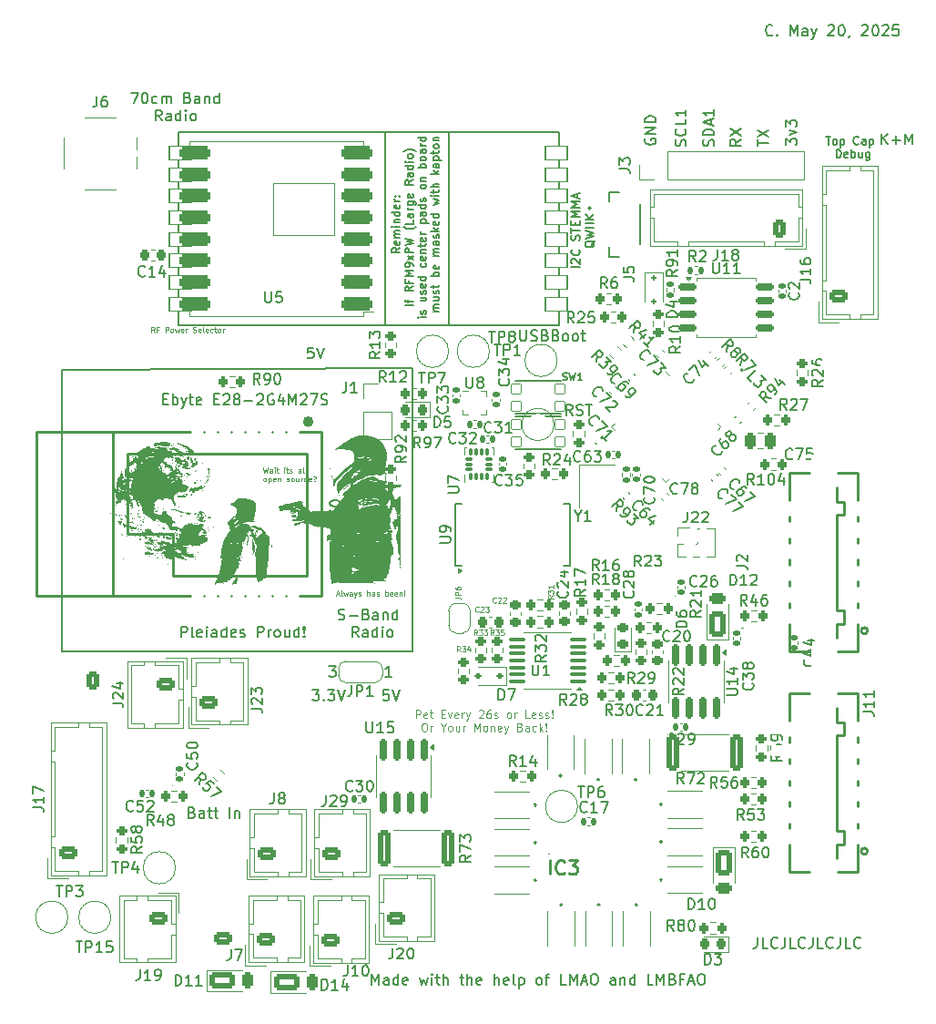
<source format=gbr>
%TF.GenerationSoftware,KiCad,Pcbnew,9.0.0*%
%TF.CreationDate,2025-05-20T19:59:45-07:00*%
%TF.ProjectId,FC_V5b,46435f56-3562-42e6-9b69-6361645f7063,rev?*%
%TF.SameCoordinates,Original*%
%TF.FileFunction,Legend,Top*%
%TF.FilePolarity,Positive*%
%FSLAX46Y46*%
G04 Gerber Fmt 4.6, Leading zero omitted, Abs format (unit mm)*
G04 Created by KiCad (PCBNEW 9.0.0) date 2025-05-20 19:59:45*
%MOMM*%
%LPD*%
G01*
G04 APERTURE LIST*
G04 Aperture macros list*
%AMRoundRect*
0 Rectangle with rounded corners*
0 $1 Rounding radius*
0 $2 $3 $4 $5 $6 $7 $8 $9 X,Y pos of 4 corners*
0 Add a 4 corners polygon primitive as box body*
4,1,4,$2,$3,$4,$5,$6,$7,$8,$9,$2,$3,0*
0 Add four circle primitives for the rounded corners*
1,1,$1+$1,$2,$3*
1,1,$1+$1,$4,$5*
1,1,$1+$1,$6,$7*
1,1,$1+$1,$8,$9*
0 Add four rect primitives between the rounded corners*
20,1,$1+$1,$2,$3,$4,$5,0*
20,1,$1+$1,$4,$5,$6,$7,0*
20,1,$1+$1,$6,$7,$8,$9,0*
20,1,$1+$1,$8,$9,$2,$3,0*%
%AMRotRect*
0 Rectangle, with rotation*
0 The origin of the aperture is its center*
0 $1 length*
0 $2 width*
0 $3 Rotation angle, in degrees counterclockwise*
0 Add horizontal line*
21,1,$1,$2,0,0,$3*%
%AMFreePoly0*
4,1,23,0.550000,-0.750000,0.000000,-0.750000,0.000000,-0.745722,-0.065263,-0.745722,-0.191342,-0.711940,-0.304381,-0.646677,-0.396677,-0.554381,-0.461940,-0.441342,-0.495722,-0.315263,-0.495722,-0.250000,-0.500000,-0.250000,-0.500000,0.250000,-0.495722,0.250000,-0.495722,0.315263,-0.461940,0.441342,-0.396677,0.554381,-0.304381,0.646677,-0.191342,0.711940,-0.065263,0.745722,0.000000,0.745722,
0.000000,0.750000,0.550000,0.750000,0.550000,-0.750000,0.550000,-0.750000,$1*%
%AMFreePoly1*
4,1,23,0.000000,0.745722,0.065263,0.745722,0.191342,0.711940,0.304381,0.646677,0.396677,0.554381,0.461940,0.441342,0.495722,0.315263,0.495722,0.250000,0.500000,0.250000,0.500000,-0.250000,0.495722,-0.250000,0.495722,-0.315263,0.461940,-0.441342,0.396677,-0.554381,0.304381,-0.646677,0.191342,-0.711940,0.065263,-0.745722,0.000000,-0.745722,0.000000,-0.750000,-0.550000,-0.750000,
-0.550000,0.750000,0.000000,0.750000,0.000000,0.745722,0.000000,0.745722,$1*%
%AMFreePoly2*
4,1,23,0.500000,-0.750000,0.000000,-0.750000,0.000000,-0.745722,-0.065263,-0.745722,-0.191342,-0.711940,-0.304381,-0.646677,-0.396677,-0.554381,-0.461940,-0.441342,-0.495722,-0.315263,-0.495722,-0.250000,-0.500000,-0.250000,-0.500000,0.250000,-0.495722,0.250000,-0.495722,0.315263,-0.461940,0.441342,-0.396677,0.554381,-0.304381,0.646677,-0.191342,0.711940,-0.065263,0.745722,0.000000,0.745722,
0.000000,0.750000,0.500000,0.750000,0.500000,-0.750000,0.500000,-0.750000,$1*%
%AMFreePoly3*
4,1,23,0.000000,0.745722,0.065263,0.745722,0.191342,0.711940,0.304381,0.646677,0.396677,0.554381,0.461940,0.441342,0.495722,0.315263,0.495722,0.250000,0.500000,0.250000,0.500000,-0.250000,0.495722,-0.250000,0.495722,-0.315263,0.461940,-0.441342,0.396677,-0.554381,0.304381,-0.646677,0.191342,-0.711940,0.065263,-0.745722,0.000000,-0.745722,0.000000,-0.750000,-0.500000,-0.750000,
-0.500000,0.750000,0.000000,0.750000,0.000000,0.745722,0.000000,0.745722,$1*%
%AMFreePoly4*
4,1,18,-0.437500,0.050000,-0.433694,0.069134,-0.422856,0.085355,-0.406634,0.096194,-0.387500,0.100000,0.387500,0.100000,0.437500,0.050000,0.437500,-0.050000,0.433694,-0.069134,0.422856,-0.085355,0.406634,-0.096194,0.387500,-0.100000,-0.387500,-0.100000,-0.406634,-0.096194,-0.422856,-0.085355,-0.433694,-0.069134,-0.437500,-0.050000,-0.437500,0.050000,-0.437500,0.050000,$1*%
%AMFreePoly5*
4,1,18,-0.437500,0.050000,-0.433694,0.069134,-0.422856,0.085355,-0.406634,0.096194,-0.387500,0.100000,0.387500,0.100000,0.406634,0.096194,0.422856,0.085355,0.433694,0.069134,0.437500,0.050000,0.437500,-0.050000,0.387500,-0.100000,-0.387500,-0.100000,-0.406634,-0.096194,-0.422856,-0.085355,-0.433694,-0.069134,-0.437500,-0.050000,-0.437500,0.050000,-0.437500,0.050000,$1*%
%AMFreePoly6*
4,1,18,-0.100000,0.387500,-0.050000,0.437500,0.050000,0.437500,0.069134,0.433694,0.085355,0.422856,0.096194,0.406634,0.100000,0.387500,0.100000,-0.387500,0.096194,-0.406634,0.085355,-0.422856,0.069134,-0.433694,0.050000,-0.437500,-0.050000,-0.437500,-0.069134,-0.433694,-0.085355,-0.422856,-0.096194,-0.406634,-0.100000,-0.387500,-0.100000,0.387500,-0.100000,0.387500,$1*%
%AMFreePoly7*
4,1,18,-0.100000,0.387500,-0.096194,0.406634,-0.085355,0.422856,-0.069134,0.433694,-0.050000,0.437500,0.050000,0.437500,0.100000,0.387500,0.100000,-0.387500,0.096194,-0.406634,0.085355,-0.422856,0.069134,-0.433694,0.050000,-0.437500,-0.050000,-0.437500,-0.069134,-0.433694,-0.085355,-0.422856,-0.096194,-0.406634,-0.100000,-0.387500,-0.100000,0.387500,-0.100000,0.387500,$1*%
%AMFreePoly8*
4,1,18,-0.437500,0.050000,-0.433694,0.069134,-0.422856,0.085355,-0.406634,0.096194,-0.387500,0.100000,0.387500,0.100000,0.406634,0.096194,0.422856,0.085355,0.433694,0.069134,0.437500,0.050000,0.437500,-0.050000,0.433694,-0.069134,0.422856,-0.085355,0.406634,-0.096194,0.387500,-0.100000,-0.387500,-0.100000,-0.437500,-0.050000,-0.437500,0.050000,-0.437500,0.050000,$1*%
%AMFreePoly9*
4,1,18,-0.437500,0.050000,-0.387500,0.100000,0.387500,0.100000,0.406634,0.096194,0.422856,0.085355,0.433694,0.069134,0.437500,0.050000,0.437500,-0.050000,0.433694,-0.069134,0.422856,-0.085355,0.406634,-0.096194,0.387500,-0.100000,-0.387500,-0.100000,-0.406634,-0.096194,-0.422856,-0.085355,-0.433694,-0.069134,-0.437500,-0.050000,-0.437500,0.050000,-0.437500,0.050000,$1*%
%AMFreePoly10*
4,1,18,-0.100000,0.387500,-0.096194,0.406634,-0.085355,0.422856,-0.069134,0.433694,-0.050000,0.437500,0.050000,0.437500,0.069134,0.433694,0.085355,0.422856,0.096194,0.406634,0.100000,0.387500,0.100000,-0.387500,0.050000,-0.437500,-0.050000,-0.437500,-0.069134,-0.433694,-0.085355,-0.422856,-0.096194,-0.406634,-0.100000,-0.387500,-0.100000,0.387500,-0.100000,0.387500,$1*%
%AMFreePoly11*
4,1,18,-0.100000,0.387500,-0.096194,0.406634,-0.085355,0.422856,-0.069134,0.433694,-0.050000,0.437500,0.050000,0.437500,0.069134,0.433694,0.085355,0.422856,0.096194,0.406634,0.100000,0.387500,0.100000,-0.387500,0.096194,-0.406634,0.085355,-0.422856,0.069134,-0.433694,0.050000,-0.437500,-0.050000,-0.437500,-0.100000,-0.387500,-0.100000,0.387500,-0.100000,0.387500,$1*%
G04 Aperture macros list end*
%ADD10C,0.150000*%
%ADD11C,0.100000*%
%ADD12C,0.062500*%
%ADD13C,0.125000*%
%ADD14C,0.146304*%
%ADD15C,0.254000*%
%ADD16C,0.120000*%
%ADD17C,0.500000*%
%ADD18C,0.250000*%
%ADD19C,0.200000*%
%ADD20C,0.203200*%
%ADD21C,0.191421*%
%ADD22C,0.127000*%
%ADD23C,0.000000*%
%ADD24RoundRect,0.250000X-0.575000X0.350000X-0.575000X-0.350000X0.575000X-0.350000X0.575000X0.350000X0*%
%ADD25O,1.650000X1.200000*%
%ADD26RoundRect,0.250000X0.575000X-0.350000X0.575000X0.350000X-0.575000X0.350000X-0.575000X-0.350000X0*%
%ADD27R,0.900000X2.000000*%
%ADD28R,1.000000X0.550000*%
%ADD29RoundRect,0.162500X-0.650000X-0.162500X0.650000X-0.162500X0.650000X0.162500X-0.650000X0.162500X0*%
%ADD30RoundRect,0.135000X0.035355X-0.226274X0.226274X-0.035355X-0.035355X0.226274X-0.226274X0.035355X0*%
%ADD31RoundRect,0.135000X-0.035355X0.226274X-0.226274X0.035355X0.035355X-0.226274X0.226274X-0.035355X0*%
%ADD32C,2.000000*%
%ADD33C,2.050000*%
%ADD34C,2.250000*%
%ADD35RoundRect,0.135000X-0.185000X0.135000X-0.185000X-0.135000X0.185000X-0.135000X0.185000X0.135000X0*%
%ADD36C,5.000000*%
%ADD37RoundRect,0.140000X0.140000X0.170000X-0.140000X0.170000X-0.140000X-0.170000X0.140000X-0.170000X0*%
%ADD38RoundRect,0.140000X-0.170000X0.140000X-0.170000X-0.140000X0.170000X-0.140000X0.170000X0.140000X0*%
%ADD39R,1.400000X1.400000*%
%ADD40RoundRect,0.200000X-0.200000X-0.275000X0.200000X-0.275000X0.200000X0.275000X-0.200000X0.275000X0*%
%ADD41RoundRect,0.050800X-0.450000X-0.450000X0.450000X-0.450000X0.450000X0.450000X-0.450000X0.450000X0*%
%ADD42RoundRect,0.140000X-0.140000X-0.170000X0.140000X-0.170000X0.140000X0.170000X-0.140000X0.170000X0*%
%ADD43FreePoly0,180.000000*%
%ADD44R,1.000000X1.500000*%
%ADD45FreePoly1,180.000000*%
%ADD46RoundRect,0.140000X0.170000X-0.140000X0.170000X0.140000X-0.170000X0.140000X-0.170000X-0.140000X0*%
%ADD47RoundRect,0.150000X-0.150000X0.825000X-0.150000X-0.825000X0.150000X-0.825000X0.150000X0.825000X0*%
%ADD48RoundRect,0.225000X-0.225000X-0.250000X0.225000X-0.250000X0.225000X0.250000X-0.225000X0.250000X0*%
%ADD49RoundRect,0.140000X0.219203X0.021213X0.021213X0.219203X-0.219203X-0.021213X-0.021213X-0.219203X0*%
%ADD50RoundRect,0.200000X-0.275000X0.200000X-0.275000X-0.200000X0.275000X-0.200000X0.275000X0.200000X0*%
%ADD51RoundRect,0.200000X0.200000X0.275000X-0.200000X0.275000X-0.200000X-0.275000X0.200000X-0.275000X0*%
%ADD52RoundRect,0.218750X0.256250X-0.218750X0.256250X0.218750X-0.256250X0.218750X-0.256250X-0.218750X0*%
%ADD53RotRect,0.700000X1.700000X315.000000*%
%ADD54RoundRect,0.250000X0.950000X0.500000X-0.950000X0.500000X-0.950000X-0.500000X0.950000X-0.500000X0*%
%ADD55RoundRect,0.250000X0.275000X0.500000X-0.275000X0.500000X-0.275000X-0.500000X0.275000X-0.500000X0*%
%ADD56FreePoly2,90.000000*%
%ADD57FreePoly3,90.000000*%
%ADD58RoundRect,0.218750X0.218750X0.256250X-0.218750X0.256250X-0.218750X-0.256250X0.218750X-0.256250X0*%
%ADD59RoundRect,0.200000X0.275000X-0.200000X0.275000X0.200000X-0.275000X0.200000X-0.275000X-0.200000X0*%
%ADD60RoundRect,0.225000X-0.250000X0.225000X-0.250000X-0.225000X0.250000X-0.225000X0.250000X0.225000X0*%
%ADD61RoundRect,0.250000X-0.250000X-0.475000X0.250000X-0.475000X0.250000X0.475000X-0.250000X0.475000X0*%
%ADD62RoundRect,0.100000X0.637500X0.100000X-0.637500X0.100000X-0.637500X-0.100000X0.637500X-0.100000X0*%
%ADD63RoundRect,0.063500X1.000000X0.650000X-1.000000X0.650000X-1.000000X-0.650000X1.000000X-0.650000X0*%
%ADD64RoundRect,0.063500X2.849999X2.400000X-2.849999X2.400000X-2.849999X-2.400000X2.849999X-2.400000X0*%
%ADD65R,1.550000X0.600000*%
%ADD66R,1.800000X1.200000*%
%ADD67RoundRect,0.140000X0.021213X-0.219203X0.219203X-0.021213X-0.021213X0.219203X-0.219203X0.021213X0*%
%ADD68RoundRect,0.200000X0.335876X0.053033X0.053033X0.335876X-0.335876X-0.053033X-0.053033X-0.335876X0*%
%ADD69RoundRect,0.087500X0.087500X-0.225000X0.087500X0.225000X-0.087500X0.225000X-0.087500X-0.225000X0*%
%ADD70RoundRect,0.087500X0.225000X-0.087500X0.225000X0.087500X-0.225000X0.087500X-0.225000X-0.087500X0*%
%ADD71RotRect,0.470000X0.530000X315.000000*%
%ADD72RoundRect,0.135000X0.185000X-0.135000X0.185000X0.135000X-0.185000X0.135000X-0.185000X-0.135000X0*%
%ADD73RoundRect,0.135000X0.135000X0.185000X-0.135000X0.185000X-0.135000X-0.185000X0.135000X-0.185000X0*%
%ADD74RoundRect,0.140000X-0.219203X-0.021213X-0.021213X-0.219203X0.219203X0.021213X0.021213X0.219203X0*%
%ADD75R,2.500000X1.100000*%
%ADD76R,2.200000X2.000000*%
%ADD77RoundRect,0.125000X-0.125000X0.125000X-0.125000X-0.125000X0.125000X-0.125000X0.125000X0.125000X0*%
%ADD78FreePoly4,315.000000*%
%ADD79RoundRect,0.050000X-0.309359X0.238649X0.238649X-0.309359X0.309359X-0.238649X-0.238649X0.309359X0*%
%ADD80FreePoly5,315.000000*%
%ADD81FreePoly6,315.000000*%
%ADD82RoundRect,0.050000X-0.309359X-0.238649X-0.238649X-0.309359X0.309359X0.238649X0.238649X0.309359X0*%
%ADD83FreePoly7,315.000000*%
%ADD84FreePoly8,315.000000*%
%ADD85FreePoly9,315.000000*%
%ADD86FreePoly10,315.000000*%
%ADD87FreePoly11,315.000000*%
%ADD88RoundRect,0.153000X0.000000X-2.187788X2.187788X0.000000X0.000000X2.187788X-2.187788X0.000000X0*%
%ADD89RoundRect,0.250000X-0.500000X0.950000X-0.500000X-0.950000X0.500000X-0.950000X0.500000X0.950000X0*%
%ADD90RoundRect,0.250000X-0.500000X0.275000X-0.500000X-0.275000X0.500000X-0.275000X0.500000X0.275000X0*%
%ADD91RoundRect,0.225000X0.225000X0.250000X-0.225000X0.250000X-0.225000X-0.250000X0.225000X-0.250000X0*%
%ADD92RoundRect,0.317500X1.157500X0.317500X-1.157500X0.317500X-1.157500X-0.317500X1.157500X-0.317500X0*%
%ADD93RoundRect,0.250000X0.500000X-0.950000X0.500000X0.950000X-0.500000X0.950000X-0.500000X-0.950000X0*%
%ADD94RoundRect,0.250000X0.500000X-0.275000X0.500000X0.275000X-0.500000X0.275000X-0.500000X-0.275000X0*%
%ADD95RoundRect,0.250000X-0.362500X-1.425000X0.362500X-1.425000X0.362500X1.425000X-0.362500X1.425000X0*%
%ADD96R,0.375000X0.350000*%
%ADD97R,0.350000X0.375000*%
%ADD98R,1.000000X1.000000*%
%ADD99O,1.000000X1.000000*%
%ADD100RoundRect,0.112500X0.187500X0.112500X-0.187500X0.112500X-0.187500X-0.112500X0.187500X-0.112500X0*%
%ADD101RoundRect,0.140000X-0.021213X0.219203X-0.219203X0.021213X0.021213X-0.219203X0.219203X-0.021213X0*%
%ADD102R,0.500000X0.800000*%
%ADD103R,1.200000X1.400000*%
%ADD104R,0.450000X1.750000*%
%ADD105RoundRect,0.250000X0.350000X0.575000X-0.350000X0.575000X-0.350000X-0.575000X0.350000X-0.575000X0*%
%ADD106O,1.200000X1.650000*%
%ADD107R,1.700000X1.700000*%
%ADD108O,1.700000X1.700000*%
%ADD109C,0.500000*%
%ADD110O,1.700000X2.900000*%
%ADD111C,0.650000*%
%ADD112O,1.600000X1.000000*%
%ADD113O,2.100000X1.000000*%
G04 APERTURE END LIST*
D10*
X162070112Y-121246009D02*
X162212969Y-121293628D01*
X162212969Y-121293628D02*
X162260588Y-121341247D01*
X162260588Y-121341247D02*
X162308207Y-121436485D01*
X162308207Y-121436485D02*
X162308207Y-121579342D01*
X162308207Y-121579342D02*
X162260588Y-121674580D01*
X162260588Y-121674580D02*
X162212969Y-121722200D01*
X162212969Y-121722200D02*
X162117731Y-121769819D01*
X162117731Y-121769819D02*
X161736779Y-121769819D01*
X161736779Y-121769819D02*
X161736779Y-120769819D01*
X161736779Y-120769819D02*
X162070112Y-120769819D01*
X162070112Y-120769819D02*
X162165350Y-120817438D01*
X162165350Y-120817438D02*
X162212969Y-120865057D01*
X162212969Y-120865057D02*
X162260588Y-120960295D01*
X162260588Y-120960295D02*
X162260588Y-121055533D01*
X162260588Y-121055533D02*
X162212969Y-121150771D01*
X162212969Y-121150771D02*
X162165350Y-121198390D01*
X162165350Y-121198390D02*
X162070112Y-121246009D01*
X162070112Y-121246009D02*
X161736779Y-121246009D01*
X163165350Y-121769819D02*
X163165350Y-121246009D01*
X163165350Y-121246009D02*
X163117731Y-121150771D01*
X163117731Y-121150771D02*
X163022493Y-121103152D01*
X163022493Y-121103152D02*
X162832017Y-121103152D01*
X162832017Y-121103152D02*
X162736779Y-121150771D01*
X163165350Y-121722200D02*
X163070112Y-121769819D01*
X163070112Y-121769819D02*
X162832017Y-121769819D01*
X162832017Y-121769819D02*
X162736779Y-121722200D01*
X162736779Y-121722200D02*
X162689160Y-121626961D01*
X162689160Y-121626961D02*
X162689160Y-121531723D01*
X162689160Y-121531723D02*
X162736779Y-121436485D01*
X162736779Y-121436485D02*
X162832017Y-121388866D01*
X162832017Y-121388866D02*
X163070112Y-121388866D01*
X163070112Y-121388866D02*
X163165350Y-121341247D01*
X163498684Y-121103152D02*
X163879636Y-121103152D01*
X163641541Y-120769819D02*
X163641541Y-121626961D01*
X163641541Y-121626961D02*
X163689160Y-121722200D01*
X163689160Y-121722200D02*
X163784398Y-121769819D01*
X163784398Y-121769819D02*
X163879636Y-121769819D01*
X164070113Y-121103152D02*
X164451065Y-121103152D01*
X164212970Y-120769819D02*
X164212970Y-121626961D01*
X164212970Y-121626961D02*
X164260589Y-121722200D01*
X164260589Y-121722200D02*
X164355827Y-121769819D01*
X164355827Y-121769819D02*
X164451065Y-121769819D01*
X165546304Y-121769819D02*
X165546304Y-120769819D01*
X166022494Y-121103152D02*
X166022494Y-121769819D01*
X166022494Y-121198390D02*
X166070113Y-121150771D01*
X166070113Y-121150771D02*
X166165351Y-121103152D01*
X166165351Y-121103152D02*
X166308208Y-121103152D01*
X166308208Y-121103152D02*
X166403446Y-121150771D01*
X166403446Y-121150771D02*
X166451065Y-121246009D01*
X166451065Y-121246009D02*
X166451065Y-121769819D01*
X180000000Y-58000000D02*
X180000000Y-76000000D01*
X149900000Y-106300000D02*
X182500000Y-106300000D01*
X182500000Y-80000000D02*
X149900000Y-80100000D01*
X182500000Y-106300000D02*
X182500000Y-80000000D01*
X185900000Y-76000000D02*
X185900000Y-58000000D01*
X149900000Y-80100000D02*
X149900000Y-106300000D01*
X180000000Y-76000000D02*
X185000000Y-76000000D01*
D11*
X182860713Y-112495556D02*
X182860713Y-111745556D01*
X182860713Y-111745556D02*
X183146427Y-111745556D01*
X183146427Y-111745556D02*
X183217856Y-111781270D01*
X183217856Y-111781270D02*
X183253570Y-111816984D01*
X183253570Y-111816984D02*
X183289284Y-111888413D01*
X183289284Y-111888413D02*
X183289284Y-111995556D01*
X183289284Y-111995556D02*
X183253570Y-112066984D01*
X183253570Y-112066984D02*
X183217856Y-112102699D01*
X183217856Y-112102699D02*
X183146427Y-112138413D01*
X183146427Y-112138413D02*
X182860713Y-112138413D01*
X183896427Y-112459842D02*
X183824999Y-112495556D01*
X183824999Y-112495556D02*
X183682142Y-112495556D01*
X183682142Y-112495556D02*
X183610713Y-112459842D01*
X183610713Y-112459842D02*
X183574999Y-112388413D01*
X183574999Y-112388413D02*
X183574999Y-112102699D01*
X183574999Y-112102699D02*
X183610713Y-112031270D01*
X183610713Y-112031270D02*
X183682142Y-111995556D01*
X183682142Y-111995556D02*
X183824999Y-111995556D01*
X183824999Y-111995556D02*
X183896427Y-112031270D01*
X183896427Y-112031270D02*
X183932142Y-112102699D01*
X183932142Y-112102699D02*
X183932142Y-112174127D01*
X183932142Y-112174127D02*
X183574999Y-112245556D01*
X184146427Y-111995556D02*
X184432141Y-111995556D01*
X184253570Y-111745556D02*
X184253570Y-112388413D01*
X184253570Y-112388413D02*
X184289284Y-112459842D01*
X184289284Y-112459842D02*
X184360713Y-112495556D01*
X184360713Y-112495556D02*
X184432141Y-112495556D01*
X185253570Y-112102699D02*
X185503570Y-112102699D01*
X185610713Y-112495556D02*
X185253570Y-112495556D01*
X185253570Y-112495556D02*
X185253570Y-111745556D01*
X185253570Y-111745556D02*
X185610713Y-111745556D01*
X185860712Y-111995556D02*
X186039284Y-112495556D01*
X186039284Y-112495556D02*
X186217855Y-111995556D01*
X186789284Y-112459842D02*
X186717856Y-112495556D01*
X186717856Y-112495556D02*
X186574999Y-112495556D01*
X186574999Y-112495556D02*
X186503570Y-112459842D01*
X186503570Y-112459842D02*
X186467856Y-112388413D01*
X186467856Y-112388413D02*
X186467856Y-112102699D01*
X186467856Y-112102699D02*
X186503570Y-112031270D01*
X186503570Y-112031270D02*
X186574999Y-111995556D01*
X186574999Y-111995556D02*
X186717856Y-111995556D01*
X186717856Y-111995556D02*
X186789284Y-112031270D01*
X186789284Y-112031270D02*
X186824999Y-112102699D01*
X186824999Y-112102699D02*
X186824999Y-112174127D01*
X186824999Y-112174127D02*
X186467856Y-112245556D01*
X187146427Y-112495556D02*
X187146427Y-111995556D01*
X187146427Y-112138413D02*
X187182141Y-112066984D01*
X187182141Y-112066984D02*
X187217856Y-112031270D01*
X187217856Y-112031270D02*
X187289284Y-111995556D01*
X187289284Y-111995556D02*
X187360713Y-111995556D01*
X187539284Y-111995556D02*
X187717856Y-112495556D01*
X187896427Y-111995556D02*
X187717856Y-112495556D01*
X187717856Y-112495556D02*
X187646427Y-112674127D01*
X187646427Y-112674127D02*
X187610713Y-112709842D01*
X187610713Y-112709842D02*
X187539284Y-112745556D01*
X188717857Y-111816984D02*
X188753571Y-111781270D01*
X188753571Y-111781270D02*
X188825000Y-111745556D01*
X188825000Y-111745556D02*
X189003571Y-111745556D01*
X189003571Y-111745556D02*
X189075000Y-111781270D01*
X189075000Y-111781270D02*
X189110714Y-111816984D01*
X189110714Y-111816984D02*
X189146428Y-111888413D01*
X189146428Y-111888413D02*
X189146428Y-111959842D01*
X189146428Y-111959842D02*
X189110714Y-112066984D01*
X189110714Y-112066984D02*
X188682142Y-112495556D01*
X188682142Y-112495556D02*
X189146428Y-112495556D01*
X189789286Y-111745556D02*
X189646428Y-111745556D01*
X189646428Y-111745556D02*
X189575000Y-111781270D01*
X189575000Y-111781270D02*
X189539286Y-111816984D01*
X189539286Y-111816984D02*
X189467857Y-111924127D01*
X189467857Y-111924127D02*
X189432143Y-112066984D01*
X189432143Y-112066984D02*
X189432143Y-112352699D01*
X189432143Y-112352699D02*
X189467857Y-112424127D01*
X189467857Y-112424127D02*
X189503571Y-112459842D01*
X189503571Y-112459842D02*
X189575000Y-112495556D01*
X189575000Y-112495556D02*
X189717857Y-112495556D01*
X189717857Y-112495556D02*
X189789286Y-112459842D01*
X189789286Y-112459842D02*
X189825000Y-112424127D01*
X189825000Y-112424127D02*
X189860714Y-112352699D01*
X189860714Y-112352699D02*
X189860714Y-112174127D01*
X189860714Y-112174127D02*
X189825000Y-112102699D01*
X189825000Y-112102699D02*
X189789286Y-112066984D01*
X189789286Y-112066984D02*
X189717857Y-112031270D01*
X189717857Y-112031270D02*
X189575000Y-112031270D01*
X189575000Y-112031270D02*
X189503571Y-112066984D01*
X189503571Y-112066984D02*
X189467857Y-112102699D01*
X189467857Y-112102699D02*
X189432143Y-112174127D01*
X190146429Y-112459842D02*
X190217857Y-112495556D01*
X190217857Y-112495556D02*
X190360714Y-112495556D01*
X190360714Y-112495556D02*
X190432143Y-112459842D01*
X190432143Y-112459842D02*
X190467857Y-112388413D01*
X190467857Y-112388413D02*
X190467857Y-112352699D01*
X190467857Y-112352699D02*
X190432143Y-112281270D01*
X190432143Y-112281270D02*
X190360714Y-112245556D01*
X190360714Y-112245556D02*
X190253572Y-112245556D01*
X190253572Y-112245556D02*
X190182143Y-112209842D01*
X190182143Y-112209842D02*
X190146429Y-112138413D01*
X190146429Y-112138413D02*
X190146429Y-112102699D01*
X190146429Y-112102699D02*
X190182143Y-112031270D01*
X190182143Y-112031270D02*
X190253572Y-111995556D01*
X190253572Y-111995556D02*
X190360714Y-111995556D01*
X190360714Y-111995556D02*
X190432143Y-112031270D01*
X191467858Y-112495556D02*
X191396429Y-112459842D01*
X191396429Y-112459842D02*
X191360715Y-112424127D01*
X191360715Y-112424127D02*
X191325001Y-112352699D01*
X191325001Y-112352699D02*
X191325001Y-112138413D01*
X191325001Y-112138413D02*
X191360715Y-112066984D01*
X191360715Y-112066984D02*
X191396429Y-112031270D01*
X191396429Y-112031270D02*
X191467858Y-111995556D01*
X191467858Y-111995556D02*
X191575001Y-111995556D01*
X191575001Y-111995556D02*
X191646429Y-112031270D01*
X191646429Y-112031270D02*
X191682144Y-112066984D01*
X191682144Y-112066984D02*
X191717858Y-112138413D01*
X191717858Y-112138413D02*
X191717858Y-112352699D01*
X191717858Y-112352699D02*
X191682144Y-112424127D01*
X191682144Y-112424127D02*
X191646429Y-112459842D01*
X191646429Y-112459842D02*
X191575001Y-112495556D01*
X191575001Y-112495556D02*
X191467858Y-112495556D01*
X192039286Y-112495556D02*
X192039286Y-111995556D01*
X192039286Y-112138413D02*
X192075000Y-112066984D01*
X192075000Y-112066984D02*
X192110715Y-112031270D01*
X192110715Y-112031270D02*
X192182143Y-111995556D01*
X192182143Y-111995556D02*
X192253572Y-111995556D01*
X193432144Y-112495556D02*
X193075001Y-112495556D01*
X193075001Y-112495556D02*
X193075001Y-111745556D01*
X193967858Y-112459842D02*
X193896430Y-112495556D01*
X193896430Y-112495556D02*
X193753573Y-112495556D01*
X193753573Y-112495556D02*
X193682144Y-112459842D01*
X193682144Y-112459842D02*
X193646430Y-112388413D01*
X193646430Y-112388413D02*
X193646430Y-112102699D01*
X193646430Y-112102699D02*
X193682144Y-112031270D01*
X193682144Y-112031270D02*
X193753573Y-111995556D01*
X193753573Y-111995556D02*
X193896430Y-111995556D01*
X193896430Y-111995556D02*
X193967858Y-112031270D01*
X193967858Y-112031270D02*
X194003573Y-112102699D01*
X194003573Y-112102699D02*
X194003573Y-112174127D01*
X194003573Y-112174127D02*
X193646430Y-112245556D01*
X194289287Y-112459842D02*
X194360715Y-112495556D01*
X194360715Y-112495556D02*
X194503572Y-112495556D01*
X194503572Y-112495556D02*
X194575001Y-112459842D01*
X194575001Y-112459842D02*
X194610715Y-112388413D01*
X194610715Y-112388413D02*
X194610715Y-112352699D01*
X194610715Y-112352699D02*
X194575001Y-112281270D01*
X194575001Y-112281270D02*
X194503572Y-112245556D01*
X194503572Y-112245556D02*
X194396430Y-112245556D01*
X194396430Y-112245556D02*
X194325001Y-112209842D01*
X194325001Y-112209842D02*
X194289287Y-112138413D01*
X194289287Y-112138413D02*
X194289287Y-112102699D01*
X194289287Y-112102699D02*
X194325001Y-112031270D01*
X194325001Y-112031270D02*
X194396430Y-111995556D01*
X194396430Y-111995556D02*
X194503572Y-111995556D01*
X194503572Y-111995556D02*
X194575001Y-112031270D01*
X194896430Y-112459842D02*
X194967858Y-112495556D01*
X194967858Y-112495556D02*
X195110715Y-112495556D01*
X195110715Y-112495556D02*
X195182144Y-112459842D01*
X195182144Y-112459842D02*
X195217858Y-112388413D01*
X195217858Y-112388413D02*
X195217858Y-112352699D01*
X195217858Y-112352699D02*
X195182144Y-112281270D01*
X195182144Y-112281270D02*
X195110715Y-112245556D01*
X195110715Y-112245556D02*
X195003573Y-112245556D01*
X195003573Y-112245556D02*
X194932144Y-112209842D01*
X194932144Y-112209842D02*
X194896430Y-112138413D01*
X194896430Y-112138413D02*
X194896430Y-112102699D01*
X194896430Y-112102699D02*
X194932144Y-112031270D01*
X194932144Y-112031270D02*
X195003573Y-111995556D01*
X195003573Y-111995556D02*
X195110715Y-111995556D01*
X195110715Y-111995556D02*
X195182144Y-112031270D01*
X195539287Y-112424127D02*
X195575001Y-112459842D01*
X195575001Y-112459842D02*
X195539287Y-112495556D01*
X195539287Y-112495556D02*
X195503573Y-112459842D01*
X195503573Y-112459842D02*
X195539287Y-112424127D01*
X195539287Y-112424127D02*
X195539287Y-112495556D01*
X195539287Y-112209842D02*
X195503573Y-111781270D01*
X195503573Y-111781270D02*
X195539287Y-111745556D01*
X195539287Y-111745556D02*
X195575001Y-111781270D01*
X195575001Y-111781270D02*
X195539287Y-112209842D01*
X195539287Y-112209842D02*
X195539287Y-111745556D01*
X183575000Y-112953014D02*
X183717857Y-112953014D01*
X183717857Y-112953014D02*
X183789286Y-112988728D01*
X183789286Y-112988728D02*
X183860714Y-113060157D01*
X183860714Y-113060157D02*
X183896429Y-113203014D01*
X183896429Y-113203014D02*
X183896429Y-113453014D01*
X183896429Y-113453014D02*
X183860714Y-113595871D01*
X183860714Y-113595871D02*
X183789286Y-113667300D01*
X183789286Y-113667300D02*
X183717857Y-113703014D01*
X183717857Y-113703014D02*
X183575000Y-113703014D01*
X183575000Y-113703014D02*
X183503572Y-113667300D01*
X183503572Y-113667300D02*
X183432143Y-113595871D01*
X183432143Y-113595871D02*
X183396429Y-113453014D01*
X183396429Y-113453014D02*
X183396429Y-113203014D01*
X183396429Y-113203014D02*
X183432143Y-113060157D01*
X183432143Y-113060157D02*
X183503572Y-112988728D01*
X183503572Y-112988728D02*
X183575000Y-112953014D01*
X184217857Y-113703014D02*
X184217857Y-113203014D01*
X184217857Y-113345871D02*
X184253571Y-113274442D01*
X184253571Y-113274442D02*
X184289286Y-113238728D01*
X184289286Y-113238728D02*
X184360714Y-113203014D01*
X184360714Y-113203014D02*
X184432143Y-113203014D01*
X185396429Y-113345871D02*
X185396429Y-113703014D01*
X185146429Y-112953014D02*
X185396429Y-113345871D01*
X185396429Y-113345871D02*
X185646429Y-112953014D01*
X186003572Y-113703014D02*
X185932143Y-113667300D01*
X185932143Y-113667300D02*
X185896429Y-113631585D01*
X185896429Y-113631585D02*
X185860715Y-113560157D01*
X185860715Y-113560157D02*
X185860715Y-113345871D01*
X185860715Y-113345871D02*
X185896429Y-113274442D01*
X185896429Y-113274442D02*
X185932143Y-113238728D01*
X185932143Y-113238728D02*
X186003572Y-113203014D01*
X186003572Y-113203014D02*
X186110715Y-113203014D01*
X186110715Y-113203014D02*
X186182143Y-113238728D01*
X186182143Y-113238728D02*
X186217858Y-113274442D01*
X186217858Y-113274442D02*
X186253572Y-113345871D01*
X186253572Y-113345871D02*
X186253572Y-113560157D01*
X186253572Y-113560157D02*
X186217858Y-113631585D01*
X186217858Y-113631585D02*
X186182143Y-113667300D01*
X186182143Y-113667300D02*
X186110715Y-113703014D01*
X186110715Y-113703014D02*
X186003572Y-113703014D01*
X186896429Y-113203014D02*
X186896429Y-113703014D01*
X186575000Y-113203014D02*
X186575000Y-113595871D01*
X186575000Y-113595871D02*
X186610714Y-113667300D01*
X186610714Y-113667300D02*
X186682143Y-113703014D01*
X186682143Y-113703014D02*
X186789286Y-113703014D01*
X186789286Y-113703014D02*
X186860714Y-113667300D01*
X186860714Y-113667300D02*
X186896429Y-113631585D01*
X187253571Y-113703014D02*
X187253571Y-113203014D01*
X187253571Y-113345871D02*
X187289285Y-113274442D01*
X187289285Y-113274442D02*
X187325000Y-113238728D01*
X187325000Y-113238728D02*
X187396428Y-113203014D01*
X187396428Y-113203014D02*
X187467857Y-113203014D01*
X188289286Y-113703014D02*
X188289286Y-112953014D01*
X188289286Y-112953014D02*
X188539286Y-113488728D01*
X188539286Y-113488728D02*
X188789286Y-112953014D01*
X188789286Y-112953014D02*
X188789286Y-113703014D01*
X189253572Y-113703014D02*
X189182143Y-113667300D01*
X189182143Y-113667300D02*
X189146429Y-113631585D01*
X189146429Y-113631585D02*
X189110715Y-113560157D01*
X189110715Y-113560157D02*
X189110715Y-113345871D01*
X189110715Y-113345871D02*
X189146429Y-113274442D01*
X189146429Y-113274442D02*
X189182143Y-113238728D01*
X189182143Y-113238728D02*
X189253572Y-113203014D01*
X189253572Y-113203014D02*
X189360715Y-113203014D01*
X189360715Y-113203014D02*
X189432143Y-113238728D01*
X189432143Y-113238728D02*
X189467858Y-113274442D01*
X189467858Y-113274442D02*
X189503572Y-113345871D01*
X189503572Y-113345871D02*
X189503572Y-113560157D01*
X189503572Y-113560157D02*
X189467858Y-113631585D01*
X189467858Y-113631585D02*
X189432143Y-113667300D01*
X189432143Y-113667300D02*
X189360715Y-113703014D01*
X189360715Y-113703014D02*
X189253572Y-113703014D01*
X189825000Y-113203014D02*
X189825000Y-113703014D01*
X189825000Y-113274442D02*
X189860714Y-113238728D01*
X189860714Y-113238728D02*
X189932143Y-113203014D01*
X189932143Y-113203014D02*
X190039286Y-113203014D01*
X190039286Y-113203014D02*
X190110714Y-113238728D01*
X190110714Y-113238728D02*
X190146429Y-113310157D01*
X190146429Y-113310157D02*
X190146429Y-113703014D01*
X190789285Y-113667300D02*
X190717857Y-113703014D01*
X190717857Y-113703014D02*
X190575000Y-113703014D01*
X190575000Y-113703014D02*
X190503571Y-113667300D01*
X190503571Y-113667300D02*
X190467857Y-113595871D01*
X190467857Y-113595871D02*
X190467857Y-113310157D01*
X190467857Y-113310157D02*
X190503571Y-113238728D01*
X190503571Y-113238728D02*
X190575000Y-113203014D01*
X190575000Y-113203014D02*
X190717857Y-113203014D01*
X190717857Y-113203014D02*
X190789285Y-113238728D01*
X190789285Y-113238728D02*
X190825000Y-113310157D01*
X190825000Y-113310157D02*
X190825000Y-113381585D01*
X190825000Y-113381585D02*
X190467857Y-113453014D01*
X191074999Y-113203014D02*
X191253571Y-113703014D01*
X191432142Y-113203014D02*
X191253571Y-113703014D01*
X191253571Y-113703014D02*
X191182142Y-113881585D01*
X191182142Y-113881585D02*
X191146428Y-113917300D01*
X191146428Y-113917300D02*
X191074999Y-113953014D01*
X192539286Y-113310157D02*
X192646429Y-113345871D01*
X192646429Y-113345871D02*
X192682143Y-113381585D01*
X192682143Y-113381585D02*
X192717857Y-113453014D01*
X192717857Y-113453014D02*
X192717857Y-113560157D01*
X192717857Y-113560157D02*
X192682143Y-113631585D01*
X192682143Y-113631585D02*
X192646429Y-113667300D01*
X192646429Y-113667300D02*
X192575000Y-113703014D01*
X192575000Y-113703014D02*
X192289286Y-113703014D01*
X192289286Y-113703014D02*
X192289286Y-112953014D01*
X192289286Y-112953014D02*
X192539286Y-112953014D01*
X192539286Y-112953014D02*
X192610715Y-112988728D01*
X192610715Y-112988728D02*
X192646429Y-113024442D01*
X192646429Y-113024442D02*
X192682143Y-113095871D01*
X192682143Y-113095871D02*
X192682143Y-113167300D01*
X192682143Y-113167300D02*
X192646429Y-113238728D01*
X192646429Y-113238728D02*
X192610715Y-113274442D01*
X192610715Y-113274442D02*
X192539286Y-113310157D01*
X192539286Y-113310157D02*
X192289286Y-113310157D01*
X193360715Y-113703014D02*
X193360715Y-113310157D01*
X193360715Y-113310157D02*
X193325000Y-113238728D01*
X193325000Y-113238728D02*
X193253572Y-113203014D01*
X193253572Y-113203014D02*
X193110715Y-113203014D01*
X193110715Y-113203014D02*
X193039286Y-113238728D01*
X193360715Y-113667300D02*
X193289286Y-113703014D01*
X193289286Y-113703014D02*
X193110715Y-113703014D01*
X193110715Y-113703014D02*
X193039286Y-113667300D01*
X193039286Y-113667300D02*
X193003572Y-113595871D01*
X193003572Y-113595871D02*
X193003572Y-113524442D01*
X193003572Y-113524442D02*
X193039286Y-113453014D01*
X193039286Y-113453014D02*
X193110715Y-113417300D01*
X193110715Y-113417300D02*
X193289286Y-113417300D01*
X193289286Y-113417300D02*
X193360715Y-113381585D01*
X194039286Y-113667300D02*
X193967857Y-113703014D01*
X193967857Y-113703014D02*
X193825000Y-113703014D01*
X193825000Y-113703014D02*
X193753571Y-113667300D01*
X193753571Y-113667300D02*
X193717857Y-113631585D01*
X193717857Y-113631585D02*
X193682143Y-113560157D01*
X193682143Y-113560157D02*
X193682143Y-113345871D01*
X193682143Y-113345871D02*
X193717857Y-113274442D01*
X193717857Y-113274442D02*
X193753571Y-113238728D01*
X193753571Y-113238728D02*
X193825000Y-113203014D01*
X193825000Y-113203014D02*
X193967857Y-113203014D01*
X193967857Y-113203014D02*
X194039286Y-113238728D01*
X194360714Y-113703014D02*
X194360714Y-112953014D01*
X194432143Y-113417300D02*
X194646428Y-113703014D01*
X194646428Y-113203014D02*
X194360714Y-113488728D01*
X194967857Y-113631585D02*
X195003571Y-113667300D01*
X195003571Y-113667300D02*
X194967857Y-113703014D01*
X194967857Y-113703014D02*
X194932143Y-113667300D01*
X194932143Y-113667300D02*
X194967857Y-113631585D01*
X194967857Y-113631585D02*
X194967857Y-113703014D01*
X194967857Y-113417300D02*
X194932143Y-112988728D01*
X194932143Y-112988728D02*
X194967857Y-112953014D01*
X194967857Y-112953014D02*
X195003571Y-112988728D01*
X195003571Y-112988728D02*
X194967857Y-113417300D01*
X194967857Y-113417300D02*
X194967857Y-112953014D01*
D10*
X210522200Y-59310839D02*
X210569819Y-59167982D01*
X210569819Y-59167982D02*
X210569819Y-58929887D01*
X210569819Y-58929887D02*
X210522200Y-58834649D01*
X210522200Y-58834649D02*
X210474580Y-58787030D01*
X210474580Y-58787030D02*
X210379342Y-58739411D01*
X210379342Y-58739411D02*
X210284104Y-58739411D01*
X210284104Y-58739411D02*
X210188866Y-58787030D01*
X210188866Y-58787030D02*
X210141247Y-58834649D01*
X210141247Y-58834649D02*
X210093628Y-58929887D01*
X210093628Y-58929887D02*
X210046009Y-59120363D01*
X210046009Y-59120363D02*
X209998390Y-59215601D01*
X209998390Y-59215601D02*
X209950771Y-59263220D01*
X209950771Y-59263220D02*
X209855533Y-59310839D01*
X209855533Y-59310839D02*
X209760295Y-59310839D01*
X209760295Y-59310839D02*
X209665057Y-59263220D01*
X209665057Y-59263220D02*
X209617438Y-59215601D01*
X209617438Y-59215601D02*
X209569819Y-59120363D01*
X209569819Y-59120363D02*
X209569819Y-58882268D01*
X209569819Y-58882268D02*
X209617438Y-58739411D01*
X210569819Y-58310839D02*
X209569819Y-58310839D01*
X209569819Y-58310839D02*
X209569819Y-58072744D01*
X209569819Y-58072744D02*
X209617438Y-57929887D01*
X209617438Y-57929887D02*
X209712676Y-57834649D01*
X209712676Y-57834649D02*
X209807914Y-57787030D01*
X209807914Y-57787030D02*
X209998390Y-57739411D01*
X209998390Y-57739411D02*
X210141247Y-57739411D01*
X210141247Y-57739411D02*
X210331723Y-57787030D01*
X210331723Y-57787030D02*
X210426961Y-57834649D01*
X210426961Y-57834649D02*
X210522200Y-57929887D01*
X210522200Y-57929887D02*
X210569819Y-58072744D01*
X210569819Y-58072744D02*
X210569819Y-58310839D01*
X210284104Y-57358458D02*
X210284104Y-56882268D01*
X210569819Y-57453696D02*
X209569819Y-57120363D01*
X209569819Y-57120363D02*
X210569819Y-56787030D01*
X210569819Y-55929887D02*
X210569819Y-56501315D01*
X210569819Y-56215601D02*
X209569819Y-56215601D01*
X209569819Y-56215601D02*
X209712676Y-56310839D01*
X209712676Y-56310839D02*
X209807914Y-56406077D01*
X209807914Y-56406077D02*
X209855533Y-56501315D01*
X220982143Y-58442956D02*
X221410715Y-58442956D01*
X221196429Y-59192956D02*
X221196429Y-58442956D01*
X221767858Y-59192956D02*
X221696429Y-59157242D01*
X221696429Y-59157242D02*
X221660715Y-59121527D01*
X221660715Y-59121527D02*
X221625001Y-59050099D01*
X221625001Y-59050099D02*
X221625001Y-58835813D01*
X221625001Y-58835813D02*
X221660715Y-58764384D01*
X221660715Y-58764384D02*
X221696429Y-58728670D01*
X221696429Y-58728670D02*
X221767858Y-58692956D01*
X221767858Y-58692956D02*
X221875001Y-58692956D01*
X221875001Y-58692956D02*
X221946429Y-58728670D01*
X221946429Y-58728670D02*
X221982144Y-58764384D01*
X221982144Y-58764384D02*
X222017858Y-58835813D01*
X222017858Y-58835813D02*
X222017858Y-59050099D01*
X222017858Y-59050099D02*
X221982144Y-59121527D01*
X221982144Y-59121527D02*
X221946429Y-59157242D01*
X221946429Y-59157242D02*
X221875001Y-59192956D01*
X221875001Y-59192956D02*
X221767858Y-59192956D01*
X222339286Y-58692956D02*
X222339286Y-59442956D01*
X222339286Y-58728670D02*
X222410715Y-58692956D01*
X222410715Y-58692956D02*
X222553572Y-58692956D01*
X222553572Y-58692956D02*
X222625000Y-58728670D01*
X222625000Y-58728670D02*
X222660715Y-58764384D01*
X222660715Y-58764384D02*
X222696429Y-58835813D01*
X222696429Y-58835813D02*
X222696429Y-59050099D01*
X222696429Y-59050099D02*
X222660715Y-59121527D01*
X222660715Y-59121527D02*
X222625000Y-59157242D01*
X222625000Y-59157242D02*
X222553572Y-59192956D01*
X222553572Y-59192956D02*
X222410715Y-59192956D01*
X222410715Y-59192956D02*
X222339286Y-59157242D01*
X224017857Y-59121527D02*
X223982143Y-59157242D01*
X223982143Y-59157242D02*
X223875000Y-59192956D01*
X223875000Y-59192956D02*
X223803572Y-59192956D01*
X223803572Y-59192956D02*
X223696429Y-59157242D01*
X223696429Y-59157242D02*
X223625000Y-59085813D01*
X223625000Y-59085813D02*
X223589286Y-59014384D01*
X223589286Y-59014384D02*
X223553572Y-58871527D01*
X223553572Y-58871527D02*
X223553572Y-58764384D01*
X223553572Y-58764384D02*
X223589286Y-58621527D01*
X223589286Y-58621527D02*
X223625000Y-58550099D01*
X223625000Y-58550099D02*
X223696429Y-58478670D01*
X223696429Y-58478670D02*
X223803572Y-58442956D01*
X223803572Y-58442956D02*
X223875000Y-58442956D01*
X223875000Y-58442956D02*
X223982143Y-58478670D01*
X223982143Y-58478670D02*
X224017857Y-58514384D01*
X224660715Y-59192956D02*
X224660715Y-58800099D01*
X224660715Y-58800099D02*
X224625000Y-58728670D01*
X224625000Y-58728670D02*
X224553572Y-58692956D01*
X224553572Y-58692956D02*
X224410715Y-58692956D01*
X224410715Y-58692956D02*
X224339286Y-58728670D01*
X224660715Y-59157242D02*
X224589286Y-59192956D01*
X224589286Y-59192956D02*
X224410715Y-59192956D01*
X224410715Y-59192956D02*
X224339286Y-59157242D01*
X224339286Y-59157242D02*
X224303572Y-59085813D01*
X224303572Y-59085813D02*
X224303572Y-59014384D01*
X224303572Y-59014384D02*
X224339286Y-58942956D01*
X224339286Y-58942956D02*
X224410715Y-58907242D01*
X224410715Y-58907242D02*
X224589286Y-58907242D01*
X224589286Y-58907242D02*
X224660715Y-58871527D01*
X225017857Y-58692956D02*
X225017857Y-59442956D01*
X225017857Y-58728670D02*
X225089286Y-58692956D01*
X225089286Y-58692956D02*
X225232143Y-58692956D01*
X225232143Y-58692956D02*
X225303571Y-58728670D01*
X225303571Y-58728670D02*
X225339286Y-58764384D01*
X225339286Y-58764384D02*
X225375000Y-58835813D01*
X225375000Y-58835813D02*
X225375000Y-59050099D01*
X225375000Y-59050099D02*
X225339286Y-59121527D01*
X225339286Y-59121527D02*
X225303571Y-59157242D01*
X225303571Y-59157242D02*
X225232143Y-59192956D01*
X225232143Y-59192956D02*
X225089286Y-59192956D01*
X225089286Y-59192956D02*
X225017857Y-59157242D01*
X221964286Y-60400414D02*
X221964286Y-59650414D01*
X221964286Y-59650414D02*
X222142857Y-59650414D01*
X222142857Y-59650414D02*
X222250000Y-59686128D01*
X222250000Y-59686128D02*
X222321429Y-59757557D01*
X222321429Y-59757557D02*
X222357143Y-59828985D01*
X222357143Y-59828985D02*
X222392857Y-59971842D01*
X222392857Y-59971842D02*
X222392857Y-60078985D01*
X222392857Y-60078985D02*
X222357143Y-60221842D01*
X222357143Y-60221842D02*
X222321429Y-60293271D01*
X222321429Y-60293271D02*
X222250000Y-60364700D01*
X222250000Y-60364700D02*
X222142857Y-60400414D01*
X222142857Y-60400414D02*
X221964286Y-60400414D01*
X223000000Y-60364700D02*
X222928572Y-60400414D01*
X222928572Y-60400414D02*
X222785715Y-60400414D01*
X222785715Y-60400414D02*
X222714286Y-60364700D01*
X222714286Y-60364700D02*
X222678572Y-60293271D01*
X222678572Y-60293271D02*
X222678572Y-60007557D01*
X222678572Y-60007557D02*
X222714286Y-59936128D01*
X222714286Y-59936128D02*
X222785715Y-59900414D01*
X222785715Y-59900414D02*
X222928572Y-59900414D01*
X222928572Y-59900414D02*
X223000000Y-59936128D01*
X223000000Y-59936128D02*
X223035715Y-60007557D01*
X223035715Y-60007557D02*
X223035715Y-60078985D01*
X223035715Y-60078985D02*
X222678572Y-60150414D01*
X223357143Y-60400414D02*
X223357143Y-59650414D01*
X223357143Y-59936128D02*
X223428572Y-59900414D01*
X223428572Y-59900414D02*
X223571429Y-59900414D01*
X223571429Y-59900414D02*
X223642857Y-59936128D01*
X223642857Y-59936128D02*
X223678572Y-59971842D01*
X223678572Y-59971842D02*
X223714286Y-60043271D01*
X223714286Y-60043271D02*
X223714286Y-60257557D01*
X223714286Y-60257557D02*
X223678572Y-60328985D01*
X223678572Y-60328985D02*
X223642857Y-60364700D01*
X223642857Y-60364700D02*
X223571429Y-60400414D01*
X223571429Y-60400414D02*
X223428572Y-60400414D01*
X223428572Y-60400414D02*
X223357143Y-60364700D01*
X224357143Y-59900414D02*
X224357143Y-60400414D01*
X224035714Y-59900414D02*
X224035714Y-60293271D01*
X224035714Y-60293271D02*
X224071428Y-60364700D01*
X224071428Y-60364700D02*
X224142857Y-60400414D01*
X224142857Y-60400414D02*
X224250000Y-60400414D01*
X224250000Y-60400414D02*
X224321428Y-60364700D01*
X224321428Y-60364700D02*
X224357143Y-60328985D01*
X225035714Y-59900414D02*
X225035714Y-60507557D01*
X225035714Y-60507557D02*
X224999999Y-60578985D01*
X224999999Y-60578985D02*
X224964285Y-60614700D01*
X224964285Y-60614700D02*
X224892856Y-60650414D01*
X224892856Y-60650414D02*
X224785714Y-60650414D01*
X224785714Y-60650414D02*
X224714285Y-60614700D01*
X225035714Y-60364700D02*
X224964285Y-60400414D01*
X224964285Y-60400414D02*
X224821428Y-60400414D01*
X224821428Y-60400414D02*
X224749999Y-60364700D01*
X224749999Y-60364700D02*
X224714285Y-60328985D01*
X224714285Y-60328985D02*
X224678571Y-60257557D01*
X224678571Y-60257557D02*
X224678571Y-60043271D01*
X224678571Y-60043271D02*
X224714285Y-59971842D01*
X224714285Y-59971842D02*
X224749999Y-59936128D01*
X224749999Y-59936128D02*
X224821428Y-59900414D01*
X224821428Y-59900414D02*
X224964285Y-59900414D01*
X224964285Y-59900414D02*
X225035714Y-59936128D01*
X207922200Y-59310839D02*
X207969819Y-59167982D01*
X207969819Y-59167982D02*
X207969819Y-58929887D01*
X207969819Y-58929887D02*
X207922200Y-58834649D01*
X207922200Y-58834649D02*
X207874580Y-58787030D01*
X207874580Y-58787030D02*
X207779342Y-58739411D01*
X207779342Y-58739411D02*
X207684104Y-58739411D01*
X207684104Y-58739411D02*
X207588866Y-58787030D01*
X207588866Y-58787030D02*
X207541247Y-58834649D01*
X207541247Y-58834649D02*
X207493628Y-58929887D01*
X207493628Y-58929887D02*
X207446009Y-59120363D01*
X207446009Y-59120363D02*
X207398390Y-59215601D01*
X207398390Y-59215601D02*
X207350771Y-59263220D01*
X207350771Y-59263220D02*
X207255533Y-59310839D01*
X207255533Y-59310839D02*
X207160295Y-59310839D01*
X207160295Y-59310839D02*
X207065057Y-59263220D01*
X207065057Y-59263220D02*
X207017438Y-59215601D01*
X207017438Y-59215601D02*
X206969819Y-59120363D01*
X206969819Y-59120363D02*
X206969819Y-58882268D01*
X206969819Y-58882268D02*
X207017438Y-58739411D01*
X207874580Y-57739411D02*
X207922200Y-57787030D01*
X207922200Y-57787030D02*
X207969819Y-57929887D01*
X207969819Y-57929887D02*
X207969819Y-58025125D01*
X207969819Y-58025125D02*
X207922200Y-58167982D01*
X207922200Y-58167982D02*
X207826961Y-58263220D01*
X207826961Y-58263220D02*
X207731723Y-58310839D01*
X207731723Y-58310839D02*
X207541247Y-58358458D01*
X207541247Y-58358458D02*
X207398390Y-58358458D01*
X207398390Y-58358458D02*
X207207914Y-58310839D01*
X207207914Y-58310839D02*
X207112676Y-58263220D01*
X207112676Y-58263220D02*
X207017438Y-58167982D01*
X207017438Y-58167982D02*
X206969819Y-58025125D01*
X206969819Y-58025125D02*
X206969819Y-57929887D01*
X206969819Y-57929887D02*
X207017438Y-57787030D01*
X207017438Y-57787030D02*
X207065057Y-57739411D01*
X207969819Y-56834649D02*
X207969819Y-57310839D01*
X207969819Y-57310839D02*
X206969819Y-57310839D01*
X207969819Y-55977506D02*
X207969819Y-56548934D01*
X207969819Y-56263220D02*
X206969819Y-56263220D01*
X206969819Y-56263220D02*
X207112676Y-56358458D01*
X207112676Y-56358458D02*
X207207914Y-56453696D01*
X207207914Y-56453696D02*
X207255533Y-56548934D01*
X198106340Y-70590476D02*
X197306340Y-70590476D01*
X197382530Y-70247620D02*
X197344435Y-70209524D01*
X197344435Y-70209524D02*
X197306340Y-70133334D01*
X197306340Y-70133334D02*
X197306340Y-69942858D01*
X197306340Y-69942858D02*
X197344435Y-69866667D01*
X197344435Y-69866667D02*
X197382530Y-69828572D01*
X197382530Y-69828572D02*
X197458721Y-69790477D01*
X197458721Y-69790477D02*
X197534911Y-69790477D01*
X197534911Y-69790477D02*
X197649197Y-69828572D01*
X197649197Y-69828572D02*
X198106340Y-70285715D01*
X198106340Y-70285715D02*
X198106340Y-69790477D01*
X198030149Y-68990476D02*
X198068245Y-69028572D01*
X198068245Y-69028572D02*
X198106340Y-69142857D01*
X198106340Y-69142857D02*
X198106340Y-69219048D01*
X198106340Y-69219048D02*
X198068245Y-69333334D01*
X198068245Y-69333334D02*
X197992054Y-69409524D01*
X197992054Y-69409524D02*
X197915864Y-69447619D01*
X197915864Y-69447619D02*
X197763483Y-69485715D01*
X197763483Y-69485715D02*
X197649197Y-69485715D01*
X197649197Y-69485715D02*
X197496816Y-69447619D01*
X197496816Y-69447619D02*
X197420625Y-69409524D01*
X197420625Y-69409524D02*
X197344435Y-69333334D01*
X197344435Y-69333334D02*
X197306340Y-69219048D01*
X197306340Y-69219048D02*
X197306340Y-69142857D01*
X197306340Y-69142857D02*
X197344435Y-69028572D01*
X197344435Y-69028572D02*
X197382530Y-68990476D01*
X198068245Y-68076191D02*
X198106340Y-67961905D01*
X198106340Y-67961905D02*
X198106340Y-67771429D01*
X198106340Y-67771429D02*
X198068245Y-67695238D01*
X198068245Y-67695238D02*
X198030149Y-67657143D01*
X198030149Y-67657143D02*
X197953959Y-67619048D01*
X197953959Y-67619048D02*
X197877768Y-67619048D01*
X197877768Y-67619048D02*
X197801578Y-67657143D01*
X197801578Y-67657143D02*
X197763483Y-67695238D01*
X197763483Y-67695238D02*
X197725387Y-67771429D01*
X197725387Y-67771429D02*
X197687292Y-67923810D01*
X197687292Y-67923810D02*
X197649197Y-68000000D01*
X197649197Y-68000000D02*
X197611102Y-68038095D01*
X197611102Y-68038095D02*
X197534911Y-68076191D01*
X197534911Y-68076191D02*
X197458721Y-68076191D01*
X197458721Y-68076191D02*
X197382530Y-68038095D01*
X197382530Y-68038095D02*
X197344435Y-68000000D01*
X197344435Y-68000000D02*
X197306340Y-67923810D01*
X197306340Y-67923810D02*
X197306340Y-67733333D01*
X197306340Y-67733333D02*
X197344435Y-67619048D01*
X197306340Y-67390476D02*
X197306340Y-66933333D01*
X198106340Y-67161905D02*
X197306340Y-67161905D01*
X197687292Y-66666666D02*
X197687292Y-66400000D01*
X198106340Y-66285714D02*
X198106340Y-66666666D01*
X198106340Y-66666666D02*
X197306340Y-66666666D01*
X197306340Y-66666666D02*
X197306340Y-66285714D01*
X198106340Y-65942856D02*
X197306340Y-65942856D01*
X197306340Y-65942856D02*
X197877768Y-65676190D01*
X197877768Y-65676190D02*
X197306340Y-65409523D01*
X197306340Y-65409523D02*
X198106340Y-65409523D01*
X198106340Y-65028570D02*
X197306340Y-65028570D01*
X197306340Y-65028570D02*
X197877768Y-64761904D01*
X197877768Y-64761904D02*
X197306340Y-64495237D01*
X197306340Y-64495237D02*
X198106340Y-64495237D01*
X197877768Y-64152380D02*
X197877768Y-63771427D01*
X198106340Y-64228570D02*
X197306340Y-63961903D01*
X197306340Y-63961903D02*
X198106340Y-63695237D01*
X199470485Y-68133332D02*
X199432390Y-68209522D01*
X199432390Y-68209522D02*
X199356200Y-68285713D01*
X199356200Y-68285713D02*
X199241914Y-68399999D01*
X199241914Y-68399999D02*
X199203819Y-68476189D01*
X199203819Y-68476189D02*
X199203819Y-68552380D01*
X199394295Y-68514284D02*
X199356200Y-68590475D01*
X199356200Y-68590475D02*
X199280009Y-68666665D01*
X199280009Y-68666665D02*
X199127628Y-68704761D01*
X199127628Y-68704761D02*
X198860961Y-68704761D01*
X198860961Y-68704761D02*
X198708580Y-68666665D01*
X198708580Y-68666665D02*
X198632390Y-68590475D01*
X198632390Y-68590475D02*
X198594295Y-68514284D01*
X198594295Y-68514284D02*
X198594295Y-68361903D01*
X198594295Y-68361903D02*
X198632390Y-68285713D01*
X198632390Y-68285713D02*
X198708580Y-68209522D01*
X198708580Y-68209522D02*
X198860961Y-68171427D01*
X198860961Y-68171427D02*
X199127628Y-68171427D01*
X199127628Y-68171427D02*
X199280009Y-68209522D01*
X199280009Y-68209522D02*
X199356200Y-68285713D01*
X199356200Y-68285713D02*
X199394295Y-68361903D01*
X199394295Y-68361903D02*
X199394295Y-68514284D01*
X198594295Y-67904761D02*
X199394295Y-67714285D01*
X199394295Y-67714285D02*
X198822866Y-67561904D01*
X198822866Y-67561904D02*
X199394295Y-67409523D01*
X199394295Y-67409523D02*
X198594295Y-67219047D01*
X199394295Y-66914284D02*
X198594295Y-66914284D01*
X199394295Y-66533332D02*
X198594295Y-66533332D01*
X199394295Y-66152380D02*
X198594295Y-66152380D01*
X199394295Y-65695237D02*
X198937152Y-66038095D01*
X198594295Y-65695237D02*
X199051438Y-66152380D01*
X175657143Y-103312256D02*
X175800000Y-103359875D01*
X175800000Y-103359875D02*
X176038095Y-103359875D01*
X176038095Y-103359875D02*
X176133333Y-103312256D01*
X176133333Y-103312256D02*
X176180952Y-103264636D01*
X176180952Y-103264636D02*
X176228571Y-103169398D01*
X176228571Y-103169398D02*
X176228571Y-103074160D01*
X176228571Y-103074160D02*
X176180952Y-102978922D01*
X176180952Y-102978922D02*
X176133333Y-102931303D01*
X176133333Y-102931303D02*
X176038095Y-102883684D01*
X176038095Y-102883684D02*
X175847619Y-102836065D01*
X175847619Y-102836065D02*
X175752381Y-102788446D01*
X175752381Y-102788446D02*
X175704762Y-102740827D01*
X175704762Y-102740827D02*
X175657143Y-102645589D01*
X175657143Y-102645589D02*
X175657143Y-102550351D01*
X175657143Y-102550351D02*
X175704762Y-102455113D01*
X175704762Y-102455113D02*
X175752381Y-102407494D01*
X175752381Y-102407494D02*
X175847619Y-102359875D01*
X175847619Y-102359875D02*
X176085714Y-102359875D01*
X176085714Y-102359875D02*
X176228571Y-102407494D01*
X176657143Y-102978922D02*
X177419048Y-102978922D01*
X178228571Y-102836065D02*
X178371428Y-102883684D01*
X178371428Y-102883684D02*
X178419047Y-102931303D01*
X178419047Y-102931303D02*
X178466666Y-103026541D01*
X178466666Y-103026541D02*
X178466666Y-103169398D01*
X178466666Y-103169398D02*
X178419047Y-103264636D01*
X178419047Y-103264636D02*
X178371428Y-103312256D01*
X178371428Y-103312256D02*
X178276190Y-103359875D01*
X178276190Y-103359875D02*
X177895238Y-103359875D01*
X177895238Y-103359875D02*
X177895238Y-102359875D01*
X177895238Y-102359875D02*
X178228571Y-102359875D01*
X178228571Y-102359875D02*
X178323809Y-102407494D01*
X178323809Y-102407494D02*
X178371428Y-102455113D01*
X178371428Y-102455113D02*
X178419047Y-102550351D01*
X178419047Y-102550351D02*
X178419047Y-102645589D01*
X178419047Y-102645589D02*
X178371428Y-102740827D01*
X178371428Y-102740827D02*
X178323809Y-102788446D01*
X178323809Y-102788446D02*
X178228571Y-102836065D01*
X178228571Y-102836065D02*
X177895238Y-102836065D01*
X179323809Y-103359875D02*
X179323809Y-102836065D01*
X179323809Y-102836065D02*
X179276190Y-102740827D01*
X179276190Y-102740827D02*
X179180952Y-102693208D01*
X179180952Y-102693208D02*
X178990476Y-102693208D01*
X178990476Y-102693208D02*
X178895238Y-102740827D01*
X179323809Y-103312256D02*
X179228571Y-103359875D01*
X179228571Y-103359875D02*
X178990476Y-103359875D01*
X178990476Y-103359875D02*
X178895238Y-103312256D01*
X178895238Y-103312256D02*
X178847619Y-103217017D01*
X178847619Y-103217017D02*
X178847619Y-103121779D01*
X178847619Y-103121779D02*
X178895238Y-103026541D01*
X178895238Y-103026541D02*
X178990476Y-102978922D01*
X178990476Y-102978922D02*
X179228571Y-102978922D01*
X179228571Y-102978922D02*
X179323809Y-102931303D01*
X179800000Y-102693208D02*
X179800000Y-103359875D01*
X179800000Y-102788446D02*
X179847619Y-102740827D01*
X179847619Y-102740827D02*
X179942857Y-102693208D01*
X179942857Y-102693208D02*
X180085714Y-102693208D01*
X180085714Y-102693208D02*
X180180952Y-102740827D01*
X180180952Y-102740827D02*
X180228571Y-102836065D01*
X180228571Y-102836065D02*
X180228571Y-103359875D01*
X181133333Y-103359875D02*
X181133333Y-102359875D01*
X181133333Y-103312256D02*
X181038095Y-103359875D01*
X181038095Y-103359875D02*
X180847619Y-103359875D01*
X180847619Y-103359875D02*
X180752381Y-103312256D01*
X180752381Y-103312256D02*
X180704762Y-103264636D01*
X180704762Y-103264636D02*
X180657143Y-103169398D01*
X180657143Y-103169398D02*
X180657143Y-102883684D01*
X180657143Y-102883684D02*
X180704762Y-102788446D01*
X180704762Y-102788446D02*
X180752381Y-102740827D01*
X180752381Y-102740827D02*
X180847619Y-102693208D01*
X180847619Y-102693208D02*
X181038095Y-102693208D01*
X181038095Y-102693208D02*
X181133333Y-102740827D01*
X177514285Y-104969819D02*
X177180952Y-104493628D01*
X176942857Y-104969819D02*
X176942857Y-103969819D01*
X176942857Y-103969819D02*
X177323809Y-103969819D01*
X177323809Y-103969819D02*
X177419047Y-104017438D01*
X177419047Y-104017438D02*
X177466666Y-104065057D01*
X177466666Y-104065057D02*
X177514285Y-104160295D01*
X177514285Y-104160295D02*
X177514285Y-104303152D01*
X177514285Y-104303152D02*
X177466666Y-104398390D01*
X177466666Y-104398390D02*
X177419047Y-104446009D01*
X177419047Y-104446009D02*
X177323809Y-104493628D01*
X177323809Y-104493628D02*
X176942857Y-104493628D01*
X178371428Y-104969819D02*
X178371428Y-104446009D01*
X178371428Y-104446009D02*
X178323809Y-104350771D01*
X178323809Y-104350771D02*
X178228571Y-104303152D01*
X178228571Y-104303152D02*
X178038095Y-104303152D01*
X178038095Y-104303152D02*
X177942857Y-104350771D01*
X178371428Y-104922200D02*
X178276190Y-104969819D01*
X178276190Y-104969819D02*
X178038095Y-104969819D01*
X178038095Y-104969819D02*
X177942857Y-104922200D01*
X177942857Y-104922200D02*
X177895238Y-104826961D01*
X177895238Y-104826961D02*
X177895238Y-104731723D01*
X177895238Y-104731723D02*
X177942857Y-104636485D01*
X177942857Y-104636485D02*
X178038095Y-104588866D01*
X178038095Y-104588866D02*
X178276190Y-104588866D01*
X178276190Y-104588866D02*
X178371428Y-104541247D01*
X179276190Y-104969819D02*
X179276190Y-103969819D01*
X179276190Y-104922200D02*
X179180952Y-104969819D01*
X179180952Y-104969819D02*
X178990476Y-104969819D01*
X178990476Y-104969819D02*
X178895238Y-104922200D01*
X178895238Y-104922200D02*
X178847619Y-104874580D01*
X178847619Y-104874580D02*
X178800000Y-104779342D01*
X178800000Y-104779342D02*
X178800000Y-104493628D01*
X178800000Y-104493628D02*
X178847619Y-104398390D01*
X178847619Y-104398390D02*
X178895238Y-104350771D01*
X178895238Y-104350771D02*
X178990476Y-104303152D01*
X178990476Y-104303152D02*
X179180952Y-104303152D01*
X179180952Y-104303152D02*
X179276190Y-104350771D01*
X179752381Y-104969819D02*
X179752381Y-104303152D01*
X179752381Y-103969819D02*
X179704762Y-104017438D01*
X179704762Y-104017438D02*
X179752381Y-104065057D01*
X179752381Y-104065057D02*
X179800000Y-104017438D01*
X179800000Y-104017438D02*
X179752381Y-103969819D01*
X179752381Y-103969819D02*
X179752381Y-104065057D01*
X180371428Y-104969819D02*
X180276190Y-104922200D01*
X180276190Y-104922200D02*
X180228571Y-104874580D01*
X180228571Y-104874580D02*
X180180952Y-104779342D01*
X180180952Y-104779342D02*
X180180952Y-104493628D01*
X180180952Y-104493628D02*
X180228571Y-104398390D01*
X180228571Y-104398390D02*
X180276190Y-104350771D01*
X180276190Y-104350771D02*
X180371428Y-104303152D01*
X180371428Y-104303152D02*
X180514285Y-104303152D01*
X180514285Y-104303152D02*
X180609523Y-104350771D01*
X180609523Y-104350771D02*
X180657142Y-104398390D01*
X180657142Y-104398390D02*
X180704761Y-104493628D01*
X180704761Y-104493628D02*
X180704761Y-104779342D01*
X180704761Y-104779342D02*
X180657142Y-104874580D01*
X180657142Y-104874580D02*
X180609523Y-104922200D01*
X180609523Y-104922200D02*
X180514285Y-104969819D01*
X180514285Y-104969819D02*
X180371428Y-104969819D01*
X204217438Y-58639411D02*
X204169819Y-58734649D01*
X204169819Y-58734649D02*
X204169819Y-58877506D01*
X204169819Y-58877506D02*
X204217438Y-59020363D01*
X204217438Y-59020363D02*
X204312676Y-59115601D01*
X204312676Y-59115601D02*
X204407914Y-59163220D01*
X204407914Y-59163220D02*
X204598390Y-59210839D01*
X204598390Y-59210839D02*
X204741247Y-59210839D01*
X204741247Y-59210839D02*
X204931723Y-59163220D01*
X204931723Y-59163220D02*
X205026961Y-59115601D01*
X205026961Y-59115601D02*
X205122200Y-59020363D01*
X205122200Y-59020363D02*
X205169819Y-58877506D01*
X205169819Y-58877506D02*
X205169819Y-58782268D01*
X205169819Y-58782268D02*
X205122200Y-58639411D01*
X205122200Y-58639411D02*
X205074580Y-58591792D01*
X205074580Y-58591792D02*
X204741247Y-58591792D01*
X204741247Y-58591792D02*
X204741247Y-58782268D01*
X205169819Y-58163220D02*
X204169819Y-58163220D01*
X204169819Y-58163220D02*
X205169819Y-57591792D01*
X205169819Y-57591792D02*
X204169819Y-57591792D01*
X205169819Y-57115601D02*
X204169819Y-57115601D01*
X204169819Y-57115601D02*
X204169819Y-56877506D01*
X204169819Y-56877506D02*
X204217438Y-56734649D01*
X204217438Y-56734649D02*
X204312676Y-56639411D01*
X204312676Y-56639411D02*
X204407914Y-56591792D01*
X204407914Y-56591792D02*
X204598390Y-56544173D01*
X204598390Y-56544173D02*
X204741247Y-56544173D01*
X204741247Y-56544173D02*
X204931723Y-56591792D01*
X204931723Y-56591792D02*
X205026961Y-56639411D01*
X205026961Y-56639411D02*
X205122200Y-56734649D01*
X205122200Y-56734649D02*
X205169819Y-56877506D01*
X205169819Y-56877506D02*
X205169819Y-57115601D01*
X180312969Y-109869819D02*
X179836779Y-109869819D01*
X179836779Y-109869819D02*
X179789160Y-110346009D01*
X179789160Y-110346009D02*
X179836779Y-110298390D01*
X179836779Y-110298390D02*
X179932017Y-110250771D01*
X179932017Y-110250771D02*
X180170112Y-110250771D01*
X180170112Y-110250771D02*
X180265350Y-110298390D01*
X180265350Y-110298390D02*
X180312969Y-110346009D01*
X180312969Y-110346009D02*
X180360588Y-110441247D01*
X180360588Y-110441247D02*
X180360588Y-110679342D01*
X180360588Y-110679342D02*
X180312969Y-110774580D01*
X180312969Y-110774580D02*
X180265350Y-110822200D01*
X180265350Y-110822200D02*
X180170112Y-110869819D01*
X180170112Y-110869819D02*
X179932017Y-110869819D01*
X179932017Y-110869819D02*
X179836779Y-110822200D01*
X179836779Y-110822200D02*
X179789160Y-110774580D01*
X180646303Y-109869819D02*
X180979636Y-110869819D01*
X180979636Y-110869819D02*
X181312969Y-109869819D01*
X217269819Y-59258458D02*
X217269819Y-58639411D01*
X217269819Y-58639411D02*
X217650771Y-58972744D01*
X217650771Y-58972744D02*
X217650771Y-58829887D01*
X217650771Y-58829887D02*
X217698390Y-58734649D01*
X217698390Y-58734649D02*
X217746009Y-58687030D01*
X217746009Y-58687030D02*
X217841247Y-58639411D01*
X217841247Y-58639411D02*
X218079342Y-58639411D01*
X218079342Y-58639411D02*
X218174580Y-58687030D01*
X218174580Y-58687030D02*
X218222200Y-58734649D01*
X218222200Y-58734649D02*
X218269819Y-58829887D01*
X218269819Y-58829887D02*
X218269819Y-59115601D01*
X218269819Y-59115601D02*
X218222200Y-59210839D01*
X218222200Y-59210839D02*
X218174580Y-59258458D01*
X217603152Y-58306077D02*
X218269819Y-58067982D01*
X218269819Y-58067982D02*
X217603152Y-57829887D01*
X217269819Y-57544172D02*
X217269819Y-56925125D01*
X217269819Y-56925125D02*
X217650771Y-57258458D01*
X217650771Y-57258458D02*
X217650771Y-57115601D01*
X217650771Y-57115601D02*
X217698390Y-57020363D01*
X217698390Y-57020363D02*
X217746009Y-56972744D01*
X217746009Y-56972744D02*
X217841247Y-56925125D01*
X217841247Y-56925125D02*
X218079342Y-56925125D01*
X218079342Y-56925125D02*
X218174580Y-56972744D01*
X218174580Y-56972744D02*
X218222200Y-57020363D01*
X218222200Y-57020363D02*
X218269819Y-57115601D01*
X218269819Y-57115601D02*
X218269819Y-57401315D01*
X218269819Y-57401315D02*
X218222200Y-57496553D01*
X218222200Y-57496553D02*
X218174580Y-57544172D01*
X214622493Y-132869819D02*
X214622493Y-133584104D01*
X214622493Y-133584104D02*
X214574874Y-133726961D01*
X214574874Y-133726961D02*
X214479636Y-133822200D01*
X214479636Y-133822200D02*
X214336779Y-133869819D01*
X214336779Y-133869819D02*
X214241541Y-133869819D01*
X215574874Y-133869819D02*
X215098684Y-133869819D01*
X215098684Y-133869819D02*
X215098684Y-132869819D01*
X216479636Y-133774580D02*
X216432017Y-133822200D01*
X216432017Y-133822200D02*
X216289160Y-133869819D01*
X216289160Y-133869819D02*
X216193922Y-133869819D01*
X216193922Y-133869819D02*
X216051065Y-133822200D01*
X216051065Y-133822200D02*
X215955827Y-133726961D01*
X215955827Y-133726961D02*
X215908208Y-133631723D01*
X215908208Y-133631723D02*
X215860589Y-133441247D01*
X215860589Y-133441247D02*
X215860589Y-133298390D01*
X215860589Y-133298390D02*
X215908208Y-133107914D01*
X215908208Y-133107914D02*
X215955827Y-133012676D01*
X215955827Y-133012676D02*
X216051065Y-132917438D01*
X216051065Y-132917438D02*
X216193922Y-132869819D01*
X216193922Y-132869819D02*
X216289160Y-132869819D01*
X216289160Y-132869819D02*
X216432017Y-132917438D01*
X216432017Y-132917438D02*
X216479636Y-132965057D01*
X217193922Y-132869819D02*
X217193922Y-133584104D01*
X217193922Y-133584104D02*
X217146303Y-133726961D01*
X217146303Y-133726961D02*
X217051065Y-133822200D01*
X217051065Y-133822200D02*
X216908208Y-133869819D01*
X216908208Y-133869819D02*
X216812970Y-133869819D01*
X218146303Y-133869819D02*
X217670113Y-133869819D01*
X217670113Y-133869819D02*
X217670113Y-132869819D01*
X219051065Y-133774580D02*
X219003446Y-133822200D01*
X219003446Y-133822200D02*
X218860589Y-133869819D01*
X218860589Y-133869819D02*
X218765351Y-133869819D01*
X218765351Y-133869819D02*
X218622494Y-133822200D01*
X218622494Y-133822200D02*
X218527256Y-133726961D01*
X218527256Y-133726961D02*
X218479637Y-133631723D01*
X218479637Y-133631723D02*
X218432018Y-133441247D01*
X218432018Y-133441247D02*
X218432018Y-133298390D01*
X218432018Y-133298390D02*
X218479637Y-133107914D01*
X218479637Y-133107914D02*
X218527256Y-133012676D01*
X218527256Y-133012676D02*
X218622494Y-132917438D01*
X218622494Y-132917438D02*
X218765351Y-132869819D01*
X218765351Y-132869819D02*
X218860589Y-132869819D01*
X218860589Y-132869819D02*
X219003446Y-132917438D01*
X219003446Y-132917438D02*
X219051065Y-132965057D01*
X219765351Y-132869819D02*
X219765351Y-133584104D01*
X219765351Y-133584104D02*
X219717732Y-133726961D01*
X219717732Y-133726961D02*
X219622494Y-133822200D01*
X219622494Y-133822200D02*
X219479637Y-133869819D01*
X219479637Y-133869819D02*
X219384399Y-133869819D01*
X220717732Y-133869819D02*
X220241542Y-133869819D01*
X220241542Y-133869819D02*
X220241542Y-132869819D01*
X221622494Y-133774580D02*
X221574875Y-133822200D01*
X221574875Y-133822200D02*
X221432018Y-133869819D01*
X221432018Y-133869819D02*
X221336780Y-133869819D01*
X221336780Y-133869819D02*
X221193923Y-133822200D01*
X221193923Y-133822200D02*
X221098685Y-133726961D01*
X221098685Y-133726961D02*
X221051066Y-133631723D01*
X221051066Y-133631723D02*
X221003447Y-133441247D01*
X221003447Y-133441247D02*
X221003447Y-133298390D01*
X221003447Y-133298390D02*
X221051066Y-133107914D01*
X221051066Y-133107914D02*
X221098685Y-133012676D01*
X221098685Y-133012676D02*
X221193923Y-132917438D01*
X221193923Y-132917438D02*
X221336780Y-132869819D01*
X221336780Y-132869819D02*
X221432018Y-132869819D01*
X221432018Y-132869819D02*
X221574875Y-132917438D01*
X221574875Y-132917438D02*
X221622494Y-132965057D01*
X222336780Y-132869819D02*
X222336780Y-133584104D01*
X222336780Y-133584104D02*
X222289161Y-133726961D01*
X222289161Y-133726961D02*
X222193923Y-133822200D01*
X222193923Y-133822200D02*
X222051066Y-133869819D01*
X222051066Y-133869819D02*
X221955828Y-133869819D01*
X223289161Y-133869819D02*
X222812971Y-133869819D01*
X222812971Y-133869819D02*
X222812971Y-132869819D01*
X224193923Y-133774580D02*
X224146304Y-133822200D01*
X224146304Y-133822200D02*
X224003447Y-133869819D01*
X224003447Y-133869819D02*
X223908209Y-133869819D01*
X223908209Y-133869819D02*
X223765352Y-133822200D01*
X223765352Y-133822200D02*
X223670114Y-133726961D01*
X223670114Y-133726961D02*
X223622495Y-133631723D01*
X223622495Y-133631723D02*
X223574876Y-133441247D01*
X223574876Y-133441247D02*
X223574876Y-133298390D01*
X223574876Y-133298390D02*
X223622495Y-133107914D01*
X223622495Y-133107914D02*
X223670114Y-133012676D01*
X223670114Y-133012676D02*
X223765352Y-132917438D01*
X223765352Y-132917438D02*
X223908209Y-132869819D01*
X223908209Y-132869819D02*
X224003447Y-132869819D01*
X224003447Y-132869819D02*
X224146304Y-132917438D01*
X224146304Y-132917438D02*
X224193923Y-132965057D01*
X178736779Y-137269819D02*
X178736779Y-136269819D01*
X178736779Y-136269819D02*
X179070112Y-136984104D01*
X179070112Y-136984104D02*
X179403445Y-136269819D01*
X179403445Y-136269819D02*
X179403445Y-137269819D01*
X180308207Y-137269819D02*
X180308207Y-136746009D01*
X180308207Y-136746009D02*
X180260588Y-136650771D01*
X180260588Y-136650771D02*
X180165350Y-136603152D01*
X180165350Y-136603152D02*
X179974874Y-136603152D01*
X179974874Y-136603152D02*
X179879636Y-136650771D01*
X180308207Y-137222200D02*
X180212969Y-137269819D01*
X180212969Y-137269819D02*
X179974874Y-137269819D01*
X179974874Y-137269819D02*
X179879636Y-137222200D01*
X179879636Y-137222200D02*
X179832017Y-137126961D01*
X179832017Y-137126961D02*
X179832017Y-137031723D01*
X179832017Y-137031723D02*
X179879636Y-136936485D01*
X179879636Y-136936485D02*
X179974874Y-136888866D01*
X179974874Y-136888866D02*
X180212969Y-136888866D01*
X180212969Y-136888866D02*
X180308207Y-136841247D01*
X181212969Y-137269819D02*
X181212969Y-136269819D01*
X181212969Y-137222200D02*
X181117731Y-137269819D01*
X181117731Y-137269819D02*
X180927255Y-137269819D01*
X180927255Y-137269819D02*
X180832017Y-137222200D01*
X180832017Y-137222200D02*
X180784398Y-137174580D01*
X180784398Y-137174580D02*
X180736779Y-137079342D01*
X180736779Y-137079342D02*
X180736779Y-136793628D01*
X180736779Y-136793628D02*
X180784398Y-136698390D01*
X180784398Y-136698390D02*
X180832017Y-136650771D01*
X180832017Y-136650771D02*
X180927255Y-136603152D01*
X180927255Y-136603152D02*
X181117731Y-136603152D01*
X181117731Y-136603152D02*
X181212969Y-136650771D01*
X182070112Y-137222200D02*
X181974874Y-137269819D01*
X181974874Y-137269819D02*
X181784398Y-137269819D01*
X181784398Y-137269819D02*
X181689160Y-137222200D01*
X181689160Y-137222200D02*
X181641541Y-137126961D01*
X181641541Y-137126961D02*
X181641541Y-136746009D01*
X181641541Y-136746009D02*
X181689160Y-136650771D01*
X181689160Y-136650771D02*
X181784398Y-136603152D01*
X181784398Y-136603152D02*
X181974874Y-136603152D01*
X181974874Y-136603152D02*
X182070112Y-136650771D01*
X182070112Y-136650771D02*
X182117731Y-136746009D01*
X182117731Y-136746009D02*
X182117731Y-136841247D01*
X182117731Y-136841247D02*
X181641541Y-136936485D01*
X183212970Y-136603152D02*
X183403446Y-137269819D01*
X183403446Y-137269819D02*
X183593922Y-136793628D01*
X183593922Y-136793628D02*
X183784398Y-137269819D01*
X183784398Y-137269819D02*
X183974874Y-136603152D01*
X184355827Y-137269819D02*
X184355827Y-136603152D01*
X184355827Y-136269819D02*
X184308208Y-136317438D01*
X184308208Y-136317438D02*
X184355827Y-136365057D01*
X184355827Y-136365057D02*
X184403446Y-136317438D01*
X184403446Y-136317438D02*
X184355827Y-136269819D01*
X184355827Y-136269819D02*
X184355827Y-136365057D01*
X184689160Y-136603152D02*
X185070112Y-136603152D01*
X184832017Y-136269819D02*
X184832017Y-137126961D01*
X184832017Y-137126961D02*
X184879636Y-137222200D01*
X184879636Y-137222200D02*
X184974874Y-137269819D01*
X184974874Y-137269819D02*
X185070112Y-137269819D01*
X185403446Y-137269819D02*
X185403446Y-136269819D01*
X185832017Y-137269819D02*
X185832017Y-136746009D01*
X185832017Y-136746009D02*
X185784398Y-136650771D01*
X185784398Y-136650771D02*
X185689160Y-136603152D01*
X185689160Y-136603152D02*
X185546303Y-136603152D01*
X185546303Y-136603152D02*
X185451065Y-136650771D01*
X185451065Y-136650771D02*
X185403446Y-136698390D01*
X186927256Y-136603152D02*
X187308208Y-136603152D01*
X187070113Y-136269819D02*
X187070113Y-137126961D01*
X187070113Y-137126961D02*
X187117732Y-137222200D01*
X187117732Y-137222200D02*
X187212970Y-137269819D01*
X187212970Y-137269819D02*
X187308208Y-137269819D01*
X187641542Y-137269819D02*
X187641542Y-136269819D01*
X188070113Y-137269819D02*
X188070113Y-136746009D01*
X188070113Y-136746009D02*
X188022494Y-136650771D01*
X188022494Y-136650771D02*
X187927256Y-136603152D01*
X187927256Y-136603152D02*
X187784399Y-136603152D01*
X187784399Y-136603152D02*
X187689161Y-136650771D01*
X187689161Y-136650771D02*
X187641542Y-136698390D01*
X188927256Y-137222200D02*
X188832018Y-137269819D01*
X188832018Y-137269819D02*
X188641542Y-137269819D01*
X188641542Y-137269819D02*
X188546304Y-137222200D01*
X188546304Y-137222200D02*
X188498685Y-137126961D01*
X188498685Y-137126961D02*
X188498685Y-136746009D01*
X188498685Y-136746009D02*
X188546304Y-136650771D01*
X188546304Y-136650771D02*
X188641542Y-136603152D01*
X188641542Y-136603152D02*
X188832018Y-136603152D01*
X188832018Y-136603152D02*
X188927256Y-136650771D01*
X188927256Y-136650771D02*
X188974875Y-136746009D01*
X188974875Y-136746009D02*
X188974875Y-136841247D01*
X188974875Y-136841247D02*
X188498685Y-136936485D01*
X190165352Y-137269819D02*
X190165352Y-136269819D01*
X190593923Y-137269819D02*
X190593923Y-136746009D01*
X190593923Y-136746009D02*
X190546304Y-136650771D01*
X190546304Y-136650771D02*
X190451066Y-136603152D01*
X190451066Y-136603152D02*
X190308209Y-136603152D01*
X190308209Y-136603152D02*
X190212971Y-136650771D01*
X190212971Y-136650771D02*
X190165352Y-136698390D01*
X191451066Y-137222200D02*
X191355828Y-137269819D01*
X191355828Y-137269819D02*
X191165352Y-137269819D01*
X191165352Y-137269819D02*
X191070114Y-137222200D01*
X191070114Y-137222200D02*
X191022495Y-137126961D01*
X191022495Y-137126961D02*
X191022495Y-136746009D01*
X191022495Y-136746009D02*
X191070114Y-136650771D01*
X191070114Y-136650771D02*
X191165352Y-136603152D01*
X191165352Y-136603152D02*
X191355828Y-136603152D01*
X191355828Y-136603152D02*
X191451066Y-136650771D01*
X191451066Y-136650771D02*
X191498685Y-136746009D01*
X191498685Y-136746009D02*
X191498685Y-136841247D01*
X191498685Y-136841247D02*
X191022495Y-136936485D01*
X192070114Y-137269819D02*
X191974876Y-137222200D01*
X191974876Y-137222200D02*
X191927257Y-137126961D01*
X191927257Y-137126961D02*
X191927257Y-136269819D01*
X192451067Y-136603152D02*
X192451067Y-137603152D01*
X192451067Y-136650771D02*
X192546305Y-136603152D01*
X192546305Y-136603152D02*
X192736781Y-136603152D01*
X192736781Y-136603152D02*
X192832019Y-136650771D01*
X192832019Y-136650771D02*
X192879638Y-136698390D01*
X192879638Y-136698390D02*
X192927257Y-136793628D01*
X192927257Y-136793628D02*
X192927257Y-137079342D01*
X192927257Y-137079342D02*
X192879638Y-137174580D01*
X192879638Y-137174580D02*
X192832019Y-137222200D01*
X192832019Y-137222200D02*
X192736781Y-137269819D01*
X192736781Y-137269819D02*
X192546305Y-137269819D01*
X192546305Y-137269819D02*
X192451067Y-137222200D01*
X194260591Y-137269819D02*
X194165353Y-137222200D01*
X194165353Y-137222200D02*
X194117734Y-137174580D01*
X194117734Y-137174580D02*
X194070115Y-137079342D01*
X194070115Y-137079342D02*
X194070115Y-136793628D01*
X194070115Y-136793628D02*
X194117734Y-136698390D01*
X194117734Y-136698390D02*
X194165353Y-136650771D01*
X194165353Y-136650771D02*
X194260591Y-136603152D01*
X194260591Y-136603152D02*
X194403448Y-136603152D01*
X194403448Y-136603152D02*
X194498686Y-136650771D01*
X194498686Y-136650771D02*
X194546305Y-136698390D01*
X194546305Y-136698390D02*
X194593924Y-136793628D01*
X194593924Y-136793628D02*
X194593924Y-137079342D01*
X194593924Y-137079342D02*
X194546305Y-137174580D01*
X194546305Y-137174580D02*
X194498686Y-137222200D01*
X194498686Y-137222200D02*
X194403448Y-137269819D01*
X194403448Y-137269819D02*
X194260591Y-137269819D01*
X194879639Y-136603152D02*
X195260591Y-136603152D01*
X195022496Y-137269819D02*
X195022496Y-136412676D01*
X195022496Y-136412676D02*
X195070115Y-136317438D01*
X195070115Y-136317438D02*
X195165353Y-136269819D01*
X195165353Y-136269819D02*
X195260591Y-136269819D01*
X196832020Y-137269819D02*
X196355830Y-137269819D01*
X196355830Y-137269819D02*
X196355830Y-136269819D01*
X197165354Y-137269819D02*
X197165354Y-136269819D01*
X197165354Y-136269819D02*
X197498687Y-136984104D01*
X197498687Y-136984104D02*
X197832020Y-136269819D01*
X197832020Y-136269819D02*
X197832020Y-137269819D01*
X198260592Y-136984104D02*
X198736782Y-136984104D01*
X198165354Y-137269819D02*
X198498687Y-136269819D01*
X198498687Y-136269819D02*
X198832020Y-137269819D01*
X199355830Y-136269819D02*
X199546306Y-136269819D01*
X199546306Y-136269819D02*
X199641544Y-136317438D01*
X199641544Y-136317438D02*
X199736782Y-136412676D01*
X199736782Y-136412676D02*
X199784401Y-136603152D01*
X199784401Y-136603152D02*
X199784401Y-136936485D01*
X199784401Y-136936485D02*
X199736782Y-137126961D01*
X199736782Y-137126961D02*
X199641544Y-137222200D01*
X199641544Y-137222200D02*
X199546306Y-137269819D01*
X199546306Y-137269819D02*
X199355830Y-137269819D01*
X199355830Y-137269819D02*
X199260592Y-137222200D01*
X199260592Y-137222200D02*
X199165354Y-137126961D01*
X199165354Y-137126961D02*
X199117735Y-136936485D01*
X199117735Y-136936485D02*
X199117735Y-136603152D01*
X199117735Y-136603152D02*
X199165354Y-136412676D01*
X199165354Y-136412676D02*
X199260592Y-136317438D01*
X199260592Y-136317438D02*
X199355830Y-136269819D01*
X201403449Y-137269819D02*
X201403449Y-136746009D01*
X201403449Y-136746009D02*
X201355830Y-136650771D01*
X201355830Y-136650771D02*
X201260592Y-136603152D01*
X201260592Y-136603152D02*
X201070116Y-136603152D01*
X201070116Y-136603152D02*
X200974878Y-136650771D01*
X201403449Y-137222200D02*
X201308211Y-137269819D01*
X201308211Y-137269819D02*
X201070116Y-137269819D01*
X201070116Y-137269819D02*
X200974878Y-137222200D01*
X200974878Y-137222200D02*
X200927259Y-137126961D01*
X200927259Y-137126961D02*
X200927259Y-137031723D01*
X200927259Y-137031723D02*
X200974878Y-136936485D01*
X200974878Y-136936485D02*
X201070116Y-136888866D01*
X201070116Y-136888866D02*
X201308211Y-136888866D01*
X201308211Y-136888866D02*
X201403449Y-136841247D01*
X201879640Y-136603152D02*
X201879640Y-137269819D01*
X201879640Y-136698390D02*
X201927259Y-136650771D01*
X201927259Y-136650771D02*
X202022497Y-136603152D01*
X202022497Y-136603152D02*
X202165354Y-136603152D01*
X202165354Y-136603152D02*
X202260592Y-136650771D01*
X202260592Y-136650771D02*
X202308211Y-136746009D01*
X202308211Y-136746009D02*
X202308211Y-137269819D01*
X203212973Y-137269819D02*
X203212973Y-136269819D01*
X203212973Y-137222200D02*
X203117735Y-137269819D01*
X203117735Y-137269819D02*
X202927259Y-137269819D01*
X202927259Y-137269819D02*
X202832021Y-137222200D01*
X202832021Y-137222200D02*
X202784402Y-137174580D01*
X202784402Y-137174580D02*
X202736783Y-137079342D01*
X202736783Y-137079342D02*
X202736783Y-136793628D01*
X202736783Y-136793628D02*
X202784402Y-136698390D01*
X202784402Y-136698390D02*
X202832021Y-136650771D01*
X202832021Y-136650771D02*
X202927259Y-136603152D01*
X202927259Y-136603152D02*
X203117735Y-136603152D01*
X203117735Y-136603152D02*
X203212973Y-136650771D01*
X204927259Y-137269819D02*
X204451069Y-137269819D01*
X204451069Y-137269819D02*
X204451069Y-136269819D01*
X205260593Y-137269819D02*
X205260593Y-136269819D01*
X205260593Y-136269819D02*
X205593926Y-136984104D01*
X205593926Y-136984104D02*
X205927259Y-136269819D01*
X205927259Y-136269819D02*
X205927259Y-137269819D01*
X206736783Y-136746009D02*
X206879640Y-136793628D01*
X206879640Y-136793628D02*
X206927259Y-136841247D01*
X206927259Y-136841247D02*
X206974878Y-136936485D01*
X206974878Y-136936485D02*
X206974878Y-137079342D01*
X206974878Y-137079342D02*
X206927259Y-137174580D01*
X206927259Y-137174580D02*
X206879640Y-137222200D01*
X206879640Y-137222200D02*
X206784402Y-137269819D01*
X206784402Y-137269819D02*
X206403450Y-137269819D01*
X206403450Y-137269819D02*
X206403450Y-136269819D01*
X206403450Y-136269819D02*
X206736783Y-136269819D01*
X206736783Y-136269819D02*
X206832021Y-136317438D01*
X206832021Y-136317438D02*
X206879640Y-136365057D01*
X206879640Y-136365057D02*
X206927259Y-136460295D01*
X206927259Y-136460295D02*
X206927259Y-136555533D01*
X206927259Y-136555533D02*
X206879640Y-136650771D01*
X206879640Y-136650771D02*
X206832021Y-136698390D01*
X206832021Y-136698390D02*
X206736783Y-136746009D01*
X206736783Y-136746009D02*
X206403450Y-136746009D01*
X207736783Y-136746009D02*
X207403450Y-136746009D01*
X207403450Y-137269819D02*
X207403450Y-136269819D01*
X207403450Y-136269819D02*
X207879640Y-136269819D01*
X208212974Y-136984104D02*
X208689164Y-136984104D01*
X208117736Y-137269819D02*
X208451069Y-136269819D01*
X208451069Y-136269819D02*
X208784402Y-137269819D01*
X209308212Y-136269819D02*
X209498688Y-136269819D01*
X209498688Y-136269819D02*
X209593926Y-136317438D01*
X209593926Y-136317438D02*
X209689164Y-136412676D01*
X209689164Y-136412676D02*
X209736783Y-136603152D01*
X209736783Y-136603152D02*
X209736783Y-136936485D01*
X209736783Y-136936485D02*
X209689164Y-137126961D01*
X209689164Y-137126961D02*
X209593926Y-137222200D01*
X209593926Y-137222200D02*
X209498688Y-137269819D01*
X209498688Y-137269819D02*
X209308212Y-137269819D01*
X209308212Y-137269819D02*
X209212974Y-137222200D01*
X209212974Y-137222200D02*
X209117736Y-137126961D01*
X209117736Y-137126961D02*
X209070117Y-136936485D01*
X209070117Y-136936485D02*
X209070117Y-136603152D01*
X209070117Y-136603152D02*
X209117736Y-136412676D01*
X209117736Y-136412676D02*
X209212974Y-136317438D01*
X209212974Y-136317438D02*
X209308212Y-136269819D01*
X213069819Y-58691792D02*
X212593628Y-59025125D01*
X213069819Y-59263220D02*
X212069819Y-59263220D01*
X212069819Y-59263220D02*
X212069819Y-58882268D01*
X212069819Y-58882268D02*
X212117438Y-58787030D01*
X212117438Y-58787030D02*
X212165057Y-58739411D01*
X212165057Y-58739411D02*
X212260295Y-58691792D01*
X212260295Y-58691792D02*
X212403152Y-58691792D01*
X212403152Y-58691792D02*
X212498390Y-58739411D01*
X212498390Y-58739411D02*
X212546009Y-58787030D01*
X212546009Y-58787030D02*
X212593628Y-58882268D01*
X212593628Y-58882268D02*
X212593628Y-59263220D01*
X212069819Y-58358458D02*
X213069819Y-57691792D01*
X212069819Y-57691792D02*
X213069819Y-58358458D01*
X173312969Y-78069819D02*
X172836779Y-78069819D01*
X172836779Y-78069819D02*
X172789160Y-78546009D01*
X172789160Y-78546009D02*
X172836779Y-78498390D01*
X172836779Y-78498390D02*
X172932017Y-78450771D01*
X172932017Y-78450771D02*
X173170112Y-78450771D01*
X173170112Y-78450771D02*
X173265350Y-78498390D01*
X173265350Y-78498390D02*
X173312969Y-78546009D01*
X173312969Y-78546009D02*
X173360588Y-78641247D01*
X173360588Y-78641247D02*
X173360588Y-78879342D01*
X173360588Y-78879342D02*
X173312969Y-78974580D01*
X173312969Y-78974580D02*
X173265350Y-79022200D01*
X173265350Y-79022200D02*
X173170112Y-79069819D01*
X173170112Y-79069819D02*
X172932017Y-79069819D01*
X172932017Y-79069819D02*
X172836779Y-79022200D01*
X172836779Y-79022200D02*
X172789160Y-78974580D01*
X173646303Y-78069819D02*
X173979636Y-79069819D01*
X173979636Y-79069819D02*
X174312969Y-78069819D01*
X161036779Y-104969819D02*
X161036779Y-103969819D01*
X161036779Y-103969819D02*
X161417731Y-103969819D01*
X161417731Y-103969819D02*
X161512969Y-104017438D01*
X161512969Y-104017438D02*
X161560588Y-104065057D01*
X161560588Y-104065057D02*
X161608207Y-104160295D01*
X161608207Y-104160295D02*
X161608207Y-104303152D01*
X161608207Y-104303152D02*
X161560588Y-104398390D01*
X161560588Y-104398390D02*
X161512969Y-104446009D01*
X161512969Y-104446009D02*
X161417731Y-104493628D01*
X161417731Y-104493628D02*
X161036779Y-104493628D01*
X162179636Y-104969819D02*
X162084398Y-104922200D01*
X162084398Y-104922200D02*
X162036779Y-104826961D01*
X162036779Y-104826961D02*
X162036779Y-103969819D01*
X162941541Y-104922200D02*
X162846303Y-104969819D01*
X162846303Y-104969819D02*
X162655827Y-104969819D01*
X162655827Y-104969819D02*
X162560589Y-104922200D01*
X162560589Y-104922200D02*
X162512970Y-104826961D01*
X162512970Y-104826961D02*
X162512970Y-104446009D01*
X162512970Y-104446009D02*
X162560589Y-104350771D01*
X162560589Y-104350771D02*
X162655827Y-104303152D01*
X162655827Y-104303152D02*
X162846303Y-104303152D01*
X162846303Y-104303152D02*
X162941541Y-104350771D01*
X162941541Y-104350771D02*
X162989160Y-104446009D01*
X162989160Y-104446009D02*
X162989160Y-104541247D01*
X162989160Y-104541247D02*
X162512970Y-104636485D01*
X163417732Y-104969819D02*
X163417732Y-104303152D01*
X163417732Y-103969819D02*
X163370113Y-104017438D01*
X163370113Y-104017438D02*
X163417732Y-104065057D01*
X163417732Y-104065057D02*
X163465351Y-104017438D01*
X163465351Y-104017438D02*
X163417732Y-103969819D01*
X163417732Y-103969819D02*
X163417732Y-104065057D01*
X164322493Y-104969819D02*
X164322493Y-104446009D01*
X164322493Y-104446009D02*
X164274874Y-104350771D01*
X164274874Y-104350771D02*
X164179636Y-104303152D01*
X164179636Y-104303152D02*
X163989160Y-104303152D01*
X163989160Y-104303152D02*
X163893922Y-104350771D01*
X164322493Y-104922200D02*
X164227255Y-104969819D01*
X164227255Y-104969819D02*
X163989160Y-104969819D01*
X163989160Y-104969819D02*
X163893922Y-104922200D01*
X163893922Y-104922200D02*
X163846303Y-104826961D01*
X163846303Y-104826961D02*
X163846303Y-104731723D01*
X163846303Y-104731723D02*
X163893922Y-104636485D01*
X163893922Y-104636485D02*
X163989160Y-104588866D01*
X163989160Y-104588866D02*
X164227255Y-104588866D01*
X164227255Y-104588866D02*
X164322493Y-104541247D01*
X165227255Y-104969819D02*
X165227255Y-103969819D01*
X165227255Y-104922200D02*
X165132017Y-104969819D01*
X165132017Y-104969819D02*
X164941541Y-104969819D01*
X164941541Y-104969819D02*
X164846303Y-104922200D01*
X164846303Y-104922200D02*
X164798684Y-104874580D01*
X164798684Y-104874580D02*
X164751065Y-104779342D01*
X164751065Y-104779342D02*
X164751065Y-104493628D01*
X164751065Y-104493628D02*
X164798684Y-104398390D01*
X164798684Y-104398390D02*
X164846303Y-104350771D01*
X164846303Y-104350771D02*
X164941541Y-104303152D01*
X164941541Y-104303152D02*
X165132017Y-104303152D01*
X165132017Y-104303152D02*
X165227255Y-104350771D01*
X166084398Y-104922200D02*
X165989160Y-104969819D01*
X165989160Y-104969819D02*
X165798684Y-104969819D01*
X165798684Y-104969819D02*
X165703446Y-104922200D01*
X165703446Y-104922200D02*
X165655827Y-104826961D01*
X165655827Y-104826961D02*
X165655827Y-104446009D01*
X165655827Y-104446009D02*
X165703446Y-104350771D01*
X165703446Y-104350771D02*
X165798684Y-104303152D01*
X165798684Y-104303152D02*
X165989160Y-104303152D01*
X165989160Y-104303152D02*
X166084398Y-104350771D01*
X166084398Y-104350771D02*
X166132017Y-104446009D01*
X166132017Y-104446009D02*
X166132017Y-104541247D01*
X166132017Y-104541247D02*
X165655827Y-104636485D01*
X166512970Y-104922200D02*
X166608208Y-104969819D01*
X166608208Y-104969819D02*
X166798684Y-104969819D01*
X166798684Y-104969819D02*
X166893922Y-104922200D01*
X166893922Y-104922200D02*
X166941541Y-104826961D01*
X166941541Y-104826961D02*
X166941541Y-104779342D01*
X166941541Y-104779342D02*
X166893922Y-104684104D01*
X166893922Y-104684104D02*
X166798684Y-104636485D01*
X166798684Y-104636485D02*
X166655827Y-104636485D01*
X166655827Y-104636485D02*
X166560589Y-104588866D01*
X166560589Y-104588866D02*
X166512970Y-104493628D01*
X166512970Y-104493628D02*
X166512970Y-104446009D01*
X166512970Y-104446009D02*
X166560589Y-104350771D01*
X166560589Y-104350771D02*
X166655827Y-104303152D01*
X166655827Y-104303152D02*
X166798684Y-104303152D01*
X166798684Y-104303152D02*
X166893922Y-104350771D01*
X168132018Y-104969819D02*
X168132018Y-103969819D01*
X168132018Y-103969819D02*
X168512970Y-103969819D01*
X168512970Y-103969819D02*
X168608208Y-104017438D01*
X168608208Y-104017438D02*
X168655827Y-104065057D01*
X168655827Y-104065057D02*
X168703446Y-104160295D01*
X168703446Y-104160295D02*
X168703446Y-104303152D01*
X168703446Y-104303152D02*
X168655827Y-104398390D01*
X168655827Y-104398390D02*
X168608208Y-104446009D01*
X168608208Y-104446009D02*
X168512970Y-104493628D01*
X168512970Y-104493628D02*
X168132018Y-104493628D01*
X169132018Y-104969819D02*
X169132018Y-104303152D01*
X169132018Y-104493628D02*
X169179637Y-104398390D01*
X169179637Y-104398390D02*
X169227256Y-104350771D01*
X169227256Y-104350771D02*
X169322494Y-104303152D01*
X169322494Y-104303152D02*
X169417732Y-104303152D01*
X169893923Y-104969819D02*
X169798685Y-104922200D01*
X169798685Y-104922200D02*
X169751066Y-104874580D01*
X169751066Y-104874580D02*
X169703447Y-104779342D01*
X169703447Y-104779342D02*
X169703447Y-104493628D01*
X169703447Y-104493628D02*
X169751066Y-104398390D01*
X169751066Y-104398390D02*
X169798685Y-104350771D01*
X169798685Y-104350771D02*
X169893923Y-104303152D01*
X169893923Y-104303152D02*
X170036780Y-104303152D01*
X170036780Y-104303152D02*
X170132018Y-104350771D01*
X170132018Y-104350771D02*
X170179637Y-104398390D01*
X170179637Y-104398390D02*
X170227256Y-104493628D01*
X170227256Y-104493628D02*
X170227256Y-104779342D01*
X170227256Y-104779342D02*
X170179637Y-104874580D01*
X170179637Y-104874580D02*
X170132018Y-104922200D01*
X170132018Y-104922200D02*
X170036780Y-104969819D01*
X170036780Y-104969819D02*
X169893923Y-104969819D01*
X171084399Y-104303152D02*
X171084399Y-104969819D01*
X170655828Y-104303152D02*
X170655828Y-104826961D01*
X170655828Y-104826961D02*
X170703447Y-104922200D01*
X170703447Y-104922200D02*
X170798685Y-104969819D01*
X170798685Y-104969819D02*
X170941542Y-104969819D01*
X170941542Y-104969819D02*
X171036780Y-104922200D01*
X171036780Y-104922200D02*
X171084399Y-104874580D01*
X171989161Y-104969819D02*
X171989161Y-103969819D01*
X171989161Y-104922200D02*
X171893923Y-104969819D01*
X171893923Y-104969819D02*
X171703447Y-104969819D01*
X171703447Y-104969819D02*
X171608209Y-104922200D01*
X171608209Y-104922200D02*
X171560590Y-104874580D01*
X171560590Y-104874580D02*
X171512971Y-104779342D01*
X171512971Y-104779342D02*
X171512971Y-104493628D01*
X171512971Y-104493628D02*
X171560590Y-104398390D01*
X171560590Y-104398390D02*
X171608209Y-104350771D01*
X171608209Y-104350771D02*
X171703447Y-104303152D01*
X171703447Y-104303152D02*
X171893923Y-104303152D01*
X171893923Y-104303152D02*
X171989161Y-104350771D01*
X172465352Y-104874580D02*
X172512971Y-104922200D01*
X172512971Y-104922200D02*
X172465352Y-104969819D01*
X172465352Y-104969819D02*
X172417733Y-104922200D01*
X172417733Y-104922200D02*
X172465352Y-104874580D01*
X172465352Y-104874580D02*
X172465352Y-104969819D01*
X172465352Y-104588866D02*
X172417733Y-104017438D01*
X172417733Y-104017438D02*
X172465352Y-103969819D01*
X172465352Y-103969819D02*
X172512971Y-104017438D01*
X172512971Y-104017438D02*
X172465352Y-104588866D01*
X172465352Y-104588866D02*
X172465352Y-103969819D01*
X197408207Y-84344419D02*
X197074874Y-83868228D01*
X196836779Y-84344419D02*
X196836779Y-83344419D01*
X196836779Y-83344419D02*
X197217731Y-83344419D01*
X197217731Y-83344419D02*
X197312969Y-83392038D01*
X197312969Y-83392038D02*
X197360588Y-83439657D01*
X197360588Y-83439657D02*
X197408207Y-83534895D01*
X197408207Y-83534895D02*
X197408207Y-83677752D01*
X197408207Y-83677752D02*
X197360588Y-83772990D01*
X197360588Y-83772990D02*
X197312969Y-83820609D01*
X197312969Y-83820609D02*
X197217731Y-83868228D01*
X197217731Y-83868228D02*
X196836779Y-83868228D01*
X197789160Y-84296800D02*
X197932017Y-84344419D01*
X197932017Y-84344419D02*
X198170112Y-84344419D01*
X198170112Y-84344419D02*
X198265350Y-84296800D01*
X198265350Y-84296800D02*
X198312969Y-84249180D01*
X198312969Y-84249180D02*
X198360588Y-84153942D01*
X198360588Y-84153942D02*
X198360588Y-84058704D01*
X198360588Y-84058704D02*
X198312969Y-83963466D01*
X198312969Y-83963466D02*
X198265350Y-83915847D01*
X198265350Y-83915847D02*
X198170112Y-83868228D01*
X198170112Y-83868228D02*
X197979636Y-83820609D01*
X197979636Y-83820609D02*
X197884398Y-83772990D01*
X197884398Y-83772990D02*
X197836779Y-83725371D01*
X197836779Y-83725371D02*
X197789160Y-83630133D01*
X197789160Y-83630133D02*
X197789160Y-83534895D01*
X197789160Y-83534895D02*
X197836779Y-83439657D01*
X197836779Y-83439657D02*
X197884398Y-83392038D01*
X197884398Y-83392038D02*
X197979636Y-83344419D01*
X197979636Y-83344419D02*
X198217731Y-83344419D01*
X198217731Y-83344419D02*
X198360588Y-83392038D01*
X198646303Y-83344419D02*
X199217731Y-83344419D01*
X198932017Y-84344419D02*
X198932017Y-83344419D01*
X173241541Y-109869819D02*
X173860588Y-109869819D01*
X173860588Y-109869819D02*
X173527255Y-110250771D01*
X173527255Y-110250771D02*
X173670112Y-110250771D01*
X173670112Y-110250771D02*
X173765350Y-110298390D01*
X173765350Y-110298390D02*
X173812969Y-110346009D01*
X173812969Y-110346009D02*
X173860588Y-110441247D01*
X173860588Y-110441247D02*
X173860588Y-110679342D01*
X173860588Y-110679342D02*
X173812969Y-110774580D01*
X173812969Y-110774580D02*
X173765350Y-110822200D01*
X173765350Y-110822200D02*
X173670112Y-110869819D01*
X173670112Y-110869819D02*
X173384398Y-110869819D01*
X173384398Y-110869819D02*
X173289160Y-110822200D01*
X173289160Y-110822200D02*
X173241541Y-110774580D01*
X174289160Y-110774580D02*
X174336779Y-110822200D01*
X174336779Y-110822200D02*
X174289160Y-110869819D01*
X174289160Y-110869819D02*
X174241541Y-110822200D01*
X174241541Y-110822200D02*
X174289160Y-110774580D01*
X174289160Y-110774580D02*
X174289160Y-110869819D01*
X174670112Y-109869819D02*
X175289159Y-109869819D01*
X175289159Y-109869819D02*
X174955826Y-110250771D01*
X174955826Y-110250771D02*
X175098683Y-110250771D01*
X175098683Y-110250771D02*
X175193921Y-110298390D01*
X175193921Y-110298390D02*
X175241540Y-110346009D01*
X175241540Y-110346009D02*
X175289159Y-110441247D01*
X175289159Y-110441247D02*
X175289159Y-110679342D01*
X175289159Y-110679342D02*
X175241540Y-110774580D01*
X175241540Y-110774580D02*
X175193921Y-110822200D01*
X175193921Y-110822200D02*
X175098683Y-110869819D01*
X175098683Y-110869819D02*
X174812969Y-110869819D01*
X174812969Y-110869819D02*
X174717731Y-110822200D01*
X174717731Y-110822200D02*
X174670112Y-110774580D01*
X175574874Y-109869819D02*
X175908207Y-110869819D01*
X175908207Y-110869819D02*
X176241540Y-109869819D01*
X156357143Y-54359875D02*
X157023809Y-54359875D01*
X157023809Y-54359875D02*
X156595238Y-55359875D01*
X157595238Y-54359875D02*
X157690476Y-54359875D01*
X157690476Y-54359875D02*
X157785714Y-54407494D01*
X157785714Y-54407494D02*
X157833333Y-54455113D01*
X157833333Y-54455113D02*
X157880952Y-54550351D01*
X157880952Y-54550351D02*
X157928571Y-54740827D01*
X157928571Y-54740827D02*
X157928571Y-54978922D01*
X157928571Y-54978922D02*
X157880952Y-55169398D01*
X157880952Y-55169398D02*
X157833333Y-55264636D01*
X157833333Y-55264636D02*
X157785714Y-55312256D01*
X157785714Y-55312256D02*
X157690476Y-55359875D01*
X157690476Y-55359875D02*
X157595238Y-55359875D01*
X157595238Y-55359875D02*
X157500000Y-55312256D01*
X157500000Y-55312256D02*
X157452381Y-55264636D01*
X157452381Y-55264636D02*
X157404762Y-55169398D01*
X157404762Y-55169398D02*
X157357143Y-54978922D01*
X157357143Y-54978922D02*
X157357143Y-54740827D01*
X157357143Y-54740827D02*
X157404762Y-54550351D01*
X157404762Y-54550351D02*
X157452381Y-54455113D01*
X157452381Y-54455113D02*
X157500000Y-54407494D01*
X157500000Y-54407494D02*
X157595238Y-54359875D01*
X158785714Y-55312256D02*
X158690476Y-55359875D01*
X158690476Y-55359875D02*
X158500000Y-55359875D01*
X158500000Y-55359875D02*
X158404762Y-55312256D01*
X158404762Y-55312256D02*
X158357143Y-55264636D01*
X158357143Y-55264636D02*
X158309524Y-55169398D01*
X158309524Y-55169398D02*
X158309524Y-54883684D01*
X158309524Y-54883684D02*
X158357143Y-54788446D01*
X158357143Y-54788446D02*
X158404762Y-54740827D01*
X158404762Y-54740827D02*
X158500000Y-54693208D01*
X158500000Y-54693208D02*
X158690476Y-54693208D01*
X158690476Y-54693208D02*
X158785714Y-54740827D01*
X159214286Y-55359875D02*
X159214286Y-54693208D01*
X159214286Y-54788446D02*
X159261905Y-54740827D01*
X159261905Y-54740827D02*
X159357143Y-54693208D01*
X159357143Y-54693208D02*
X159500000Y-54693208D01*
X159500000Y-54693208D02*
X159595238Y-54740827D01*
X159595238Y-54740827D02*
X159642857Y-54836065D01*
X159642857Y-54836065D02*
X159642857Y-55359875D01*
X159642857Y-54836065D02*
X159690476Y-54740827D01*
X159690476Y-54740827D02*
X159785714Y-54693208D01*
X159785714Y-54693208D02*
X159928571Y-54693208D01*
X159928571Y-54693208D02*
X160023810Y-54740827D01*
X160023810Y-54740827D02*
X160071429Y-54836065D01*
X160071429Y-54836065D02*
X160071429Y-55359875D01*
X161642857Y-54836065D02*
X161785714Y-54883684D01*
X161785714Y-54883684D02*
X161833333Y-54931303D01*
X161833333Y-54931303D02*
X161880952Y-55026541D01*
X161880952Y-55026541D02*
X161880952Y-55169398D01*
X161880952Y-55169398D02*
X161833333Y-55264636D01*
X161833333Y-55264636D02*
X161785714Y-55312256D01*
X161785714Y-55312256D02*
X161690476Y-55359875D01*
X161690476Y-55359875D02*
X161309524Y-55359875D01*
X161309524Y-55359875D02*
X161309524Y-54359875D01*
X161309524Y-54359875D02*
X161642857Y-54359875D01*
X161642857Y-54359875D02*
X161738095Y-54407494D01*
X161738095Y-54407494D02*
X161785714Y-54455113D01*
X161785714Y-54455113D02*
X161833333Y-54550351D01*
X161833333Y-54550351D02*
X161833333Y-54645589D01*
X161833333Y-54645589D02*
X161785714Y-54740827D01*
X161785714Y-54740827D02*
X161738095Y-54788446D01*
X161738095Y-54788446D02*
X161642857Y-54836065D01*
X161642857Y-54836065D02*
X161309524Y-54836065D01*
X162738095Y-55359875D02*
X162738095Y-54836065D01*
X162738095Y-54836065D02*
X162690476Y-54740827D01*
X162690476Y-54740827D02*
X162595238Y-54693208D01*
X162595238Y-54693208D02*
X162404762Y-54693208D01*
X162404762Y-54693208D02*
X162309524Y-54740827D01*
X162738095Y-55312256D02*
X162642857Y-55359875D01*
X162642857Y-55359875D02*
X162404762Y-55359875D01*
X162404762Y-55359875D02*
X162309524Y-55312256D01*
X162309524Y-55312256D02*
X162261905Y-55217017D01*
X162261905Y-55217017D02*
X162261905Y-55121779D01*
X162261905Y-55121779D02*
X162309524Y-55026541D01*
X162309524Y-55026541D02*
X162404762Y-54978922D01*
X162404762Y-54978922D02*
X162642857Y-54978922D01*
X162642857Y-54978922D02*
X162738095Y-54931303D01*
X163214286Y-54693208D02*
X163214286Y-55359875D01*
X163214286Y-54788446D02*
X163261905Y-54740827D01*
X163261905Y-54740827D02*
X163357143Y-54693208D01*
X163357143Y-54693208D02*
X163500000Y-54693208D01*
X163500000Y-54693208D02*
X163595238Y-54740827D01*
X163595238Y-54740827D02*
X163642857Y-54836065D01*
X163642857Y-54836065D02*
X163642857Y-55359875D01*
X164547619Y-55359875D02*
X164547619Y-54359875D01*
X164547619Y-55312256D02*
X164452381Y-55359875D01*
X164452381Y-55359875D02*
X164261905Y-55359875D01*
X164261905Y-55359875D02*
X164166667Y-55312256D01*
X164166667Y-55312256D02*
X164119048Y-55264636D01*
X164119048Y-55264636D02*
X164071429Y-55169398D01*
X164071429Y-55169398D02*
X164071429Y-54883684D01*
X164071429Y-54883684D02*
X164119048Y-54788446D01*
X164119048Y-54788446D02*
X164166667Y-54740827D01*
X164166667Y-54740827D02*
X164261905Y-54693208D01*
X164261905Y-54693208D02*
X164452381Y-54693208D01*
X164452381Y-54693208D02*
X164547619Y-54740827D01*
X159214285Y-56969819D02*
X158880952Y-56493628D01*
X158642857Y-56969819D02*
X158642857Y-55969819D01*
X158642857Y-55969819D02*
X159023809Y-55969819D01*
X159023809Y-55969819D02*
X159119047Y-56017438D01*
X159119047Y-56017438D02*
X159166666Y-56065057D01*
X159166666Y-56065057D02*
X159214285Y-56160295D01*
X159214285Y-56160295D02*
X159214285Y-56303152D01*
X159214285Y-56303152D02*
X159166666Y-56398390D01*
X159166666Y-56398390D02*
X159119047Y-56446009D01*
X159119047Y-56446009D02*
X159023809Y-56493628D01*
X159023809Y-56493628D02*
X158642857Y-56493628D01*
X160071428Y-56969819D02*
X160071428Y-56446009D01*
X160071428Y-56446009D02*
X160023809Y-56350771D01*
X160023809Y-56350771D02*
X159928571Y-56303152D01*
X159928571Y-56303152D02*
X159738095Y-56303152D01*
X159738095Y-56303152D02*
X159642857Y-56350771D01*
X160071428Y-56922200D02*
X159976190Y-56969819D01*
X159976190Y-56969819D02*
X159738095Y-56969819D01*
X159738095Y-56969819D02*
X159642857Y-56922200D01*
X159642857Y-56922200D02*
X159595238Y-56826961D01*
X159595238Y-56826961D02*
X159595238Y-56731723D01*
X159595238Y-56731723D02*
X159642857Y-56636485D01*
X159642857Y-56636485D02*
X159738095Y-56588866D01*
X159738095Y-56588866D02*
X159976190Y-56588866D01*
X159976190Y-56588866D02*
X160071428Y-56541247D01*
X160976190Y-56969819D02*
X160976190Y-55969819D01*
X160976190Y-56922200D02*
X160880952Y-56969819D01*
X160880952Y-56969819D02*
X160690476Y-56969819D01*
X160690476Y-56969819D02*
X160595238Y-56922200D01*
X160595238Y-56922200D02*
X160547619Y-56874580D01*
X160547619Y-56874580D02*
X160500000Y-56779342D01*
X160500000Y-56779342D02*
X160500000Y-56493628D01*
X160500000Y-56493628D02*
X160547619Y-56398390D01*
X160547619Y-56398390D02*
X160595238Y-56350771D01*
X160595238Y-56350771D02*
X160690476Y-56303152D01*
X160690476Y-56303152D02*
X160880952Y-56303152D01*
X160880952Y-56303152D02*
X160976190Y-56350771D01*
X161452381Y-56969819D02*
X161452381Y-56303152D01*
X161452381Y-55969819D02*
X161404762Y-56017438D01*
X161404762Y-56017438D02*
X161452381Y-56065057D01*
X161452381Y-56065057D02*
X161500000Y-56017438D01*
X161500000Y-56017438D02*
X161452381Y-55969819D01*
X161452381Y-55969819D02*
X161452381Y-56065057D01*
X162071428Y-56969819D02*
X161976190Y-56922200D01*
X161976190Y-56922200D02*
X161928571Y-56874580D01*
X161928571Y-56874580D02*
X161880952Y-56779342D01*
X161880952Y-56779342D02*
X161880952Y-56493628D01*
X161880952Y-56493628D02*
X161928571Y-56398390D01*
X161928571Y-56398390D02*
X161976190Y-56350771D01*
X161976190Y-56350771D02*
X162071428Y-56303152D01*
X162071428Y-56303152D02*
X162214285Y-56303152D01*
X162214285Y-56303152D02*
X162309523Y-56350771D01*
X162309523Y-56350771D02*
X162357142Y-56398390D01*
X162357142Y-56398390D02*
X162404761Y-56493628D01*
X162404761Y-56493628D02*
X162404761Y-56779342D01*
X162404761Y-56779342D02*
X162357142Y-56874580D01*
X162357142Y-56874580D02*
X162309523Y-56922200D01*
X162309523Y-56922200D02*
X162214285Y-56969819D01*
X162214285Y-56969819D02*
X162071428Y-56969819D01*
X226147619Y-59169819D02*
X226147619Y-58169819D01*
X226719047Y-59169819D02*
X226290476Y-58598390D01*
X226719047Y-58169819D02*
X226147619Y-58741247D01*
X227147619Y-58788866D02*
X227909524Y-58788866D01*
X227528571Y-59169819D02*
X227528571Y-58407914D01*
X228385714Y-59169819D02*
X228385714Y-58169819D01*
X228385714Y-58169819D02*
X228719047Y-58884104D01*
X228719047Y-58884104D02*
X229052380Y-58169819D01*
X229052380Y-58169819D02*
X229052380Y-59169819D01*
D12*
X158545879Y-76635559D02*
X158379213Y-76397464D01*
X158260165Y-76635559D02*
X158260165Y-76135559D01*
X158260165Y-76135559D02*
X158450641Y-76135559D01*
X158450641Y-76135559D02*
X158498260Y-76159369D01*
X158498260Y-76159369D02*
X158522070Y-76183178D01*
X158522070Y-76183178D02*
X158545879Y-76230797D01*
X158545879Y-76230797D02*
X158545879Y-76302226D01*
X158545879Y-76302226D02*
X158522070Y-76349845D01*
X158522070Y-76349845D02*
X158498260Y-76373654D01*
X158498260Y-76373654D02*
X158450641Y-76397464D01*
X158450641Y-76397464D02*
X158260165Y-76397464D01*
X158926832Y-76373654D02*
X158760165Y-76373654D01*
X158760165Y-76635559D02*
X158760165Y-76135559D01*
X158760165Y-76135559D02*
X158998260Y-76135559D01*
X159569688Y-76635559D02*
X159569688Y-76135559D01*
X159569688Y-76135559D02*
X159760164Y-76135559D01*
X159760164Y-76135559D02*
X159807783Y-76159369D01*
X159807783Y-76159369D02*
X159831593Y-76183178D01*
X159831593Y-76183178D02*
X159855402Y-76230797D01*
X159855402Y-76230797D02*
X159855402Y-76302226D01*
X159855402Y-76302226D02*
X159831593Y-76349845D01*
X159831593Y-76349845D02*
X159807783Y-76373654D01*
X159807783Y-76373654D02*
X159760164Y-76397464D01*
X159760164Y-76397464D02*
X159569688Y-76397464D01*
X160141117Y-76635559D02*
X160093498Y-76611750D01*
X160093498Y-76611750D02*
X160069688Y-76587940D01*
X160069688Y-76587940D02*
X160045879Y-76540321D01*
X160045879Y-76540321D02*
X160045879Y-76397464D01*
X160045879Y-76397464D02*
X160069688Y-76349845D01*
X160069688Y-76349845D02*
X160093498Y-76326035D01*
X160093498Y-76326035D02*
X160141117Y-76302226D01*
X160141117Y-76302226D02*
X160212545Y-76302226D01*
X160212545Y-76302226D02*
X160260164Y-76326035D01*
X160260164Y-76326035D02*
X160283974Y-76349845D01*
X160283974Y-76349845D02*
X160307783Y-76397464D01*
X160307783Y-76397464D02*
X160307783Y-76540321D01*
X160307783Y-76540321D02*
X160283974Y-76587940D01*
X160283974Y-76587940D02*
X160260164Y-76611750D01*
X160260164Y-76611750D02*
X160212545Y-76635559D01*
X160212545Y-76635559D02*
X160141117Y-76635559D01*
X160474450Y-76302226D02*
X160569688Y-76635559D01*
X160569688Y-76635559D02*
X160664926Y-76397464D01*
X160664926Y-76397464D02*
X160760164Y-76635559D01*
X160760164Y-76635559D02*
X160855402Y-76302226D01*
X161236355Y-76611750D02*
X161188736Y-76635559D01*
X161188736Y-76635559D02*
X161093498Y-76635559D01*
X161093498Y-76635559D02*
X161045879Y-76611750D01*
X161045879Y-76611750D02*
X161022070Y-76564130D01*
X161022070Y-76564130D02*
X161022070Y-76373654D01*
X161022070Y-76373654D02*
X161045879Y-76326035D01*
X161045879Y-76326035D02*
X161093498Y-76302226D01*
X161093498Y-76302226D02*
X161188736Y-76302226D01*
X161188736Y-76302226D02*
X161236355Y-76326035D01*
X161236355Y-76326035D02*
X161260165Y-76373654D01*
X161260165Y-76373654D02*
X161260165Y-76421273D01*
X161260165Y-76421273D02*
X161022070Y-76468892D01*
X161474450Y-76635559D02*
X161474450Y-76302226D01*
X161474450Y-76397464D02*
X161498260Y-76349845D01*
X161498260Y-76349845D02*
X161522069Y-76326035D01*
X161522069Y-76326035D02*
X161569688Y-76302226D01*
X161569688Y-76302226D02*
X161617307Y-76302226D01*
X162141117Y-76611750D02*
X162212545Y-76635559D01*
X162212545Y-76635559D02*
X162331593Y-76635559D01*
X162331593Y-76635559D02*
X162379212Y-76611750D01*
X162379212Y-76611750D02*
X162403021Y-76587940D01*
X162403021Y-76587940D02*
X162426831Y-76540321D01*
X162426831Y-76540321D02*
X162426831Y-76492702D01*
X162426831Y-76492702D02*
X162403021Y-76445083D01*
X162403021Y-76445083D02*
X162379212Y-76421273D01*
X162379212Y-76421273D02*
X162331593Y-76397464D01*
X162331593Y-76397464D02*
X162236355Y-76373654D01*
X162236355Y-76373654D02*
X162188736Y-76349845D01*
X162188736Y-76349845D02*
X162164926Y-76326035D01*
X162164926Y-76326035D02*
X162141117Y-76278416D01*
X162141117Y-76278416D02*
X162141117Y-76230797D01*
X162141117Y-76230797D02*
X162164926Y-76183178D01*
X162164926Y-76183178D02*
X162188736Y-76159369D01*
X162188736Y-76159369D02*
X162236355Y-76135559D01*
X162236355Y-76135559D02*
X162355402Y-76135559D01*
X162355402Y-76135559D02*
X162426831Y-76159369D01*
X162831592Y-76611750D02*
X162783973Y-76635559D01*
X162783973Y-76635559D02*
X162688735Y-76635559D01*
X162688735Y-76635559D02*
X162641116Y-76611750D01*
X162641116Y-76611750D02*
X162617307Y-76564130D01*
X162617307Y-76564130D02*
X162617307Y-76373654D01*
X162617307Y-76373654D02*
X162641116Y-76326035D01*
X162641116Y-76326035D02*
X162688735Y-76302226D01*
X162688735Y-76302226D02*
X162783973Y-76302226D01*
X162783973Y-76302226D02*
X162831592Y-76326035D01*
X162831592Y-76326035D02*
X162855402Y-76373654D01*
X162855402Y-76373654D02*
X162855402Y-76421273D01*
X162855402Y-76421273D02*
X162617307Y-76468892D01*
X163141116Y-76635559D02*
X163093497Y-76611750D01*
X163093497Y-76611750D02*
X163069687Y-76564130D01*
X163069687Y-76564130D02*
X163069687Y-76135559D01*
X163522068Y-76611750D02*
X163474449Y-76635559D01*
X163474449Y-76635559D02*
X163379211Y-76635559D01*
X163379211Y-76635559D02*
X163331592Y-76611750D01*
X163331592Y-76611750D02*
X163307783Y-76564130D01*
X163307783Y-76564130D02*
X163307783Y-76373654D01*
X163307783Y-76373654D02*
X163331592Y-76326035D01*
X163331592Y-76326035D02*
X163379211Y-76302226D01*
X163379211Y-76302226D02*
X163474449Y-76302226D01*
X163474449Y-76302226D02*
X163522068Y-76326035D01*
X163522068Y-76326035D02*
X163545878Y-76373654D01*
X163545878Y-76373654D02*
X163545878Y-76421273D01*
X163545878Y-76421273D02*
X163307783Y-76468892D01*
X163974449Y-76611750D02*
X163926830Y-76635559D01*
X163926830Y-76635559D02*
X163831592Y-76635559D01*
X163831592Y-76635559D02*
X163783973Y-76611750D01*
X163783973Y-76611750D02*
X163760163Y-76587940D01*
X163760163Y-76587940D02*
X163736354Y-76540321D01*
X163736354Y-76540321D02*
X163736354Y-76397464D01*
X163736354Y-76397464D02*
X163760163Y-76349845D01*
X163760163Y-76349845D02*
X163783973Y-76326035D01*
X163783973Y-76326035D02*
X163831592Y-76302226D01*
X163831592Y-76302226D02*
X163926830Y-76302226D01*
X163926830Y-76302226D02*
X163974449Y-76326035D01*
X164117306Y-76302226D02*
X164307782Y-76302226D01*
X164188734Y-76135559D02*
X164188734Y-76564130D01*
X164188734Y-76564130D02*
X164212544Y-76611750D01*
X164212544Y-76611750D02*
X164260163Y-76635559D01*
X164260163Y-76635559D02*
X164307782Y-76635559D01*
X164545877Y-76635559D02*
X164498258Y-76611750D01*
X164498258Y-76611750D02*
X164474448Y-76587940D01*
X164474448Y-76587940D02*
X164450639Y-76540321D01*
X164450639Y-76540321D02*
X164450639Y-76397464D01*
X164450639Y-76397464D02*
X164474448Y-76349845D01*
X164474448Y-76349845D02*
X164498258Y-76326035D01*
X164498258Y-76326035D02*
X164545877Y-76302226D01*
X164545877Y-76302226D02*
X164617305Y-76302226D01*
X164617305Y-76302226D02*
X164664924Y-76326035D01*
X164664924Y-76326035D02*
X164688734Y-76349845D01*
X164688734Y-76349845D02*
X164712543Y-76397464D01*
X164712543Y-76397464D02*
X164712543Y-76540321D01*
X164712543Y-76540321D02*
X164688734Y-76587940D01*
X164688734Y-76587940D02*
X164664924Y-76611750D01*
X164664924Y-76611750D02*
X164617305Y-76635559D01*
X164617305Y-76635559D02*
X164545877Y-76635559D01*
X164926829Y-76635559D02*
X164926829Y-76302226D01*
X164926829Y-76397464D02*
X164950639Y-76349845D01*
X164950639Y-76349845D02*
X164974448Y-76326035D01*
X164974448Y-76326035D02*
X165022067Y-76302226D01*
X165022067Y-76302226D02*
X165069686Y-76302226D01*
D10*
X192546779Y-76439819D02*
X192546779Y-77249342D01*
X192546779Y-77249342D02*
X192594398Y-77344580D01*
X192594398Y-77344580D02*
X192642017Y-77392200D01*
X192642017Y-77392200D02*
X192737255Y-77439819D01*
X192737255Y-77439819D02*
X192927731Y-77439819D01*
X192927731Y-77439819D02*
X193022969Y-77392200D01*
X193022969Y-77392200D02*
X193070588Y-77344580D01*
X193070588Y-77344580D02*
X193118207Y-77249342D01*
X193118207Y-77249342D02*
X193118207Y-76439819D01*
X193546779Y-77392200D02*
X193689636Y-77439819D01*
X193689636Y-77439819D02*
X193927731Y-77439819D01*
X193927731Y-77439819D02*
X194022969Y-77392200D01*
X194022969Y-77392200D02*
X194070588Y-77344580D01*
X194070588Y-77344580D02*
X194118207Y-77249342D01*
X194118207Y-77249342D02*
X194118207Y-77154104D01*
X194118207Y-77154104D02*
X194070588Y-77058866D01*
X194070588Y-77058866D02*
X194022969Y-77011247D01*
X194022969Y-77011247D02*
X193927731Y-76963628D01*
X193927731Y-76963628D02*
X193737255Y-76916009D01*
X193737255Y-76916009D02*
X193642017Y-76868390D01*
X193642017Y-76868390D02*
X193594398Y-76820771D01*
X193594398Y-76820771D02*
X193546779Y-76725533D01*
X193546779Y-76725533D02*
X193546779Y-76630295D01*
X193546779Y-76630295D02*
X193594398Y-76535057D01*
X193594398Y-76535057D02*
X193642017Y-76487438D01*
X193642017Y-76487438D02*
X193737255Y-76439819D01*
X193737255Y-76439819D02*
X193975350Y-76439819D01*
X193975350Y-76439819D02*
X194118207Y-76487438D01*
X194880112Y-76916009D02*
X195022969Y-76963628D01*
X195022969Y-76963628D02*
X195070588Y-77011247D01*
X195070588Y-77011247D02*
X195118207Y-77106485D01*
X195118207Y-77106485D02*
X195118207Y-77249342D01*
X195118207Y-77249342D02*
X195070588Y-77344580D01*
X195070588Y-77344580D02*
X195022969Y-77392200D01*
X195022969Y-77392200D02*
X194927731Y-77439819D01*
X194927731Y-77439819D02*
X194546779Y-77439819D01*
X194546779Y-77439819D02*
X194546779Y-76439819D01*
X194546779Y-76439819D02*
X194880112Y-76439819D01*
X194880112Y-76439819D02*
X194975350Y-76487438D01*
X194975350Y-76487438D02*
X195022969Y-76535057D01*
X195022969Y-76535057D02*
X195070588Y-76630295D01*
X195070588Y-76630295D02*
X195070588Y-76725533D01*
X195070588Y-76725533D02*
X195022969Y-76820771D01*
X195022969Y-76820771D02*
X194975350Y-76868390D01*
X194975350Y-76868390D02*
X194880112Y-76916009D01*
X194880112Y-76916009D02*
X194546779Y-76916009D01*
X195880112Y-76916009D02*
X196022969Y-76963628D01*
X196022969Y-76963628D02*
X196070588Y-77011247D01*
X196070588Y-77011247D02*
X196118207Y-77106485D01*
X196118207Y-77106485D02*
X196118207Y-77249342D01*
X196118207Y-77249342D02*
X196070588Y-77344580D01*
X196070588Y-77344580D02*
X196022969Y-77392200D01*
X196022969Y-77392200D02*
X195927731Y-77439819D01*
X195927731Y-77439819D02*
X195546779Y-77439819D01*
X195546779Y-77439819D02*
X195546779Y-76439819D01*
X195546779Y-76439819D02*
X195880112Y-76439819D01*
X195880112Y-76439819D02*
X195975350Y-76487438D01*
X195975350Y-76487438D02*
X196022969Y-76535057D01*
X196022969Y-76535057D02*
X196070588Y-76630295D01*
X196070588Y-76630295D02*
X196070588Y-76725533D01*
X196070588Y-76725533D02*
X196022969Y-76820771D01*
X196022969Y-76820771D02*
X195975350Y-76868390D01*
X195975350Y-76868390D02*
X195880112Y-76916009D01*
X195880112Y-76916009D02*
X195546779Y-76916009D01*
X196689636Y-77439819D02*
X196594398Y-77392200D01*
X196594398Y-77392200D02*
X196546779Y-77344580D01*
X196546779Y-77344580D02*
X196499160Y-77249342D01*
X196499160Y-77249342D02*
X196499160Y-76963628D01*
X196499160Y-76963628D02*
X196546779Y-76868390D01*
X196546779Y-76868390D02*
X196594398Y-76820771D01*
X196594398Y-76820771D02*
X196689636Y-76773152D01*
X196689636Y-76773152D02*
X196832493Y-76773152D01*
X196832493Y-76773152D02*
X196927731Y-76820771D01*
X196927731Y-76820771D02*
X196975350Y-76868390D01*
X196975350Y-76868390D02*
X197022969Y-76963628D01*
X197022969Y-76963628D02*
X197022969Y-77249342D01*
X197022969Y-77249342D02*
X196975350Y-77344580D01*
X196975350Y-77344580D02*
X196927731Y-77392200D01*
X196927731Y-77392200D02*
X196832493Y-77439819D01*
X196832493Y-77439819D02*
X196689636Y-77439819D01*
X197594398Y-77439819D02*
X197499160Y-77392200D01*
X197499160Y-77392200D02*
X197451541Y-77344580D01*
X197451541Y-77344580D02*
X197403922Y-77249342D01*
X197403922Y-77249342D02*
X197403922Y-76963628D01*
X197403922Y-76963628D02*
X197451541Y-76868390D01*
X197451541Y-76868390D02*
X197499160Y-76820771D01*
X197499160Y-76820771D02*
X197594398Y-76773152D01*
X197594398Y-76773152D02*
X197737255Y-76773152D01*
X197737255Y-76773152D02*
X197832493Y-76820771D01*
X197832493Y-76820771D02*
X197880112Y-76868390D01*
X197880112Y-76868390D02*
X197927731Y-76963628D01*
X197927731Y-76963628D02*
X197927731Y-77249342D01*
X197927731Y-77249342D02*
X197880112Y-77344580D01*
X197880112Y-77344580D02*
X197832493Y-77392200D01*
X197832493Y-77392200D02*
X197737255Y-77439819D01*
X197737255Y-77439819D02*
X197594398Y-77439819D01*
X198213446Y-76773152D02*
X198594398Y-76773152D01*
X198356303Y-76439819D02*
X198356303Y-77296961D01*
X198356303Y-77296961D02*
X198403922Y-77392200D01*
X198403922Y-77392200D02*
X198499160Y-77439819D01*
X198499160Y-77439819D02*
X198594398Y-77439819D01*
D13*
X175477474Y-100989452D02*
X175715569Y-100989452D01*
X175429855Y-101132309D02*
X175596521Y-100632309D01*
X175596521Y-100632309D02*
X175763188Y-101132309D01*
X176001283Y-101132309D02*
X175953664Y-101108500D01*
X175953664Y-101108500D02*
X175929854Y-101060880D01*
X175929854Y-101060880D02*
X175929854Y-100632309D01*
X176144140Y-100798976D02*
X176239378Y-101132309D01*
X176239378Y-101132309D02*
X176334616Y-100894214D01*
X176334616Y-100894214D02*
X176429854Y-101132309D01*
X176429854Y-101132309D02*
X176525092Y-100798976D01*
X176929855Y-101132309D02*
X176929855Y-100870404D01*
X176929855Y-100870404D02*
X176906045Y-100822785D01*
X176906045Y-100822785D02*
X176858426Y-100798976D01*
X176858426Y-100798976D02*
X176763188Y-100798976D01*
X176763188Y-100798976D02*
X176715569Y-100822785D01*
X176929855Y-101108500D02*
X176882236Y-101132309D01*
X176882236Y-101132309D02*
X176763188Y-101132309D01*
X176763188Y-101132309D02*
X176715569Y-101108500D01*
X176715569Y-101108500D02*
X176691760Y-101060880D01*
X176691760Y-101060880D02*
X176691760Y-101013261D01*
X176691760Y-101013261D02*
X176715569Y-100965642D01*
X176715569Y-100965642D02*
X176763188Y-100941833D01*
X176763188Y-100941833D02*
X176882236Y-100941833D01*
X176882236Y-100941833D02*
X176929855Y-100918023D01*
X177120331Y-100798976D02*
X177239379Y-101132309D01*
X177358426Y-100798976D02*
X177239379Y-101132309D01*
X177239379Y-101132309D02*
X177191760Y-101251357D01*
X177191760Y-101251357D02*
X177167950Y-101275166D01*
X177167950Y-101275166D02*
X177120331Y-101298976D01*
X177525093Y-101108500D02*
X177572712Y-101132309D01*
X177572712Y-101132309D02*
X177667950Y-101132309D01*
X177667950Y-101132309D02*
X177715569Y-101108500D01*
X177715569Y-101108500D02*
X177739378Y-101060880D01*
X177739378Y-101060880D02*
X177739378Y-101037071D01*
X177739378Y-101037071D02*
X177715569Y-100989452D01*
X177715569Y-100989452D02*
X177667950Y-100965642D01*
X177667950Y-100965642D02*
X177596521Y-100965642D01*
X177596521Y-100965642D02*
X177548902Y-100941833D01*
X177548902Y-100941833D02*
X177525093Y-100894214D01*
X177525093Y-100894214D02*
X177525093Y-100870404D01*
X177525093Y-100870404D02*
X177548902Y-100822785D01*
X177548902Y-100822785D02*
X177596521Y-100798976D01*
X177596521Y-100798976D02*
X177667950Y-100798976D01*
X177667950Y-100798976D02*
X177715569Y-100822785D01*
X178334616Y-101132309D02*
X178334616Y-100632309D01*
X178548902Y-101132309D02*
X178548902Y-100870404D01*
X178548902Y-100870404D02*
X178525092Y-100822785D01*
X178525092Y-100822785D02*
X178477473Y-100798976D01*
X178477473Y-100798976D02*
X178406045Y-100798976D01*
X178406045Y-100798976D02*
X178358426Y-100822785D01*
X178358426Y-100822785D02*
X178334616Y-100846595D01*
X179001283Y-101132309D02*
X179001283Y-100870404D01*
X179001283Y-100870404D02*
X178977473Y-100822785D01*
X178977473Y-100822785D02*
X178929854Y-100798976D01*
X178929854Y-100798976D02*
X178834616Y-100798976D01*
X178834616Y-100798976D02*
X178786997Y-100822785D01*
X179001283Y-101108500D02*
X178953664Y-101132309D01*
X178953664Y-101132309D02*
X178834616Y-101132309D01*
X178834616Y-101132309D02*
X178786997Y-101108500D01*
X178786997Y-101108500D02*
X178763188Y-101060880D01*
X178763188Y-101060880D02*
X178763188Y-101013261D01*
X178763188Y-101013261D02*
X178786997Y-100965642D01*
X178786997Y-100965642D02*
X178834616Y-100941833D01*
X178834616Y-100941833D02*
X178953664Y-100941833D01*
X178953664Y-100941833D02*
X179001283Y-100918023D01*
X179215569Y-101108500D02*
X179263188Y-101132309D01*
X179263188Y-101132309D02*
X179358426Y-101132309D01*
X179358426Y-101132309D02*
X179406045Y-101108500D01*
X179406045Y-101108500D02*
X179429854Y-101060880D01*
X179429854Y-101060880D02*
X179429854Y-101037071D01*
X179429854Y-101037071D02*
X179406045Y-100989452D01*
X179406045Y-100989452D02*
X179358426Y-100965642D01*
X179358426Y-100965642D02*
X179286997Y-100965642D01*
X179286997Y-100965642D02*
X179239378Y-100941833D01*
X179239378Y-100941833D02*
X179215569Y-100894214D01*
X179215569Y-100894214D02*
X179215569Y-100870404D01*
X179215569Y-100870404D02*
X179239378Y-100822785D01*
X179239378Y-100822785D02*
X179286997Y-100798976D01*
X179286997Y-100798976D02*
X179358426Y-100798976D01*
X179358426Y-100798976D02*
X179406045Y-100822785D01*
X180025092Y-101132309D02*
X180025092Y-100632309D01*
X180025092Y-100822785D02*
X180072711Y-100798976D01*
X180072711Y-100798976D02*
X180167949Y-100798976D01*
X180167949Y-100798976D02*
X180215568Y-100822785D01*
X180215568Y-100822785D02*
X180239378Y-100846595D01*
X180239378Y-100846595D02*
X180263187Y-100894214D01*
X180263187Y-100894214D02*
X180263187Y-101037071D01*
X180263187Y-101037071D02*
X180239378Y-101084690D01*
X180239378Y-101084690D02*
X180215568Y-101108500D01*
X180215568Y-101108500D02*
X180167949Y-101132309D01*
X180167949Y-101132309D02*
X180072711Y-101132309D01*
X180072711Y-101132309D02*
X180025092Y-101108500D01*
X180667949Y-101108500D02*
X180620330Y-101132309D01*
X180620330Y-101132309D02*
X180525092Y-101132309D01*
X180525092Y-101132309D02*
X180477473Y-101108500D01*
X180477473Y-101108500D02*
X180453664Y-101060880D01*
X180453664Y-101060880D02*
X180453664Y-100870404D01*
X180453664Y-100870404D02*
X180477473Y-100822785D01*
X180477473Y-100822785D02*
X180525092Y-100798976D01*
X180525092Y-100798976D02*
X180620330Y-100798976D01*
X180620330Y-100798976D02*
X180667949Y-100822785D01*
X180667949Y-100822785D02*
X180691759Y-100870404D01*
X180691759Y-100870404D02*
X180691759Y-100918023D01*
X180691759Y-100918023D02*
X180453664Y-100965642D01*
X181096520Y-101108500D02*
X181048901Y-101132309D01*
X181048901Y-101132309D02*
X180953663Y-101132309D01*
X180953663Y-101132309D02*
X180906044Y-101108500D01*
X180906044Y-101108500D02*
X180882235Y-101060880D01*
X180882235Y-101060880D02*
X180882235Y-100870404D01*
X180882235Y-100870404D02*
X180906044Y-100822785D01*
X180906044Y-100822785D02*
X180953663Y-100798976D01*
X180953663Y-100798976D02*
X181048901Y-100798976D01*
X181048901Y-100798976D02*
X181096520Y-100822785D01*
X181096520Y-100822785D02*
X181120330Y-100870404D01*
X181120330Y-100870404D02*
X181120330Y-100918023D01*
X181120330Y-100918023D02*
X180882235Y-100965642D01*
X181334615Y-100798976D02*
X181334615Y-101132309D01*
X181334615Y-100846595D02*
X181358425Y-100822785D01*
X181358425Y-100822785D02*
X181406044Y-100798976D01*
X181406044Y-100798976D02*
X181477472Y-100798976D01*
X181477472Y-100798976D02*
X181525091Y-100822785D01*
X181525091Y-100822785D02*
X181548901Y-100870404D01*
X181548901Y-100870404D02*
X181548901Y-101132309D01*
X181786996Y-101084690D02*
X181810806Y-101108500D01*
X181810806Y-101108500D02*
X181786996Y-101132309D01*
X181786996Y-101132309D02*
X181763187Y-101108500D01*
X181763187Y-101108500D02*
X181786996Y-101084690D01*
X181786996Y-101084690D02*
X181786996Y-101132309D01*
X181786996Y-100941833D02*
X181763187Y-100656119D01*
X181763187Y-100656119D02*
X181786996Y-100632309D01*
X181786996Y-100632309D02*
X181810806Y-100656119D01*
X181810806Y-100656119D02*
X181786996Y-100941833D01*
X181786996Y-100941833D02*
X181786996Y-100632309D01*
D10*
X214669819Y-59306077D02*
X214669819Y-58734649D01*
X215669819Y-59020363D02*
X214669819Y-59020363D01*
X214669819Y-58496553D02*
X215669819Y-57829887D01*
X214669819Y-57829887D02*
X215669819Y-58496553D01*
X159336779Y-82846009D02*
X159670112Y-82846009D01*
X159812969Y-83369819D02*
X159336779Y-83369819D01*
X159336779Y-83369819D02*
X159336779Y-82369819D01*
X159336779Y-82369819D02*
X159812969Y-82369819D01*
X160241541Y-83369819D02*
X160241541Y-82369819D01*
X160241541Y-82750771D02*
X160336779Y-82703152D01*
X160336779Y-82703152D02*
X160527255Y-82703152D01*
X160527255Y-82703152D02*
X160622493Y-82750771D01*
X160622493Y-82750771D02*
X160670112Y-82798390D01*
X160670112Y-82798390D02*
X160717731Y-82893628D01*
X160717731Y-82893628D02*
X160717731Y-83179342D01*
X160717731Y-83179342D02*
X160670112Y-83274580D01*
X160670112Y-83274580D02*
X160622493Y-83322200D01*
X160622493Y-83322200D02*
X160527255Y-83369819D01*
X160527255Y-83369819D02*
X160336779Y-83369819D01*
X160336779Y-83369819D02*
X160241541Y-83322200D01*
X161051065Y-82703152D02*
X161289160Y-83369819D01*
X161527255Y-82703152D02*
X161289160Y-83369819D01*
X161289160Y-83369819D02*
X161193922Y-83607914D01*
X161193922Y-83607914D02*
X161146303Y-83655533D01*
X161146303Y-83655533D02*
X161051065Y-83703152D01*
X161765351Y-82703152D02*
X162146303Y-82703152D01*
X161908208Y-82369819D02*
X161908208Y-83226961D01*
X161908208Y-83226961D02*
X161955827Y-83322200D01*
X161955827Y-83322200D02*
X162051065Y-83369819D01*
X162051065Y-83369819D02*
X162146303Y-83369819D01*
X162860589Y-83322200D02*
X162765351Y-83369819D01*
X162765351Y-83369819D02*
X162574875Y-83369819D01*
X162574875Y-83369819D02*
X162479637Y-83322200D01*
X162479637Y-83322200D02*
X162432018Y-83226961D01*
X162432018Y-83226961D02*
X162432018Y-82846009D01*
X162432018Y-82846009D02*
X162479637Y-82750771D01*
X162479637Y-82750771D02*
X162574875Y-82703152D01*
X162574875Y-82703152D02*
X162765351Y-82703152D01*
X162765351Y-82703152D02*
X162860589Y-82750771D01*
X162860589Y-82750771D02*
X162908208Y-82846009D01*
X162908208Y-82846009D02*
X162908208Y-82941247D01*
X162908208Y-82941247D02*
X162432018Y-83036485D01*
X164098685Y-82846009D02*
X164432018Y-82846009D01*
X164574875Y-83369819D02*
X164098685Y-83369819D01*
X164098685Y-83369819D02*
X164098685Y-82369819D01*
X164098685Y-82369819D02*
X164574875Y-82369819D01*
X164955828Y-82465057D02*
X165003447Y-82417438D01*
X165003447Y-82417438D02*
X165098685Y-82369819D01*
X165098685Y-82369819D02*
X165336780Y-82369819D01*
X165336780Y-82369819D02*
X165432018Y-82417438D01*
X165432018Y-82417438D02*
X165479637Y-82465057D01*
X165479637Y-82465057D02*
X165527256Y-82560295D01*
X165527256Y-82560295D02*
X165527256Y-82655533D01*
X165527256Y-82655533D02*
X165479637Y-82798390D01*
X165479637Y-82798390D02*
X164908209Y-83369819D01*
X164908209Y-83369819D02*
X165527256Y-83369819D01*
X166098685Y-82798390D02*
X166003447Y-82750771D01*
X166003447Y-82750771D02*
X165955828Y-82703152D01*
X165955828Y-82703152D02*
X165908209Y-82607914D01*
X165908209Y-82607914D02*
X165908209Y-82560295D01*
X165908209Y-82560295D02*
X165955828Y-82465057D01*
X165955828Y-82465057D02*
X166003447Y-82417438D01*
X166003447Y-82417438D02*
X166098685Y-82369819D01*
X166098685Y-82369819D02*
X166289161Y-82369819D01*
X166289161Y-82369819D02*
X166384399Y-82417438D01*
X166384399Y-82417438D02*
X166432018Y-82465057D01*
X166432018Y-82465057D02*
X166479637Y-82560295D01*
X166479637Y-82560295D02*
X166479637Y-82607914D01*
X166479637Y-82607914D02*
X166432018Y-82703152D01*
X166432018Y-82703152D02*
X166384399Y-82750771D01*
X166384399Y-82750771D02*
X166289161Y-82798390D01*
X166289161Y-82798390D02*
X166098685Y-82798390D01*
X166098685Y-82798390D02*
X166003447Y-82846009D01*
X166003447Y-82846009D02*
X165955828Y-82893628D01*
X165955828Y-82893628D02*
X165908209Y-82988866D01*
X165908209Y-82988866D02*
X165908209Y-83179342D01*
X165908209Y-83179342D02*
X165955828Y-83274580D01*
X165955828Y-83274580D02*
X166003447Y-83322200D01*
X166003447Y-83322200D02*
X166098685Y-83369819D01*
X166098685Y-83369819D02*
X166289161Y-83369819D01*
X166289161Y-83369819D02*
X166384399Y-83322200D01*
X166384399Y-83322200D02*
X166432018Y-83274580D01*
X166432018Y-83274580D02*
X166479637Y-83179342D01*
X166479637Y-83179342D02*
X166479637Y-82988866D01*
X166479637Y-82988866D02*
X166432018Y-82893628D01*
X166432018Y-82893628D02*
X166384399Y-82846009D01*
X166384399Y-82846009D02*
X166289161Y-82798390D01*
X166908209Y-82988866D02*
X167670114Y-82988866D01*
X168098685Y-82465057D02*
X168146304Y-82417438D01*
X168146304Y-82417438D02*
X168241542Y-82369819D01*
X168241542Y-82369819D02*
X168479637Y-82369819D01*
X168479637Y-82369819D02*
X168574875Y-82417438D01*
X168574875Y-82417438D02*
X168622494Y-82465057D01*
X168622494Y-82465057D02*
X168670113Y-82560295D01*
X168670113Y-82560295D02*
X168670113Y-82655533D01*
X168670113Y-82655533D02*
X168622494Y-82798390D01*
X168622494Y-82798390D02*
X168051066Y-83369819D01*
X168051066Y-83369819D02*
X168670113Y-83369819D01*
X169622494Y-82417438D02*
X169527256Y-82369819D01*
X169527256Y-82369819D02*
X169384399Y-82369819D01*
X169384399Y-82369819D02*
X169241542Y-82417438D01*
X169241542Y-82417438D02*
X169146304Y-82512676D01*
X169146304Y-82512676D02*
X169098685Y-82607914D01*
X169098685Y-82607914D02*
X169051066Y-82798390D01*
X169051066Y-82798390D02*
X169051066Y-82941247D01*
X169051066Y-82941247D02*
X169098685Y-83131723D01*
X169098685Y-83131723D02*
X169146304Y-83226961D01*
X169146304Y-83226961D02*
X169241542Y-83322200D01*
X169241542Y-83322200D02*
X169384399Y-83369819D01*
X169384399Y-83369819D02*
X169479637Y-83369819D01*
X169479637Y-83369819D02*
X169622494Y-83322200D01*
X169622494Y-83322200D02*
X169670113Y-83274580D01*
X169670113Y-83274580D02*
X169670113Y-82941247D01*
X169670113Y-82941247D02*
X169479637Y-82941247D01*
X170527256Y-82703152D02*
X170527256Y-83369819D01*
X170289161Y-82322200D02*
X170051066Y-83036485D01*
X170051066Y-83036485D02*
X170670113Y-83036485D01*
X171051066Y-83369819D02*
X171051066Y-82369819D01*
X171051066Y-82369819D02*
X171384399Y-83084104D01*
X171384399Y-83084104D02*
X171717732Y-82369819D01*
X171717732Y-82369819D02*
X171717732Y-83369819D01*
X172146304Y-82465057D02*
X172193923Y-82417438D01*
X172193923Y-82417438D02*
X172289161Y-82369819D01*
X172289161Y-82369819D02*
X172527256Y-82369819D01*
X172527256Y-82369819D02*
X172622494Y-82417438D01*
X172622494Y-82417438D02*
X172670113Y-82465057D01*
X172670113Y-82465057D02*
X172717732Y-82560295D01*
X172717732Y-82560295D02*
X172717732Y-82655533D01*
X172717732Y-82655533D02*
X172670113Y-82798390D01*
X172670113Y-82798390D02*
X172098685Y-83369819D01*
X172098685Y-83369819D02*
X172717732Y-83369819D01*
X173051066Y-82369819D02*
X173717732Y-82369819D01*
X173717732Y-82369819D02*
X173289161Y-83369819D01*
X174051066Y-83322200D02*
X174193923Y-83369819D01*
X174193923Y-83369819D02*
X174432018Y-83369819D01*
X174432018Y-83369819D02*
X174527256Y-83322200D01*
X174527256Y-83322200D02*
X174574875Y-83274580D01*
X174574875Y-83274580D02*
X174622494Y-83179342D01*
X174622494Y-83179342D02*
X174622494Y-83084104D01*
X174622494Y-83084104D02*
X174574875Y-82988866D01*
X174574875Y-82988866D02*
X174527256Y-82941247D01*
X174527256Y-82941247D02*
X174432018Y-82893628D01*
X174432018Y-82893628D02*
X174241542Y-82846009D01*
X174241542Y-82846009D02*
X174146304Y-82798390D01*
X174146304Y-82798390D02*
X174098685Y-82750771D01*
X174098685Y-82750771D02*
X174051066Y-82655533D01*
X174051066Y-82655533D02*
X174051066Y-82560295D01*
X174051066Y-82560295D02*
X174098685Y-82465057D01*
X174098685Y-82465057D02*
X174146304Y-82417438D01*
X174146304Y-82417438D02*
X174241542Y-82369819D01*
X174241542Y-82369819D02*
X174479637Y-82369819D01*
X174479637Y-82369819D02*
X174622494Y-82417438D01*
D13*
X168653664Y-89194452D02*
X168772712Y-89694452D01*
X168772712Y-89694452D02*
X168867950Y-89337309D01*
X168867950Y-89337309D02*
X168963188Y-89694452D01*
X168963188Y-89694452D02*
X169082236Y-89194452D01*
X169486998Y-89694452D02*
X169486998Y-89432547D01*
X169486998Y-89432547D02*
X169463188Y-89384928D01*
X169463188Y-89384928D02*
X169415569Y-89361119D01*
X169415569Y-89361119D02*
X169320331Y-89361119D01*
X169320331Y-89361119D02*
X169272712Y-89384928D01*
X169486998Y-89670643D02*
X169439379Y-89694452D01*
X169439379Y-89694452D02*
X169320331Y-89694452D01*
X169320331Y-89694452D02*
X169272712Y-89670643D01*
X169272712Y-89670643D02*
X169248903Y-89623023D01*
X169248903Y-89623023D02*
X169248903Y-89575404D01*
X169248903Y-89575404D02*
X169272712Y-89527785D01*
X169272712Y-89527785D02*
X169320331Y-89503976D01*
X169320331Y-89503976D02*
X169439379Y-89503976D01*
X169439379Y-89503976D02*
X169486998Y-89480166D01*
X169725093Y-89694452D02*
X169725093Y-89361119D01*
X169725093Y-89194452D02*
X169701284Y-89218262D01*
X169701284Y-89218262D02*
X169725093Y-89242071D01*
X169725093Y-89242071D02*
X169748903Y-89218262D01*
X169748903Y-89218262D02*
X169725093Y-89194452D01*
X169725093Y-89194452D02*
X169725093Y-89242071D01*
X169891760Y-89361119D02*
X170082236Y-89361119D01*
X169963188Y-89194452D02*
X169963188Y-89623023D01*
X169963188Y-89623023D02*
X169986998Y-89670643D01*
X169986998Y-89670643D02*
X170034617Y-89694452D01*
X170034617Y-89694452D02*
X170082236Y-89694452D01*
X170629854Y-89694452D02*
X170629854Y-89361119D01*
X170629854Y-89194452D02*
X170606045Y-89218262D01*
X170606045Y-89218262D02*
X170629854Y-89242071D01*
X170629854Y-89242071D02*
X170653664Y-89218262D01*
X170653664Y-89218262D02*
X170629854Y-89194452D01*
X170629854Y-89194452D02*
X170629854Y-89242071D01*
X170796521Y-89361119D02*
X170986997Y-89361119D01*
X170867949Y-89194452D02*
X170867949Y-89623023D01*
X170867949Y-89623023D02*
X170891759Y-89670643D01*
X170891759Y-89670643D02*
X170939378Y-89694452D01*
X170939378Y-89694452D02*
X170986997Y-89694452D01*
X171129854Y-89670643D02*
X171177473Y-89694452D01*
X171177473Y-89694452D02*
X171272711Y-89694452D01*
X171272711Y-89694452D02*
X171320330Y-89670643D01*
X171320330Y-89670643D02*
X171344139Y-89623023D01*
X171344139Y-89623023D02*
X171344139Y-89599214D01*
X171344139Y-89599214D02*
X171320330Y-89551595D01*
X171320330Y-89551595D02*
X171272711Y-89527785D01*
X171272711Y-89527785D02*
X171201282Y-89527785D01*
X171201282Y-89527785D02*
X171153663Y-89503976D01*
X171153663Y-89503976D02*
X171129854Y-89456357D01*
X171129854Y-89456357D02*
X171129854Y-89432547D01*
X171129854Y-89432547D02*
X171153663Y-89384928D01*
X171153663Y-89384928D02*
X171201282Y-89361119D01*
X171201282Y-89361119D02*
X171272711Y-89361119D01*
X171272711Y-89361119D02*
X171320330Y-89384928D01*
X172153663Y-89694452D02*
X172153663Y-89432547D01*
X172153663Y-89432547D02*
X172129853Y-89384928D01*
X172129853Y-89384928D02*
X172082234Y-89361119D01*
X172082234Y-89361119D02*
X171986996Y-89361119D01*
X171986996Y-89361119D02*
X171939377Y-89384928D01*
X172153663Y-89670643D02*
X172106044Y-89694452D01*
X172106044Y-89694452D02*
X171986996Y-89694452D01*
X171986996Y-89694452D02*
X171939377Y-89670643D01*
X171939377Y-89670643D02*
X171915568Y-89623023D01*
X171915568Y-89623023D02*
X171915568Y-89575404D01*
X171915568Y-89575404D02*
X171939377Y-89527785D01*
X171939377Y-89527785D02*
X171986996Y-89503976D01*
X171986996Y-89503976D02*
X172106044Y-89503976D01*
X172106044Y-89503976D02*
X172153663Y-89480166D01*
X172463187Y-89694452D02*
X172415568Y-89670643D01*
X172415568Y-89670643D02*
X172391758Y-89623023D01*
X172391758Y-89623023D02*
X172391758Y-89194452D01*
X172725092Y-89694452D02*
X172677473Y-89670643D01*
X172677473Y-89670643D02*
X172653663Y-89623023D01*
X172653663Y-89623023D02*
X172653663Y-89194452D01*
X168772712Y-90499424D02*
X168725093Y-90475615D01*
X168725093Y-90475615D02*
X168701283Y-90451805D01*
X168701283Y-90451805D02*
X168677474Y-90404186D01*
X168677474Y-90404186D02*
X168677474Y-90261329D01*
X168677474Y-90261329D02*
X168701283Y-90213710D01*
X168701283Y-90213710D02*
X168725093Y-90189900D01*
X168725093Y-90189900D02*
X168772712Y-90166091D01*
X168772712Y-90166091D02*
X168844140Y-90166091D01*
X168844140Y-90166091D02*
X168891759Y-90189900D01*
X168891759Y-90189900D02*
X168915569Y-90213710D01*
X168915569Y-90213710D02*
X168939378Y-90261329D01*
X168939378Y-90261329D02*
X168939378Y-90404186D01*
X168939378Y-90404186D02*
X168915569Y-90451805D01*
X168915569Y-90451805D02*
X168891759Y-90475615D01*
X168891759Y-90475615D02*
X168844140Y-90499424D01*
X168844140Y-90499424D02*
X168772712Y-90499424D01*
X169153664Y-90166091D02*
X169153664Y-90666091D01*
X169153664Y-90189900D02*
X169201283Y-90166091D01*
X169201283Y-90166091D02*
X169296521Y-90166091D01*
X169296521Y-90166091D02*
X169344140Y-90189900D01*
X169344140Y-90189900D02*
X169367950Y-90213710D01*
X169367950Y-90213710D02*
X169391759Y-90261329D01*
X169391759Y-90261329D02*
X169391759Y-90404186D01*
X169391759Y-90404186D02*
X169367950Y-90451805D01*
X169367950Y-90451805D02*
X169344140Y-90475615D01*
X169344140Y-90475615D02*
X169296521Y-90499424D01*
X169296521Y-90499424D02*
X169201283Y-90499424D01*
X169201283Y-90499424D02*
X169153664Y-90475615D01*
X169796521Y-90475615D02*
X169748902Y-90499424D01*
X169748902Y-90499424D02*
X169653664Y-90499424D01*
X169653664Y-90499424D02*
X169606045Y-90475615D01*
X169606045Y-90475615D02*
X169582236Y-90427995D01*
X169582236Y-90427995D02*
X169582236Y-90237519D01*
X169582236Y-90237519D02*
X169606045Y-90189900D01*
X169606045Y-90189900D02*
X169653664Y-90166091D01*
X169653664Y-90166091D02*
X169748902Y-90166091D01*
X169748902Y-90166091D02*
X169796521Y-90189900D01*
X169796521Y-90189900D02*
X169820331Y-90237519D01*
X169820331Y-90237519D02*
X169820331Y-90285138D01*
X169820331Y-90285138D02*
X169582236Y-90332757D01*
X170034616Y-90166091D02*
X170034616Y-90499424D01*
X170034616Y-90213710D02*
X170058426Y-90189900D01*
X170058426Y-90189900D02*
X170106045Y-90166091D01*
X170106045Y-90166091D02*
X170177473Y-90166091D01*
X170177473Y-90166091D02*
X170225092Y-90189900D01*
X170225092Y-90189900D02*
X170248902Y-90237519D01*
X170248902Y-90237519D02*
X170248902Y-90499424D01*
X170844140Y-90475615D02*
X170891759Y-90499424D01*
X170891759Y-90499424D02*
X170986997Y-90499424D01*
X170986997Y-90499424D02*
X171034616Y-90475615D01*
X171034616Y-90475615D02*
X171058425Y-90427995D01*
X171058425Y-90427995D02*
X171058425Y-90404186D01*
X171058425Y-90404186D02*
X171034616Y-90356567D01*
X171034616Y-90356567D02*
X170986997Y-90332757D01*
X170986997Y-90332757D02*
X170915568Y-90332757D01*
X170915568Y-90332757D02*
X170867949Y-90308948D01*
X170867949Y-90308948D02*
X170844140Y-90261329D01*
X170844140Y-90261329D02*
X170844140Y-90237519D01*
X170844140Y-90237519D02*
X170867949Y-90189900D01*
X170867949Y-90189900D02*
X170915568Y-90166091D01*
X170915568Y-90166091D02*
X170986997Y-90166091D01*
X170986997Y-90166091D02*
X171034616Y-90189900D01*
X171344140Y-90499424D02*
X171296521Y-90475615D01*
X171296521Y-90475615D02*
X171272711Y-90451805D01*
X171272711Y-90451805D02*
X171248902Y-90404186D01*
X171248902Y-90404186D02*
X171248902Y-90261329D01*
X171248902Y-90261329D02*
X171272711Y-90213710D01*
X171272711Y-90213710D02*
X171296521Y-90189900D01*
X171296521Y-90189900D02*
X171344140Y-90166091D01*
X171344140Y-90166091D02*
X171415568Y-90166091D01*
X171415568Y-90166091D02*
X171463187Y-90189900D01*
X171463187Y-90189900D02*
X171486997Y-90213710D01*
X171486997Y-90213710D02*
X171510806Y-90261329D01*
X171510806Y-90261329D02*
X171510806Y-90404186D01*
X171510806Y-90404186D02*
X171486997Y-90451805D01*
X171486997Y-90451805D02*
X171463187Y-90475615D01*
X171463187Y-90475615D02*
X171415568Y-90499424D01*
X171415568Y-90499424D02*
X171344140Y-90499424D01*
X171939378Y-90166091D02*
X171939378Y-90499424D01*
X171725092Y-90166091D02*
X171725092Y-90427995D01*
X171725092Y-90427995D02*
X171748902Y-90475615D01*
X171748902Y-90475615D02*
X171796521Y-90499424D01*
X171796521Y-90499424D02*
X171867949Y-90499424D01*
X171867949Y-90499424D02*
X171915568Y-90475615D01*
X171915568Y-90475615D02*
X171939378Y-90451805D01*
X172177473Y-90499424D02*
X172177473Y-90166091D01*
X172177473Y-90261329D02*
X172201283Y-90213710D01*
X172201283Y-90213710D02*
X172225092Y-90189900D01*
X172225092Y-90189900D02*
X172272711Y-90166091D01*
X172272711Y-90166091D02*
X172320330Y-90166091D01*
X172701283Y-90475615D02*
X172653664Y-90499424D01*
X172653664Y-90499424D02*
X172558426Y-90499424D01*
X172558426Y-90499424D02*
X172510807Y-90475615D01*
X172510807Y-90475615D02*
X172486997Y-90451805D01*
X172486997Y-90451805D02*
X172463188Y-90404186D01*
X172463188Y-90404186D02*
X172463188Y-90261329D01*
X172463188Y-90261329D02*
X172486997Y-90213710D01*
X172486997Y-90213710D02*
X172510807Y-90189900D01*
X172510807Y-90189900D02*
X172558426Y-90166091D01*
X172558426Y-90166091D02*
X172653664Y-90166091D01*
X172653664Y-90166091D02*
X172701283Y-90189900D01*
X173106044Y-90475615D02*
X173058425Y-90499424D01*
X173058425Y-90499424D02*
X172963187Y-90499424D01*
X172963187Y-90499424D02*
X172915568Y-90475615D01*
X172915568Y-90475615D02*
X172891759Y-90427995D01*
X172891759Y-90427995D02*
X172891759Y-90237519D01*
X172891759Y-90237519D02*
X172915568Y-90189900D01*
X172915568Y-90189900D02*
X172963187Y-90166091D01*
X172963187Y-90166091D02*
X173058425Y-90166091D01*
X173058425Y-90166091D02*
X173106044Y-90189900D01*
X173106044Y-90189900D02*
X173129854Y-90237519D01*
X173129854Y-90237519D02*
X173129854Y-90285138D01*
X173129854Y-90285138D02*
X172891759Y-90332757D01*
X173415568Y-90451805D02*
X173439377Y-90475615D01*
X173439377Y-90475615D02*
X173415568Y-90499424D01*
X173415568Y-90499424D02*
X173391758Y-90475615D01*
X173391758Y-90475615D02*
X173415568Y-90451805D01*
X173415568Y-90451805D02*
X173415568Y-90499424D01*
X173320330Y-90023234D02*
X173367949Y-89999424D01*
X173367949Y-89999424D02*
X173486996Y-89999424D01*
X173486996Y-89999424D02*
X173534615Y-90023234D01*
X173534615Y-90023234D02*
X173558425Y-90070853D01*
X173558425Y-90070853D02*
X173558425Y-90118472D01*
X173558425Y-90118472D02*
X173534615Y-90166091D01*
X173534615Y-90166091D02*
X173510806Y-90189900D01*
X173510806Y-90189900D02*
X173463187Y-90213710D01*
X173463187Y-90213710D02*
X173439377Y-90237519D01*
X173439377Y-90237519D02*
X173415568Y-90285138D01*
X173415568Y-90285138D02*
X173415568Y-90308948D01*
D10*
X181378040Y-68778571D02*
X181020897Y-69028571D01*
X181378040Y-69207142D02*
X180628040Y-69207142D01*
X180628040Y-69207142D02*
X180628040Y-68921428D01*
X180628040Y-68921428D02*
X180663754Y-68849999D01*
X180663754Y-68849999D02*
X180699468Y-68814285D01*
X180699468Y-68814285D02*
X180770897Y-68778571D01*
X180770897Y-68778571D02*
X180878040Y-68778571D01*
X180878040Y-68778571D02*
X180949468Y-68814285D01*
X180949468Y-68814285D02*
X180985183Y-68849999D01*
X180985183Y-68849999D02*
X181020897Y-68921428D01*
X181020897Y-68921428D02*
X181020897Y-69207142D01*
X181342326Y-68171428D02*
X181378040Y-68242856D01*
X181378040Y-68242856D02*
X181378040Y-68385714D01*
X181378040Y-68385714D02*
X181342326Y-68457142D01*
X181342326Y-68457142D02*
X181270897Y-68492856D01*
X181270897Y-68492856D02*
X180985183Y-68492856D01*
X180985183Y-68492856D02*
X180913754Y-68457142D01*
X180913754Y-68457142D02*
X180878040Y-68385714D01*
X180878040Y-68385714D02*
X180878040Y-68242856D01*
X180878040Y-68242856D02*
X180913754Y-68171428D01*
X180913754Y-68171428D02*
X180985183Y-68135714D01*
X180985183Y-68135714D02*
X181056611Y-68135714D01*
X181056611Y-68135714D02*
X181128040Y-68492856D01*
X181378040Y-67814285D02*
X180878040Y-67814285D01*
X180949468Y-67814285D02*
X180913754Y-67778571D01*
X180913754Y-67778571D02*
X180878040Y-67707142D01*
X180878040Y-67707142D02*
X180878040Y-67599999D01*
X180878040Y-67599999D02*
X180913754Y-67528571D01*
X180913754Y-67528571D02*
X180985183Y-67492857D01*
X180985183Y-67492857D02*
X181378040Y-67492857D01*
X180985183Y-67492857D02*
X180913754Y-67457142D01*
X180913754Y-67457142D02*
X180878040Y-67385714D01*
X180878040Y-67385714D02*
X180878040Y-67278571D01*
X180878040Y-67278571D02*
X180913754Y-67207142D01*
X180913754Y-67207142D02*
X180985183Y-67171428D01*
X180985183Y-67171428D02*
X181378040Y-67171428D01*
X181378040Y-66814285D02*
X180878040Y-66814285D01*
X180628040Y-66814285D02*
X180663754Y-66849999D01*
X180663754Y-66849999D02*
X180699468Y-66814285D01*
X180699468Y-66814285D02*
X180663754Y-66778571D01*
X180663754Y-66778571D02*
X180628040Y-66814285D01*
X180628040Y-66814285D02*
X180699468Y-66814285D01*
X180878040Y-66457142D02*
X181378040Y-66457142D01*
X180949468Y-66457142D02*
X180913754Y-66421428D01*
X180913754Y-66421428D02*
X180878040Y-66349999D01*
X180878040Y-66349999D02*
X180878040Y-66242856D01*
X180878040Y-66242856D02*
X180913754Y-66171428D01*
X180913754Y-66171428D02*
X180985183Y-66135714D01*
X180985183Y-66135714D02*
X181378040Y-66135714D01*
X181378040Y-65457143D02*
X180628040Y-65457143D01*
X181342326Y-65457143D02*
X181378040Y-65528571D01*
X181378040Y-65528571D02*
X181378040Y-65671428D01*
X181378040Y-65671428D02*
X181342326Y-65742857D01*
X181342326Y-65742857D02*
X181306611Y-65778571D01*
X181306611Y-65778571D02*
X181235183Y-65814285D01*
X181235183Y-65814285D02*
X181020897Y-65814285D01*
X181020897Y-65814285D02*
X180949468Y-65778571D01*
X180949468Y-65778571D02*
X180913754Y-65742857D01*
X180913754Y-65742857D02*
X180878040Y-65671428D01*
X180878040Y-65671428D02*
X180878040Y-65528571D01*
X180878040Y-65528571D02*
X180913754Y-65457143D01*
X181342326Y-64814286D02*
X181378040Y-64885714D01*
X181378040Y-64885714D02*
X181378040Y-65028572D01*
X181378040Y-65028572D02*
X181342326Y-65100000D01*
X181342326Y-65100000D02*
X181270897Y-65135714D01*
X181270897Y-65135714D02*
X180985183Y-65135714D01*
X180985183Y-65135714D02*
X180913754Y-65100000D01*
X180913754Y-65100000D02*
X180878040Y-65028572D01*
X180878040Y-65028572D02*
X180878040Y-64885714D01*
X180878040Y-64885714D02*
X180913754Y-64814286D01*
X180913754Y-64814286D02*
X180985183Y-64778572D01*
X180985183Y-64778572D02*
X181056611Y-64778572D01*
X181056611Y-64778572D02*
X181128040Y-65135714D01*
X181378040Y-64457143D02*
X180878040Y-64457143D01*
X181020897Y-64457143D02*
X180949468Y-64421429D01*
X180949468Y-64421429D02*
X180913754Y-64385715D01*
X180913754Y-64385715D02*
X180878040Y-64314286D01*
X180878040Y-64314286D02*
X180878040Y-64242857D01*
X181306611Y-63992857D02*
X181342326Y-63957143D01*
X181342326Y-63957143D02*
X181378040Y-63992857D01*
X181378040Y-63992857D02*
X181342326Y-64028571D01*
X181342326Y-64028571D02*
X181306611Y-63992857D01*
X181306611Y-63992857D02*
X181378040Y-63992857D01*
X180913754Y-63992857D02*
X180949468Y-63957143D01*
X180949468Y-63957143D02*
X180985183Y-63992857D01*
X180985183Y-63992857D02*
X180949468Y-64028571D01*
X180949468Y-64028571D02*
X180913754Y-63992857D01*
X180913754Y-63992857D02*
X180985183Y-63992857D01*
X182585498Y-74153571D02*
X181835498Y-74153571D01*
X182085498Y-73903571D02*
X182085498Y-73617857D01*
X182585498Y-73796428D02*
X181942641Y-73796428D01*
X181942641Y-73796428D02*
X181871212Y-73760714D01*
X181871212Y-73760714D02*
X181835498Y-73689285D01*
X181835498Y-73689285D02*
X181835498Y-73617857D01*
X182585498Y-72367857D02*
X182228355Y-72617857D01*
X182585498Y-72796428D02*
X181835498Y-72796428D01*
X181835498Y-72796428D02*
X181835498Y-72510714D01*
X181835498Y-72510714D02*
X181871212Y-72439285D01*
X181871212Y-72439285D02*
X181906926Y-72403571D01*
X181906926Y-72403571D02*
X181978355Y-72367857D01*
X181978355Y-72367857D02*
X182085498Y-72367857D01*
X182085498Y-72367857D02*
X182156926Y-72403571D01*
X182156926Y-72403571D02*
X182192641Y-72439285D01*
X182192641Y-72439285D02*
X182228355Y-72510714D01*
X182228355Y-72510714D02*
X182228355Y-72796428D01*
X182192641Y-71796428D02*
X182192641Y-72046428D01*
X182585498Y-72046428D02*
X181835498Y-72046428D01*
X181835498Y-72046428D02*
X181835498Y-71689285D01*
X182585498Y-71403571D02*
X181835498Y-71403571D01*
X181835498Y-71403571D02*
X182371212Y-71153571D01*
X182371212Y-71153571D02*
X181835498Y-70903571D01*
X181835498Y-70903571D02*
X182585498Y-70903571D01*
X182585498Y-70510714D02*
X182585498Y-70367857D01*
X182585498Y-70367857D02*
X182549784Y-70296428D01*
X182549784Y-70296428D02*
X182514069Y-70260714D01*
X182514069Y-70260714D02*
X182406926Y-70189285D01*
X182406926Y-70189285D02*
X182264069Y-70153571D01*
X182264069Y-70153571D02*
X181978355Y-70153571D01*
X181978355Y-70153571D02*
X181906926Y-70189285D01*
X181906926Y-70189285D02*
X181871212Y-70225000D01*
X181871212Y-70225000D02*
X181835498Y-70296428D01*
X181835498Y-70296428D02*
X181835498Y-70439285D01*
X181835498Y-70439285D02*
X181871212Y-70510714D01*
X181871212Y-70510714D02*
X181906926Y-70546428D01*
X181906926Y-70546428D02*
X181978355Y-70582142D01*
X181978355Y-70582142D02*
X182156926Y-70582142D01*
X182156926Y-70582142D02*
X182228355Y-70546428D01*
X182228355Y-70546428D02*
X182264069Y-70510714D01*
X182264069Y-70510714D02*
X182299784Y-70439285D01*
X182299784Y-70439285D02*
X182299784Y-70296428D01*
X182299784Y-70296428D02*
X182264069Y-70225000D01*
X182264069Y-70225000D02*
X182228355Y-70189285D01*
X182228355Y-70189285D02*
X182156926Y-70153571D01*
X182585498Y-69903571D02*
X182085498Y-69510714D01*
X182085498Y-69903571D02*
X182585498Y-69510714D01*
X182585498Y-69224999D02*
X181835498Y-69224999D01*
X181835498Y-69224999D02*
X181835498Y-68939285D01*
X181835498Y-68939285D02*
X181871212Y-68867856D01*
X181871212Y-68867856D02*
X181906926Y-68832142D01*
X181906926Y-68832142D02*
X181978355Y-68796428D01*
X181978355Y-68796428D02*
X182085498Y-68796428D01*
X182085498Y-68796428D02*
X182156926Y-68832142D01*
X182156926Y-68832142D02*
X182192641Y-68867856D01*
X182192641Y-68867856D02*
X182228355Y-68939285D01*
X182228355Y-68939285D02*
X182228355Y-69224999D01*
X181835498Y-68546428D02*
X182585498Y-68367856D01*
X182585498Y-68367856D02*
X182049784Y-68224999D01*
X182049784Y-68224999D02*
X182585498Y-68082142D01*
X182585498Y-68082142D02*
X181835498Y-67903571D01*
X182871212Y-66832141D02*
X182835498Y-66867856D01*
X182835498Y-66867856D02*
X182728355Y-66939284D01*
X182728355Y-66939284D02*
X182656926Y-66974999D01*
X182656926Y-66974999D02*
X182549784Y-67010713D01*
X182549784Y-67010713D02*
X182371212Y-67046427D01*
X182371212Y-67046427D02*
X182228355Y-67046427D01*
X182228355Y-67046427D02*
X182049784Y-67010713D01*
X182049784Y-67010713D02*
X181942641Y-66974999D01*
X181942641Y-66974999D02*
X181871212Y-66939284D01*
X181871212Y-66939284D02*
X181764069Y-66867856D01*
X181764069Y-66867856D02*
X181728355Y-66832141D01*
X182585498Y-66189284D02*
X182585498Y-66546427D01*
X182585498Y-66546427D02*
X181835498Y-66546427D01*
X182585498Y-65617856D02*
X182192641Y-65617856D01*
X182192641Y-65617856D02*
X182121212Y-65653570D01*
X182121212Y-65653570D02*
X182085498Y-65724998D01*
X182085498Y-65724998D02*
X182085498Y-65867856D01*
X182085498Y-65867856D02*
X182121212Y-65939284D01*
X182549784Y-65617856D02*
X182585498Y-65689284D01*
X182585498Y-65689284D02*
X182585498Y-65867856D01*
X182585498Y-65867856D02*
X182549784Y-65939284D01*
X182549784Y-65939284D02*
X182478355Y-65974998D01*
X182478355Y-65974998D02*
X182406926Y-65974998D01*
X182406926Y-65974998D02*
X182335498Y-65939284D01*
X182335498Y-65939284D02*
X182299784Y-65867856D01*
X182299784Y-65867856D02*
X182299784Y-65689284D01*
X182299784Y-65689284D02*
X182264069Y-65617856D01*
X182585498Y-65260713D02*
X182085498Y-65260713D01*
X182228355Y-65260713D02*
X182156926Y-65224999D01*
X182156926Y-65224999D02*
X182121212Y-65189285D01*
X182121212Y-65189285D02*
X182085498Y-65117856D01*
X182085498Y-65117856D02*
X182085498Y-65046427D01*
X182085498Y-64474999D02*
X182692641Y-64474999D01*
X182692641Y-64474999D02*
X182764069Y-64510713D01*
X182764069Y-64510713D02*
X182799784Y-64546427D01*
X182799784Y-64546427D02*
X182835498Y-64617856D01*
X182835498Y-64617856D02*
X182835498Y-64724999D01*
X182835498Y-64724999D02*
X182799784Y-64796427D01*
X182549784Y-64474999D02*
X182585498Y-64546427D01*
X182585498Y-64546427D02*
X182585498Y-64689284D01*
X182585498Y-64689284D02*
X182549784Y-64760713D01*
X182549784Y-64760713D02*
X182514069Y-64796427D01*
X182514069Y-64796427D02*
X182442641Y-64832141D01*
X182442641Y-64832141D02*
X182228355Y-64832141D01*
X182228355Y-64832141D02*
X182156926Y-64796427D01*
X182156926Y-64796427D02*
X182121212Y-64760713D01*
X182121212Y-64760713D02*
X182085498Y-64689284D01*
X182085498Y-64689284D02*
X182085498Y-64546427D01*
X182085498Y-64546427D02*
X182121212Y-64474999D01*
X182549784Y-63832142D02*
X182585498Y-63903570D01*
X182585498Y-63903570D02*
X182585498Y-64046428D01*
X182585498Y-64046428D02*
X182549784Y-64117856D01*
X182549784Y-64117856D02*
X182478355Y-64153570D01*
X182478355Y-64153570D02*
X182192641Y-64153570D01*
X182192641Y-64153570D02*
X182121212Y-64117856D01*
X182121212Y-64117856D02*
X182085498Y-64046428D01*
X182085498Y-64046428D02*
X182085498Y-63903570D01*
X182085498Y-63903570D02*
X182121212Y-63832142D01*
X182121212Y-63832142D02*
X182192641Y-63796428D01*
X182192641Y-63796428D02*
X182264069Y-63796428D01*
X182264069Y-63796428D02*
X182335498Y-64153570D01*
X182585498Y-62474999D02*
X182228355Y-62724999D01*
X182585498Y-62903570D02*
X181835498Y-62903570D01*
X181835498Y-62903570D02*
X181835498Y-62617856D01*
X181835498Y-62617856D02*
X181871212Y-62546427D01*
X181871212Y-62546427D02*
X181906926Y-62510713D01*
X181906926Y-62510713D02*
X181978355Y-62474999D01*
X181978355Y-62474999D02*
X182085498Y-62474999D01*
X182085498Y-62474999D02*
X182156926Y-62510713D01*
X182156926Y-62510713D02*
X182192641Y-62546427D01*
X182192641Y-62546427D02*
X182228355Y-62617856D01*
X182228355Y-62617856D02*
X182228355Y-62903570D01*
X182585498Y-61832142D02*
X182192641Y-61832142D01*
X182192641Y-61832142D02*
X182121212Y-61867856D01*
X182121212Y-61867856D02*
X182085498Y-61939284D01*
X182085498Y-61939284D02*
X182085498Y-62082142D01*
X182085498Y-62082142D02*
X182121212Y-62153570D01*
X182549784Y-61832142D02*
X182585498Y-61903570D01*
X182585498Y-61903570D02*
X182585498Y-62082142D01*
X182585498Y-62082142D02*
X182549784Y-62153570D01*
X182549784Y-62153570D02*
X182478355Y-62189284D01*
X182478355Y-62189284D02*
X182406926Y-62189284D01*
X182406926Y-62189284D02*
X182335498Y-62153570D01*
X182335498Y-62153570D02*
X182299784Y-62082142D01*
X182299784Y-62082142D02*
X182299784Y-61903570D01*
X182299784Y-61903570D02*
X182264069Y-61832142D01*
X182585498Y-61153571D02*
X181835498Y-61153571D01*
X182549784Y-61153571D02*
X182585498Y-61224999D01*
X182585498Y-61224999D02*
X182585498Y-61367856D01*
X182585498Y-61367856D02*
X182549784Y-61439285D01*
X182549784Y-61439285D02*
X182514069Y-61474999D01*
X182514069Y-61474999D02*
X182442641Y-61510713D01*
X182442641Y-61510713D02*
X182228355Y-61510713D01*
X182228355Y-61510713D02*
X182156926Y-61474999D01*
X182156926Y-61474999D02*
X182121212Y-61439285D01*
X182121212Y-61439285D02*
X182085498Y-61367856D01*
X182085498Y-61367856D02*
X182085498Y-61224999D01*
X182085498Y-61224999D02*
X182121212Y-61153571D01*
X182585498Y-60796428D02*
X182085498Y-60796428D01*
X181835498Y-60796428D02*
X181871212Y-60832142D01*
X181871212Y-60832142D02*
X181906926Y-60796428D01*
X181906926Y-60796428D02*
X181871212Y-60760714D01*
X181871212Y-60760714D02*
X181835498Y-60796428D01*
X181835498Y-60796428D02*
X181906926Y-60796428D01*
X182585498Y-60332142D02*
X182549784Y-60403571D01*
X182549784Y-60403571D02*
X182514069Y-60439285D01*
X182514069Y-60439285D02*
X182442641Y-60474999D01*
X182442641Y-60474999D02*
X182228355Y-60474999D01*
X182228355Y-60474999D02*
X182156926Y-60439285D01*
X182156926Y-60439285D02*
X182121212Y-60403571D01*
X182121212Y-60403571D02*
X182085498Y-60332142D01*
X182085498Y-60332142D02*
X182085498Y-60224999D01*
X182085498Y-60224999D02*
X182121212Y-60153571D01*
X182121212Y-60153571D02*
X182156926Y-60117857D01*
X182156926Y-60117857D02*
X182228355Y-60082142D01*
X182228355Y-60082142D02*
X182442641Y-60082142D01*
X182442641Y-60082142D02*
X182514069Y-60117857D01*
X182514069Y-60117857D02*
X182549784Y-60153571D01*
X182549784Y-60153571D02*
X182585498Y-60224999D01*
X182585498Y-60224999D02*
X182585498Y-60332142D01*
X182871212Y-59832143D02*
X182835498Y-59796428D01*
X182835498Y-59796428D02*
X182728355Y-59725000D01*
X182728355Y-59725000D02*
X182656926Y-59689286D01*
X182656926Y-59689286D02*
X182549784Y-59653571D01*
X182549784Y-59653571D02*
X182371212Y-59617857D01*
X182371212Y-59617857D02*
X182228355Y-59617857D01*
X182228355Y-59617857D02*
X182049784Y-59653571D01*
X182049784Y-59653571D02*
X181942641Y-59689286D01*
X181942641Y-59689286D02*
X181871212Y-59725000D01*
X181871212Y-59725000D02*
X181764069Y-59796428D01*
X181764069Y-59796428D02*
X181728355Y-59832143D01*
X183792956Y-75260712D02*
X183292956Y-75260712D01*
X183042956Y-75260712D02*
X183078670Y-75296426D01*
X183078670Y-75296426D02*
X183114384Y-75260712D01*
X183114384Y-75260712D02*
X183078670Y-75224998D01*
X183078670Y-75224998D02*
X183042956Y-75260712D01*
X183042956Y-75260712D02*
X183114384Y-75260712D01*
X183757242Y-74939283D02*
X183792956Y-74867855D01*
X183792956Y-74867855D02*
X183792956Y-74724998D01*
X183792956Y-74724998D02*
X183757242Y-74653569D01*
X183757242Y-74653569D02*
X183685813Y-74617855D01*
X183685813Y-74617855D02*
X183650099Y-74617855D01*
X183650099Y-74617855D02*
X183578670Y-74653569D01*
X183578670Y-74653569D02*
X183542956Y-74724998D01*
X183542956Y-74724998D02*
X183542956Y-74832141D01*
X183542956Y-74832141D02*
X183507242Y-74903569D01*
X183507242Y-74903569D02*
X183435813Y-74939283D01*
X183435813Y-74939283D02*
X183400099Y-74939283D01*
X183400099Y-74939283D02*
X183328670Y-74903569D01*
X183328670Y-74903569D02*
X183292956Y-74832141D01*
X183292956Y-74832141D02*
X183292956Y-74724998D01*
X183292956Y-74724998D02*
X183328670Y-74653569D01*
X183292956Y-73403569D02*
X183792956Y-73403569D01*
X183292956Y-73724997D02*
X183685813Y-73724997D01*
X183685813Y-73724997D02*
X183757242Y-73689283D01*
X183757242Y-73689283D02*
X183792956Y-73617854D01*
X183792956Y-73617854D02*
X183792956Y-73510711D01*
X183792956Y-73510711D02*
X183757242Y-73439283D01*
X183757242Y-73439283D02*
X183721527Y-73403569D01*
X183757242Y-73082140D02*
X183792956Y-73010712D01*
X183792956Y-73010712D02*
X183792956Y-72867855D01*
X183792956Y-72867855D02*
X183757242Y-72796426D01*
X183757242Y-72796426D02*
X183685813Y-72760712D01*
X183685813Y-72760712D02*
X183650099Y-72760712D01*
X183650099Y-72760712D02*
X183578670Y-72796426D01*
X183578670Y-72796426D02*
X183542956Y-72867855D01*
X183542956Y-72867855D02*
X183542956Y-72974998D01*
X183542956Y-72974998D02*
X183507242Y-73046426D01*
X183507242Y-73046426D02*
X183435813Y-73082140D01*
X183435813Y-73082140D02*
X183400099Y-73082140D01*
X183400099Y-73082140D02*
X183328670Y-73046426D01*
X183328670Y-73046426D02*
X183292956Y-72974998D01*
X183292956Y-72974998D02*
X183292956Y-72867855D01*
X183292956Y-72867855D02*
X183328670Y-72796426D01*
X183757242Y-72153569D02*
X183792956Y-72224997D01*
X183792956Y-72224997D02*
X183792956Y-72367855D01*
X183792956Y-72367855D02*
X183757242Y-72439283D01*
X183757242Y-72439283D02*
X183685813Y-72474997D01*
X183685813Y-72474997D02*
X183400099Y-72474997D01*
X183400099Y-72474997D02*
X183328670Y-72439283D01*
X183328670Y-72439283D02*
X183292956Y-72367855D01*
X183292956Y-72367855D02*
X183292956Y-72224997D01*
X183292956Y-72224997D02*
X183328670Y-72153569D01*
X183328670Y-72153569D02*
X183400099Y-72117855D01*
X183400099Y-72117855D02*
X183471527Y-72117855D01*
X183471527Y-72117855D02*
X183542956Y-72474997D01*
X183792956Y-71474998D02*
X183042956Y-71474998D01*
X183757242Y-71474998D02*
X183792956Y-71546426D01*
X183792956Y-71546426D02*
X183792956Y-71689283D01*
X183792956Y-71689283D02*
X183757242Y-71760712D01*
X183757242Y-71760712D02*
X183721527Y-71796426D01*
X183721527Y-71796426D02*
X183650099Y-71832140D01*
X183650099Y-71832140D02*
X183435813Y-71832140D01*
X183435813Y-71832140D02*
X183364384Y-71796426D01*
X183364384Y-71796426D02*
X183328670Y-71760712D01*
X183328670Y-71760712D02*
X183292956Y-71689283D01*
X183292956Y-71689283D02*
X183292956Y-71546426D01*
X183292956Y-71546426D02*
X183328670Y-71474998D01*
X183757242Y-70224998D02*
X183792956Y-70296426D01*
X183792956Y-70296426D02*
X183792956Y-70439283D01*
X183792956Y-70439283D02*
X183757242Y-70510712D01*
X183757242Y-70510712D02*
X183721527Y-70546426D01*
X183721527Y-70546426D02*
X183650099Y-70582140D01*
X183650099Y-70582140D02*
X183435813Y-70582140D01*
X183435813Y-70582140D02*
X183364384Y-70546426D01*
X183364384Y-70546426D02*
X183328670Y-70510712D01*
X183328670Y-70510712D02*
X183292956Y-70439283D01*
X183292956Y-70439283D02*
X183292956Y-70296426D01*
X183292956Y-70296426D02*
X183328670Y-70224998D01*
X183757242Y-69617855D02*
X183792956Y-69689283D01*
X183792956Y-69689283D02*
X183792956Y-69832141D01*
X183792956Y-69832141D02*
X183757242Y-69903569D01*
X183757242Y-69903569D02*
X183685813Y-69939283D01*
X183685813Y-69939283D02*
X183400099Y-69939283D01*
X183400099Y-69939283D02*
X183328670Y-69903569D01*
X183328670Y-69903569D02*
X183292956Y-69832141D01*
X183292956Y-69832141D02*
X183292956Y-69689283D01*
X183292956Y-69689283D02*
X183328670Y-69617855D01*
X183328670Y-69617855D02*
X183400099Y-69582141D01*
X183400099Y-69582141D02*
X183471527Y-69582141D01*
X183471527Y-69582141D02*
X183542956Y-69939283D01*
X183292956Y-69260712D02*
X183792956Y-69260712D01*
X183364384Y-69260712D02*
X183328670Y-69224998D01*
X183328670Y-69224998D02*
X183292956Y-69153569D01*
X183292956Y-69153569D02*
X183292956Y-69046426D01*
X183292956Y-69046426D02*
X183328670Y-68974998D01*
X183328670Y-68974998D02*
X183400099Y-68939284D01*
X183400099Y-68939284D02*
X183792956Y-68939284D01*
X183292956Y-68689284D02*
X183292956Y-68403570D01*
X183042956Y-68582141D02*
X183685813Y-68582141D01*
X183685813Y-68582141D02*
X183757242Y-68546427D01*
X183757242Y-68546427D02*
X183792956Y-68474998D01*
X183792956Y-68474998D02*
X183792956Y-68403570D01*
X183757242Y-67867856D02*
X183792956Y-67939284D01*
X183792956Y-67939284D02*
X183792956Y-68082142D01*
X183792956Y-68082142D02*
X183757242Y-68153570D01*
X183757242Y-68153570D02*
X183685813Y-68189284D01*
X183685813Y-68189284D02*
X183400099Y-68189284D01*
X183400099Y-68189284D02*
X183328670Y-68153570D01*
X183328670Y-68153570D02*
X183292956Y-68082142D01*
X183292956Y-68082142D02*
X183292956Y-67939284D01*
X183292956Y-67939284D02*
X183328670Y-67867856D01*
X183328670Y-67867856D02*
X183400099Y-67832142D01*
X183400099Y-67832142D02*
X183471527Y-67832142D01*
X183471527Y-67832142D02*
X183542956Y-68189284D01*
X183792956Y-67510713D02*
X183292956Y-67510713D01*
X183435813Y-67510713D02*
X183364384Y-67474999D01*
X183364384Y-67474999D02*
X183328670Y-67439285D01*
X183328670Y-67439285D02*
X183292956Y-67367856D01*
X183292956Y-67367856D02*
X183292956Y-67296427D01*
X183292956Y-66474998D02*
X184042956Y-66474998D01*
X183328670Y-66474998D02*
X183292956Y-66403570D01*
X183292956Y-66403570D02*
X183292956Y-66260712D01*
X183292956Y-66260712D02*
X183328670Y-66189284D01*
X183328670Y-66189284D02*
X183364384Y-66153570D01*
X183364384Y-66153570D02*
X183435813Y-66117855D01*
X183435813Y-66117855D02*
X183650099Y-66117855D01*
X183650099Y-66117855D02*
X183721527Y-66153570D01*
X183721527Y-66153570D02*
X183757242Y-66189284D01*
X183757242Y-66189284D02*
X183792956Y-66260712D01*
X183792956Y-66260712D02*
X183792956Y-66403570D01*
X183792956Y-66403570D02*
X183757242Y-66474998D01*
X183792956Y-65474999D02*
X183400099Y-65474999D01*
X183400099Y-65474999D02*
X183328670Y-65510713D01*
X183328670Y-65510713D02*
X183292956Y-65582141D01*
X183292956Y-65582141D02*
X183292956Y-65724999D01*
X183292956Y-65724999D02*
X183328670Y-65796427D01*
X183757242Y-65474999D02*
X183792956Y-65546427D01*
X183792956Y-65546427D02*
X183792956Y-65724999D01*
X183792956Y-65724999D02*
X183757242Y-65796427D01*
X183757242Y-65796427D02*
X183685813Y-65832141D01*
X183685813Y-65832141D02*
X183614384Y-65832141D01*
X183614384Y-65832141D02*
X183542956Y-65796427D01*
X183542956Y-65796427D02*
X183507242Y-65724999D01*
X183507242Y-65724999D02*
X183507242Y-65546427D01*
X183507242Y-65546427D02*
X183471527Y-65474999D01*
X183792956Y-64796428D02*
X183042956Y-64796428D01*
X183757242Y-64796428D02*
X183792956Y-64867856D01*
X183792956Y-64867856D02*
X183792956Y-65010713D01*
X183792956Y-65010713D02*
X183757242Y-65082142D01*
X183757242Y-65082142D02*
X183721527Y-65117856D01*
X183721527Y-65117856D02*
X183650099Y-65153570D01*
X183650099Y-65153570D02*
X183435813Y-65153570D01*
X183435813Y-65153570D02*
X183364384Y-65117856D01*
X183364384Y-65117856D02*
X183328670Y-65082142D01*
X183328670Y-65082142D02*
X183292956Y-65010713D01*
X183292956Y-65010713D02*
X183292956Y-64867856D01*
X183292956Y-64867856D02*
X183328670Y-64796428D01*
X183757242Y-64474999D02*
X183792956Y-64403571D01*
X183792956Y-64403571D02*
X183792956Y-64260714D01*
X183792956Y-64260714D02*
X183757242Y-64189285D01*
X183757242Y-64189285D02*
X183685813Y-64153571D01*
X183685813Y-64153571D02*
X183650099Y-64153571D01*
X183650099Y-64153571D02*
X183578670Y-64189285D01*
X183578670Y-64189285D02*
X183542956Y-64260714D01*
X183542956Y-64260714D02*
X183542956Y-64367857D01*
X183542956Y-64367857D02*
X183507242Y-64439285D01*
X183507242Y-64439285D02*
X183435813Y-64474999D01*
X183435813Y-64474999D02*
X183400099Y-64474999D01*
X183400099Y-64474999D02*
X183328670Y-64439285D01*
X183328670Y-64439285D02*
X183292956Y-64367857D01*
X183292956Y-64367857D02*
X183292956Y-64260714D01*
X183292956Y-64260714D02*
X183328670Y-64189285D01*
X183792956Y-63153570D02*
X183757242Y-63224999D01*
X183757242Y-63224999D02*
X183721527Y-63260713D01*
X183721527Y-63260713D02*
X183650099Y-63296427D01*
X183650099Y-63296427D02*
X183435813Y-63296427D01*
X183435813Y-63296427D02*
X183364384Y-63260713D01*
X183364384Y-63260713D02*
X183328670Y-63224999D01*
X183328670Y-63224999D02*
X183292956Y-63153570D01*
X183292956Y-63153570D02*
X183292956Y-63046427D01*
X183292956Y-63046427D02*
X183328670Y-62974999D01*
X183328670Y-62974999D02*
X183364384Y-62939285D01*
X183364384Y-62939285D02*
X183435813Y-62903570D01*
X183435813Y-62903570D02*
X183650099Y-62903570D01*
X183650099Y-62903570D02*
X183721527Y-62939285D01*
X183721527Y-62939285D02*
X183757242Y-62974999D01*
X183757242Y-62974999D02*
X183792956Y-63046427D01*
X183792956Y-63046427D02*
X183792956Y-63153570D01*
X183292956Y-62582142D02*
X183792956Y-62582142D01*
X183364384Y-62582142D02*
X183328670Y-62546428D01*
X183328670Y-62546428D02*
X183292956Y-62474999D01*
X183292956Y-62474999D02*
X183292956Y-62367856D01*
X183292956Y-62367856D02*
X183328670Y-62296428D01*
X183328670Y-62296428D02*
X183400099Y-62260714D01*
X183400099Y-62260714D02*
X183792956Y-62260714D01*
X183792956Y-61332142D02*
X183042956Y-61332142D01*
X183328670Y-61332142D02*
X183292956Y-61260714D01*
X183292956Y-61260714D02*
X183292956Y-61117856D01*
X183292956Y-61117856D02*
X183328670Y-61046428D01*
X183328670Y-61046428D02*
X183364384Y-61010714D01*
X183364384Y-61010714D02*
X183435813Y-60974999D01*
X183435813Y-60974999D02*
X183650099Y-60974999D01*
X183650099Y-60974999D02*
X183721527Y-61010714D01*
X183721527Y-61010714D02*
X183757242Y-61046428D01*
X183757242Y-61046428D02*
X183792956Y-61117856D01*
X183792956Y-61117856D02*
X183792956Y-61260714D01*
X183792956Y-61260714D02*
X183757242Y-61332142D01*
X183792956Y-60546428D02*
X183757242Y-60617857D01*
X183757242Y-60617857D02*
X183721527Y-60653571D01*
X183721527Y-60653571D02*
X183650099Y-60689285D01*
X183650099Y-60689285D02*
X183435813Y-60689285D01*
X183435813Y-60689285D02*
X183364384Y-60653571D01*
X183364384Y-60653571D02*
X183328670Y-60617857D01*
X183328670Y-60617857D02*
X183292956Y-60546428D01*
X183292956Y-60546428D02*
X183292956Y-60439285D01*
X183292956Y-60439285D02*
X183328670Y-60367857D01*
X183328670Y-60367857D02*
X183364384Y-60332143D01*
X183364384Y-60332143D02*
X183435813Y-60296428D01*
X183435813Y-60296428D02*
X183650099Y-60296428D01*
X183650099Y-60296428D02*
X183721527Y-60332143D01*
X183721527Y-60332143D02*
X183757242Y-60367857D01*
X183757242Y-60367857D02*
X183792956Y-60439285D01*
X183792956Y-60439285D02*
X183792956Y-60546428D01*
X183792956Y-59653572D02*
X183400099Y-59653572D01*
X183400099Y-59653572D02*
X183328670Y-59689286D01*
X183328670Y-59689286D02*
X183292956Y-59760714D01*
X183292956Y-59760714D02*
X183292956Y-59903572D01*
X183292956Y-59903572D02*
X183328670Y-59975000D01*
X183757242Y-59653572D02*
X183792956Y-59725000D01*
X183792956Y-59725000D02*
X183792956Y-59903572D01*
X183792956Y-59903572D02*
X183757242Y-59975000D01*
X183757242Y-59975000D02*
X183685813Y-60010714D01*
X183685813Y-60010714D02*
X183614384Y-60010714D01*
X183614384Y-60010714D02*
X183542956Y-59975000D01*
X183542956Y-59975000D02*
X183507242Y-59903572D01*
X183507242Y-59903572D02*
X183507242Y-59725000D01*
X183507242Y-59725000D02*
X183471527Y-59653572D01*
X183792956Y-59296429D02*
X183292956Y-59296429D01*
X183435813Y-59296429D02*
X183364384Y-59260715D01*
X183364384Y-59260715D02*
X183328670Y-59225001D01*
X183328670Y-59225001D02*
X183292956Y-59153572D01*
X183292956Y-59153572D02*
X183292956Y-59082143D01*
X183792956Y-58510715D02*
X183042956Y-58510715D01*
X183757242Y-58510715D02*
X183792956Y-58582143D01*
X183792956Y-58582143D02*
X183792956Y-58725000D01*
X183792956Y-58725000D02*
X183757242Y-58796429D01*
X183757242Y-58796429D02*
X183721527Y-58832143D01*
X183721527Y-58832143D02*
X183650099Y-58867857D01*
X183650099Y-58867857D02*
X183435813Y-58867857D01*
X183435813Y-58867857D02*
X183364384Y-58832143D01*
X183364384Y-58832143D02*
X183328670Y-58796429D01*
X183328670Y-58796429D02*
X183292956Y-58725000D01*
X183292956Y-58725000D02*
X183292956Y-58582143D01*
X183292956Y-58582143D02*
X183328670Y-58510715D01*
X185000414Y-74689283D02*
X184500414Y-74689283D01*
X184571842Y-74689283D02*
X184536128Y-74653569D01*
X184536128Y-74653569D02*
X184500414Y-74582140D01*
X184500414Y-74582140D02*
X184500414Y-74474997D01*
X184500414Y-74474997D02*
X184536128Y-74403569D01*
X184536128Y-74403569D02*
X184607557Y-74367855D01*
X184607557Y-74367855D02*
X185000414Y-74367855D01*
X184607557Y-74367855D02*
X184536128Y-74332140D01*
X184536128Y-74332140D02*
X184500414Y-74260712D01*
X184500414Y-74260712D02*
X184500414Y-74153569D01*
X184500414Y-74153569D02*
X184536128Y-74082140D01*
X184536128Y-74082140D02*
X184607557Y-74046426D01*
X184607557Y-74046426D02*
X185000414Y-74046426D01*
X184500414Y-73367855D02*
X185000414Y-73367855D01*
X184500414Y-73689283D02*
X184893271Y-73689283D01*
X184893271Y-73689283D02*
X184964700Y-73653569D01*
X184964700Y-73653569D02*
X185000414Y-73582140D01*
X185000414Y-73582140D02*
X185000414Y-73474997D01*
X185000414Y-73474997D02*
X184964700Y-73403569D01*
X184964700Y-73403569D02*
X184928985Y-73367855D01*
X184964700Y-73046426D02*
X185000414Y-72974998D01*
X185000414Y-72974998D02*
X185000414Y-72832141D01*
X185000414Y-72832141D02*
X184964700Y-72760712D01*
X184964700Y-72760712D02*
X184893271Y-72724998D01*
X184893271Y-72724998D02*
X184857557Y-72724998D01*
X184857557Y-72724998D02*
X184786128Y-72760712D01*
X184786128Y-72760712D02*
X184750414Y-72832141D01*
X184750414Y-72832141D02*
X184750414Y-72939284D01*
X184750414Y-72939284D02*
X184714700Y-73010712D01*
X184714700Y-73010712D02*
X184643271Y-73046426D01*
X184643271Y-73046426D02*
X184607557Y-73046426D01*
X184607557Y-73046426D02*
X184536128Y-73010712D01*
X184536128Y-73010712D02*
X184500414Y-72939284D01*
X184500414Y-72939284D02*
X184500414Y-72832141D01*
X184500414Y-72832141D02*
X184536128Y-72760712D01*
X184500414Y-72510712D02*
X184500414Y-72224998D01*
X184250414Y-72403569D02*
X184893271Y-72403569D01*
X184893271Y-72403569D02*
X184964700Y-72367855D01*
X184964700Y-72367855D02*
X185000414Y-72296426D01*
X185000414Y-72296426D02*
X185000414Y-72224998D01*
X185000414Y-71403569D02*
X184250414Y-71403569D01*
X184536128Y-71403569D02*
X184500414Y-71332141D01*
X184500414Y-71332141D02*
X184500414Y-71189283D01*
X184500414Y-71189283D02*
X184536128Y-71117855D01*
X184536128Y-71117855D02*
X184571842Y-71082141D01*
X184571842Y-71082141D02*
X184643271Y-71046426D01*
X184643271Y-71046426D02*
X184857557Y-71046426D01*
X184857557Y-71046426D02*
X184928985Y-71082141D01*
X184928985Y-71082141D02*
X184964700Y-71117855D01*
X184964700Y-71117855D02*
X185000414Y-71189283D01*
X185000414Y-71189283D02*
X185000414Y-71332141D01*
X185000414Y-71332141D02*
X184964700Y-71403569D01*
X184964700Y-70439284D02*
X185000414Y-70510712D01*
X185000414Y-70510712D02*
X185000414Y-70653570D01*
X185000414Y-70653570D02*
X184964700Y-70724998D01*
X184964700Y-70724998D02*
X184893271Y-70760712D01*
X184893271Y-70760712D02*
X184607557Y-70760712D01*
X184607557Y-70760712D02*
X184536128Y-70724998D01*
X184536128Y-70724998D02*
X184500414Y-70653570D01*
X184500414Y-70653570D02*
X184500414Y-70510712D01*
X184500414Y-70510712D02*
X184536128Y-70439284D01*
X184536128Y-70439284D02*
X184607557Y-70403570D01*
X184607557Y-70403570D02*
X184678985Y-70403570D01*
X184678985Y-70403570D02*
X184750414Y-70760712D01*
X185000414Y-69510712D02*
X184500414Y-69510712D01*
X184571842Y-69510712D02*
X184536128Y-69474998D01*
X184536128Y-69474998D02*
X184500414Y-69403569D01*
X184500414Y-69403569D02*
X184500414Y-69296426D01*
X184500414Y-69296426D02*
X184536128Y-69224998D01*
X184536128Y-69224998D02*
X184607557Y-69189284D01*
X184607557Y-69189284D02*
X185000414Y-69189284D01*
X184607557Y-69189284D02*
X184536128Y-69153569D01*
X184536128Y-69153569D02*
X184500414Y-69082141D01*
X184500414Y-69082141D02*
X184500414Y-68974998D01*
X184500414Y-68974998D02*
X184536128Y-68903569D01*
X184536128Y-68903569D02*
X184607557Y-68867855D01*
X184607557Y-68867855D02*
X185000414Y-68867855D01*
X185000414Y-68189284D02*
X184607557Y-68189284D01*
X184607557Y-68189284D02*
X184536128Y-68224998D01*
X184536128Y-68224998D02*
X184500414Y-68296426D01*
X184500414Y-68296426D02*
X184500414Y-68439284D01*
X184500414Y-68439284D02*
X184536128Y-68510712D01*
X184964700Y-68189284D02*
X185000414Y-68260712D01*
X185000414Y-68260712D02*
X185000414Y-68439284D01*
X185000414Y-68439284D02*
X184964700Y-68510712D01*
X184964700Y-68510712D02*
X184893271Y-68546426D01*
X184893271Y-68546426D02*
X184821842Y-68546426D01*
X184821842Y-68546426D02*
X184750414Y-68510712D01*
X184750414Y-68510712D02*
X184714700Y-68439284D01*
X184714700Y-68439284D02*
X184714700Y-68260712D01*
X184714700Y-68260712D02*
X184678985Y-68189284D01*
X184964700Y-67867855D02*
X185000414Y-67796427D01*
X185000414Y-67796427D02*
X185000414Y-67653570D01*
X185000414Y-67653570D02*
X184964700Y-67582141D01*
X184964700Y-67582141D02*
X184893271Y-67546427D01*
X184893271Y-67546427D02*
X184857557Y-67546427D01*
X184857557Y-67546427D02*
X184786128Y-67582141D01*
X184786128Y-67582141D02*
X184750414Y-67653570D01*
X184750414Y-67653570D02*
X184750414Y-67760713D01*
X184750414Y-67760713D02*
X184714700Y-67832141D01*
X184714700Y-67832141D02*
X184643271Y-67867855D01*
X184643271Y-67867855D02*
X184607557Y-67867855D01*
X184607557Y-67867855D02*
X184536128Y-67832141D01*
X184536128Y-67832141D02*
X184500414Y-67760713D01*
X184500414Y-67760713D02*
X184500414Y-67653570D01*
X184500414Y-67653570D02*
X184536128Y-67582141D01*
X185000414Y-67224998D02*
X184250414Y-67224998D01*
X184714700Y-67153570D02*
X185000414Y-66939284D01*
X184500414Y-66939284D02*
X184786128Y-67224998D01*
X184964700Y-66332141D02*
X185000414Y-66403569D01*
X185000414Y-66403569D02*
X185000414Y-66546427D01*
X185000414Y-66546427D02*
X184964700Y-66617855D01*
X184964700Y-66617855D02*
X184893271Y-66653569D01*
X184893271Y-66653569D02*
X184607557Y-66653569D01*
X184607557Y-66653569D02*
X184536128Y-66617855D01*
X184536128Y-66617855D02*
X184500414Y-66546427D01*
X184500414Y-66546427D02*
X184500414Y-66403569D01*
X184500414Y-66403569D02*
X184536128Y-66332141D01*
X184536128Y-66332141D02*
X184607557Y-66296427D01*
X184607557Y-66296427D02*
X184678985Y-66296427D01*
X184678985Y-66296427D02*
X184750414Y-66653569D01*
X185000414Y-65653570D02*
X184250414Y-65653570D01*
X184964700Y-65653570D02*
X185000414Y-65724998D01*
X185000414Y-65724998D02*
X185000414Y-65867855D01*
X185000414Y-65867855D02*
X184964700Y-65939284D01*
X184964700Y-65939284D02*
X184928985Y-65974998D01*
X184928985Y-65974998D02*
X184857557Y-66010712D01*
X184857557Y-66010712D02*
X184643271Y-66010712D01*
X184643271Y-66010712D02*
X184571842Y-65974998D01*
X184571842Y-65974998D02*
X184536128Y-65939284D01*
X184536128Y-65939284D02*
X184500414Y-65867855D01*
X184500414Y-65867855D02*
X184500414Y-65724998D01*
X184500414Y-65724998D02*
X184536128Y-65653570D01*
X184500414Y-64796427D02*
X185000414Y-64653570D01*
X185000414Y-64653570D02*
X184643271Y-64510712D01*
X184643271Y-64510712D02*
X185000414Y-64367855D01*
X185000414Y-64367855D02*
X184500414Y-64224998D01*
X185000414Y-63939284D02*
X184500414Y-63939284D01*
X184250414Y-63939284D02*
X184286128Y-63974998D01*
X184286128Y-63974998D02*
X184321842Y-63939284D01*
X184321842Y-63939284D02*
X184286128Y-63903570D01*
X184286128Y-63903570D02*
X184250414Y-63939284D01*
X184250414Y-63939284D02*
X184321842Y-63939284D01*
X184500414Y-63689284D02*
X184500414Y-63403570D01*
X184250414Y-63582141D02*
X184893271Y-63582141D01*
X184893271Y-63582141D02*
X184964700Y-63546427D01*
X184964700Y-63546427D02*
X185000414Y-63474998D01*
X185000414Y-63474998D02*
X185000414Y-63403570D01*
X185000414Y-63153570D02*
X184250414Y-63153570D01*
X185000414Y-62832142D02*
X184607557Y-62832142D01*
X184607557Y-62832142D02*
X184536128Y-62867856D01*
X184536128Y-62867856D02*
X184500414Y-62939284D01*
X184500414Y-62939284D02*
X184500414Y-63046427D01*
X184500414Y-63046427D02*
X184536128Y-63117856D01*
X184536128Y-63117856D02*
X184571842Y-63153570D01*
X185000414Y-61903570D02*
X184250414Y-61903570D01*
X184714700Y-61832142D02*
X185000414Y-61617856D01*
X184500414Y-61617856D02*
X184786128Y-61903570D01*
X185000414Y-60974999D02*
X184607557Y-60974999D01*
X184607557Y-60974999D02*
X184536128Y-61010713D01*
X184536128Y-61010713D02*
X184500414Y-61082141D01*
X184500414Y-61082141D02*
X184500414Y-61224999D01*
X184500414Y-61224999D02*
X184536128Y-61296427D01*
X184964700Y-60974999D02*
X185000414Y-61046427D01*
X185000414Y-61046427D02*
X185000414Y-61224999D01*
X185000414Y-61224999D02*
X184964700Y-61296427D01*
X184964700Y-61296427D02*
X184893271Y-61332141D01*
X184893271Y-61332141D02*
X184821842Y-61332141D01*
X184821842Y-61332141D02*
X184750414Y-61296427D01*
X184750414Y-61296427D02*
X184714700Y-61224999D01*
X184714700Y-61224999D02*
X184714700Y-61046427D01*
X184714700Y-61046427D02*
X184678985Y-60974999D01*
X184500414Y-60617856D02*
X185250414Y-60617856D01*
X184536128Y-60617856D02*
X184500414Y-60546428D01*
X184500414Y-60546428D02*
X184500414Y-60403570D01*
X184500414Y-60403570D02*
X184536128Y-60332142D01*
X184536128Y-60332142D02*
X184571842Y-60296428D01*
X184571842Y-60296428D02*
X184643271Y-60260713D01*
X184643271Y-60260713D02*
X184857557Y-60260713D01*
X184857557Y-60260713D02*
X184928985Y-60296428D01*
X184928985Y-60296428D02*
X184964700Y-60332142D01*
X184964700Y-60332142D02*
X185000414Y-60403570D01*
X185000414Y-60403570D02*
X185000414Y-60546428D01*
X185000414Y-60546428D02*
X184964700Y-60617856D01*
X184500414Y-60046428D02*
X184500414Y-59760714D01*
X184250414Y-59939285D02*
X184893271Y-59939285D01*
X184893271Y-59939285D02*
X184964700Y-59903571D01*
X184964700Y-59903571D02*
X185000414Y-59832142D01*
X185000414Y-59832142D02*
X185000414Y-59760714D01*
X185000414Y-59403571D02*
X184964700Y-59475000D01*
X184964700Y-59475000D02*
X184928985Y-59510714D01*
X184928985Y-59510714D02*
X184857557Y-59546428D01*
X184857557Y-59546428D02*
X184643271Y-59546428D01*
X184643271Y-59546428D02*
X184571842Y-59510714D01*
X184571842Y-59510714D02*
X184536128Y-59475000D01*
X184536128Y-59475000D02*
X184500414Y-59403571D01*
X184500414Y-59403571D02*
X184500414Y-59296428D01*
X184500414Y-59296428D02*
X184536128Y-59225000D01*
X184536128Y-59225000D02*
X184571842Y-59189286D01*
X184571842Y-59189286D02*
X184643271Y-59153571D01*
X184643271Y-59153571D02*
X184857557Y-59153571D01*
X184857557Y-59153571D02*
X184928985Y-59189286D01*
X184928985Y-59189286D02*
X184964700Y-59225000D01*
X184964700Y-59225000D02*
X185000414Y-59296428D01*
X185000414Y-59296428D02*
X185000414Y-59403571D01*
X184500414Y-58832143D02*
X185000414Y-58832143D01*
X184571842Y-58832143D02*
X184536128Y-58796429D01*
X184536128Y-58796429D02*
X184500414Y-58725000D01*
X184500414Y-58725000D02*
X184500414Y-58617857D01*
X184500414Y-58617857D02*
X184536128Y-58546429D01*
X184536128Y-58546429D02*
X184607557Y-58510715D01*
X184607557Y-58510715D02*
X185000414Y-58510715D01*
X216008207Y-48974580D02*
X215960588Y-49022200D01*
X215960588Y-49022200D02*
X215817731Y-49069819D01*
X215817731Y-49069819D02*
X215722493Y-49069819D01*
X215722493Y-49069819D02*
X215579636Y-49022200D01*
X215579636Y-49022200D02*
X215484398Y-48926961D01*
X215484398Y-48926961D02*
X215436779Y-48831723D01*
X215436779Y-48831723D02*
X215389160Y-48641247D01*
X215389160Y-48641247D02*
X215389160Y-48498390D01*
X215389160Y-48498390D02*
X215436779Y-48307914D01*
X215436779Y-48307914D02*
X215484398Y-48212676D01*
X215484398Y-48212676D02*
X215579636Y-48117438D01*
X215579636Y-48117438D02*
X215722493Y-48069819D01*
X215722493Y-48069819D02*
X215817731Y-48069819D01*
X215817731Y-48069819D02*
X215960588Y-48117438D01*
X215960588Y-48117438D02*
X216008207Y-48165057D01*
X216436779Y-48974580D02*
X216484398Y-49022200D01*
X216484398Y-49022200D02*
X216436779Y-49069819D01*
X216436779Y-49069819D02*
X216389160Y-49022200D01*
X216389160Y-49022200D02*
X216436779Y-48974580D01*
X216436779Y-48974580D02*
X216436779Y-49069819D01*
X217674874Y-49069819D02*
X217674874Y-48069819D01*
X217674874Y-48069819D02*
X218008207Y-48784104D01*
X218008207Y-48784104D02*
X218341540Y-48069819D01*
X218341540Y-48069819D02*
X218341540Y-49069819D01*
X219246302Y-49069819D02*
X219246302Y-48546009D01*
X219246302Y-48546009D02*
X219198683Y-48450771D01*
X219198683Y-48450771D02*
X219103445Y-48403152D01*
X219103445Y-48403152D02*
X218912969Y-48403152D01*
X218912969Y-48403152D02*
X218817731Y-48450771D01*
X219246302Y-49022200D02*
X219151064Y-49069819D01*
X219151064Y-49069819D02*
X218912969Y-49069819D01*
X218912969Y-49069819D02*
X218817731Y-49022200D01*
X218817731Y-49022200D02*
X218770112Y-48926961D01*
X218770112Y-48926961D02*
X218770112Y-48831723D01*
X218770112Y-48831723D02*
X218817731Y-48736485D01*
X218817731Y-48736485D02*
X218912969Y-48688866D01*
X218912969Y-48688866D02*
X219151064Y-48688866D01*
X219151064Y-48688866D02*
X219246302Y-48641247D01*
X219627255Y-48403152D02*
X219865350Y-49069819D01*
X220103445Y-48403152D02*
X219865350Y-49069819D01*
X219865350Y-49069819D02*
X219770112Y-49307914D01*
X219770112Y-49307914D02*
X219722493Y-49355533D01*
X219722493Y-49355533D02*
X219627255Y-49403152D01*
X221198684Y-48165057D02*
X221246303Y-48117438D01*
X221246303Y-48117438D02*
X221341541Y-48069819D01*
X221341541Y-48069819D02*
X221579636Y-48069819D01*
X221579636Y-48069819D02*
X221674874Y-48117438D01*
X221674874Y-48117438D02*
X221722493Y-48165057D01*
X221722493Y-48165057D02*
X221770112Y-48260295D01*
X221770112Y-48260295D02*
X221770112Y-48355533D01*
X221770112Y-48355533D02*
X221722493Y-48498390D01*
X221722493Y-48498390D02*
X221151065Y-49069819D01*
X221151065Y-49069819D02*
X221770112Y-49069819D01*
X222389160Y-48069819D02*
X222484398Y-48069819D01*
X222484398Y-48069819D02*
X222579636Y-48117438D01*
X222579636Y-48117438D02*
X222627255Y-48165057D01*
X222627255Y-48165057D02*
X222674874Y-48260295D01*
X222674874Y-48260295D02*
X222722493Y-48450771D01*
X222722493Y-48450771D02*
X222722493Y-48688866D01*
X222722493Y-48688866D02*
X222674874Y-48879342D01*
X222674874Y-48879342D02*
X222627255Y-48974580D01*
X222627255Y-48974580D02*
X222579636Y-49022200D01*
X222579636Y-49022200D02*
X222484398Y-49069819D01*
X222484398Y-49069819D02*
X222389160Y-49069819D01*
X222389160Y-49069819D02*
X222293922Y-49022200D01*
X222293922Y-49022200D02*
X222246303Y-48974580D01*
X222246303Y-48974580D02*
X222198684Y-48879342D01*
X222198684Y-48879342D02*
X222151065Y-48688866D01*
X222151065Y-48688866D02*
X222151065Y-48450771D01*
X222151065Y-48450771D02*
X222198684Y-48260295D01*
X222198684Y-48260295D02*
X222246303Y-48165057D01*
X222246303Y-48165057D02*
X222293922Y-48117438D01*
X222293922Y-48117438D02*
X222389160Y-48069819D01*
X223198684Y-49022200D02*
X223198684Y-49069819D01*
X223198684Y-49069819D02*
X223151065Y-49165057D01*
X223151065Y-49165057D02*
X223103446Y-49212676D01*
X224341541Y-48165057D02*
X224389160Y-48117438D01*
X224389160Y-48117438D02*
X224484398Y-48069819D01*
X224484398Y-48069819D02*
X224722493Y-48069819D01*
X224722493Y-48069819D02*
X224817731Y-48117438D01*
X224817731Y-48117438D02*
X224865350Y-48165057D01*
X224865350Y-48165057D02*
X224912969Y-48260295D01*
X224912969Y-48260295D02*
X224912969Y-48355533D01*
X224912969Y-48355533D02*
X224865350Y-48498390D01*
X224865350Y-48498390D02*
X224293922Y-49069819D01*
X224293922Y-49069819D02*
X224912969Y-49069819D01*
X225532017Y-48069819D02*
X225627255Y-48069819D01*
X225627255Y-48069819D02*
X225722493Y-48117438D01*
X225722493Y-48117438D02*
X225770112Y-48165057D01*
X225770112Y-48165057D02*
X225817731Y-48260295D01*
X225817731Y-48260295D02*
X225865350Y-48450771D01*
X225865350Y-48450771D02*
X225865350Y-48688866D01*
X225865350Y-48688866D02*
X225817731Y-48879342D01*
X225817731Y-48879342D02*
X225770112Y-48974580D01*
X225770112Y-48974580D02*
X225722493Y-49022200D01*
X225722493Y-49022200D02*
X225627255Y-49069819D01*
X225627255Y-49069819D02*
X225532017Y-49069819D01*
X225532017Y-49069819D02*
X225436779Y-49022200D01*
X225436779Y-49022200D02*
X225389160Y-48974580D01*
X225389160Y-48974580D02*
X225341541Y-48879342D01*
X225341541Y-48879342D02*
X225293922Y-48688866D01*
X225293922Y-48688866D02*
X225293922Y-48450771D01*
X225293922Y-48450771D02*
X225341541Y-48260295D01*
X225341541Y-48260295D02*
X225389160Y-48165057D01*
X225389160Y-48165057D02*
X225436779Y-48117438D01*
X225436779Y-48117438D02*
X225532017Y-48069819D01*
X226246303Y-48165057D02*
X226293922Y-48117438D01*
X226293922Y-48117438D02*
X226389160Y-48069819D01*
X226389160Y-48069819D02*
X226627255Y-48069819D01*
X226627255Y-48069819D02*
X226722493Y-48117438D01*
X226722493Y-48117438D02*
X226770112Y-48165057D01*
X226770112Y-48165057D02*
X226817731Y-48260295D01*
X226817731Y-48260295D02*
X226817731Y-48355533D01*
X226817731Y-48355533D02*
X226770112Y-48498390D01*
X226770112Y-48498390D02*
X226198684Y-49069819D01*
X226198684Y-49069819D02*
X226817731Y-49069819D01*
X227722493Y-48069819D02*
X227246303Y-48069819D01*
X227246303Y-48069819D02*
X227198684Y-48546009D01*
X227198684Y-48546009D02*
X227246303Y-48498390D01*
X227246303Y-48498390D02*
X227341541Y-48450771D01*
X227341541Y-48450771D02*
X227579636Y-48450771D01*
X227579636Y-48450771D02*
X227674874Y-48498390D01*
X227674874Y-48498390D02*
X227722493Y-48546009D01*
X227722493Y-48546009D02*
X227770112Y-48641247D01*
X227770112Y-48641247D02*
X227770112Y-48879342D01*
X227770112Y-48879342D02*
X227722493Y-48974580D01*
X227722493Y-48974580D02*
X227674874Y-49022200D01*
X227674874Y-49022200D02*
X227579636Y-49069819D01*
X227579636Y-49069819D02*
X227341541Y-49069819D01*
X227341541Y-49069819D02*
X227246303Y-49022200D01*
X227246303Y-49022200D02*
X227198684Y-48974580D01*
X154654819Y-111109523D02*
X155369104Y-111109523D01*
X155369104Y-111109523D02*
X155511961Y-111157142D01*
X155511961Y-111157142D02*
X155607200Y-111252380D01*
X155607200Y-111252380D02*
X155654819Y-111395237D01*
X155654819Y-111395237D02*
X155654819Y-111490475D01*
X154750057Y-110680951D02*
X154702438Y-110633332D01*
X154702438Y-110633332D02*
X154654819Y-110538094D01*
X154654819Y-110538094D02*
X154654819Y-110299999D01*
X154654819Y-110299999D02*
X154702438Y-110204761D01*
X154702438Y-110204761D02*
X154750057Y-110157142D01*
X154750057Y-110157142D02*
X154845295Y-110109523D01*
X154845295Y-110109523D02*
X154940533Y-110109523D01*
X154940533Y-110109523D02*
X155083390Y-110157142D01*
X155083390Y-110157142D02*
X155654819Y-110728570D01*
X155654819Y-110728570D02*
X155654819Y-110109523D01*
X154988152Y-109252380D02*
X155654819Y-109252380D01*
X154607200Y-109490475D02*
X155321485Y-109728570D01*
X155321485Y-109728570D02*
X155321485Y-109109523D01*
X167554819Y-111609523D02*
X168269104Y-111609523D01*
X168269104Y-111609523D02*
X168411961Y-111657142D01*
X168411961Y-111657142D02*
X168507200Y-111752380D01*
X168507200Y-111752380D02*
X168554819Y-111895237D01*
X168554819Y-111895237D02*
X168554819Y-111990475D01*
X167650057Y-111180951D02*
X167602438Y-111133332D01*
X167602438Y-111133332D02*
X167554819Y-111038094D01*
X167554819Y-111038094D02*
X167554819Y-110799999D01*
X167554819Y-110799999D02*
X167602438Y-110704761D01*
X167602438Y-110704761D02*
X167650057Y-110657142D01*
X167650057Y-110657142D02*
X167745295Y-110609523D01*
X167745295Y-110609523D02*
X167840533Y-110609523D01*
X167840533Y-110609523D02*
X167983390Y-110657142D01*
X167983390Y-110657142D02*
X168554819Y-111228570D01*
X168554819Y-111228570D02*
X168554819Y-110609523D01*
X167554819Y-110276189D02*
X167554819Y-109657142D01*
X167554819Y-109657142D02*
X167935771Y-109990475D01*
X167935771Y-109990475D02*
X167935771Y-109847618D01*
X167935771Y-109847618D02*
X167983390Y-109752380D01*
X167983390Y-109752380D02*
X168031009Y-109704761D01*
X168031009Y-109704761D02*
X168126247Y-109657142D01*
X168126247Y-109657142D02*
X168364342Y-109657142D01*
X168364342Y-109657142D02*
X168459580Y-109704761D01*
X168459580Y-109704761D02*
X168507200Y-109752380D01*
X168507200Y-109752380D02*
X168554819Y-109847618D01*
X168554819Y-109847618D02*
X168554819Y-110133332D01*
X168554819Y-110133332D02*
X168507200Y-110228570D01*
X168507200Y-110228570D02*
X168459580Y-110276189D01*
X174851139Y-94774497D02*
X175660662Y-94774497D01*
X175660662Y-94774497D02*
X175755900Y-94726878D01*
X175755900Y-94726878D02*
X175803520Y-94679259D01*
X175803520Y-94679259D02*
X175851139Y-94584021D01*
X175851139Y-94584021D02*
X175851139Y-94393545D01*
X175851139Y-94393545D02*
X175803520Y-94298307D01*
X175803520Y-94298307D02*
X175755900Y-94250688D01*
X175755900Y-94250688D02*
X175660662Y-94203069D01*
X175660662Y-94203069D02*
X174851139Y-94203069D01*
X174851139Y-93822116D02*
X174851139Y-93203069D01*
X174851139Y-93203069D02*
X175232091Y-93536402D01*
X175232091Y-93536402D02*
X175232091Y-93393545D01*
X175232091Y-93393545D02*
X175279710Y-93298307D01*
X175279710Y-93298307D02*
X175327329Y-93250688D01*
X175327329Y-93250688D02*
X175422567Y-93203069D01*
X175422567Y-93203069D02*
X175660662Y-93203069D01*
X175660662Y-93203069D02*
X175755900Y-93250688D01*
X175755900Y-93250688D02*
X175803520Y-93298307D01*
X175803520Y-93298307D02*
X175851139Y-93393545D01*
X175851139Y-93393545D02*
X175851139Y-93679259D01*
X175851139Y-93679259D02*
X175803520Y-93774497D01*
X175803520Y-93774497D02*
X175755900Y-93822116D01*
X174851139Y-92584021D02*
X174851139Y-92488783D01*
X174851139Y-92488783D02*
X174898758Y-92393545D01*
X174898758Y-92393545D02*
X174946377Y-92345926D01*
X174946377Y-92345926D02*
X175041615Y-92298307D01*
X175041615Y-92298307D02*
X175232091Y-92250688D01*
X175232091Y-92250688D02*
X175470186Y-92250688D01*
X175470186Y-92250688D02*
X175660662Y-92298307D01*
X175660662Y-92298307D02*
X175755900Y-92345926D01*
X175755900Y-92345926D02*
X175803520Y-92393545D01*
X175803520Y-92393545D02*
X175851139Y-92488783D01*
X175851139Y-92488783D02*
X175851139Y-92584021D01*
X175851139Y-92584021D02*
X175803520Y-92679259D01*
X175803520Y-92679259D02*
X175755900Y-92726878D01*
X175755900Y-92726878D02*
X175660662Y-92774497D01*
X175660662Y-92774497D02*
X175470186Y-92822116D01*
X175470186Y-92822116D02*
X175232091Y-92822116D01*
X175232091Y-92822116D02*
X175041615Y-92774497D01*
X175041615Y-92774497D02*
X174946377Y-92726878D01*
X174946377Y-92726878D02*
X174898758Y-92679259D01*
X174898758Y-92679259D02*
X174851139Y-92584021D01*
X210461905Y-70154820D02*
X210461905Y-70964343D01*
X210461905Y-70964343D02*
X210509524Y-71059581D01*
X210509524Y-71059581D02*
X210557143Y-71107201D01*
X210557143Y-71107201D02*
X210652381Y-71154820D01*
X210652381Y-71154820D02*
X210842857Y-71154820D01*
X210842857Y-71154820D02*
X210938095Y-71107201D01*
X210938095Y-71107201D02*
X210985714Y-71059581D01*
X210985714Y-71059581D02*
X211033333Y-70964343D01*
X211033333Y-70964343D02*
X211033333Y-70154820D01*
X212033333Y-71154820D02*
X211461905Y-71154820D01*
X211747619Y-71154820D02*
X211747619Y-70154820D01*
X211747619Y-70154820D02*
X211652381Y-70297677D01*
X211652381Y-70297677D02*
X211557143Y-70392915D01*
X211557143Y-70392915D02*
X211461905Y-70440534D01*
X212985714Y-71154820D02*
X212414286Y-71154820D01*
X212700000Y-71154820D02*
X212700000Y-70154820D01*
X212700000Y-70154820D02*
X212604762Y-70297677D01*
X212604762Y-70297677D02*
X212509524Y-70392915D01*
X212509524Y-70392915D02*
X212414286Y-70440534D01*
X213060543Y-79703754D02*
X213161558Y-79131335D01*
X212656482Y-79299693D02*
X213363589Y-78592587D01*
X213363589Y-78592587D02*
X213632963Y-78861961D01*
X213632963Y-78861961D02*
X213666635Y-78962976D01*
X213666635Y-78962976D02*
X213666635Y-79030319D01*
X213666635Y-79030319D02*
X213632963Y-79131335D01*
X213632963Y-79131335D02*
X213531948Y-79232350D01*
X213531948Y-79232350D02*
X213430932Y-79266022D01*
X213430932Y-79266022D02*
X213363589Y-79266022D01*
X213363589Y-79266022D02*
X213262574Y-79232350D01*
X213262574Y-79232350D02*
X212993200Y-78962976D01*
X214003352Y-79232350D02*
X214474757Y-79703754D01*
X214474757Y-79703754D02*
X213464604Y-80107815D01*
X215867036Y-82776174D02*
X215294617Y-82675159D01*
X215462975Y-83180235D02*
X214755869Y-82473128D01*
X214755869Y-82473128D02*
X215025243Y-82203754D01*
X215025243Y-82203754D02*
X215126258Y-82170082D01*
X215126258Y-82170082D02*
X215193601Y-82170082D01*
X215193601Y-82170082D02*
X215294617Y-82203754D01*
X215294617Y-82203754D02*
X215395632Y-82304769D01*
X215395632Y-82304769D02*
X215429304Y-82405785D01*
X215429304Y-82405785D02*
X215429304Y-82473128D01*
X215429304Y-82473128D02*
X215395632Y-82574143D01*
X215395632Y-82574143D02*
X215126258Y-82843517D01*
X216203754Y-82439456D02*
X216338441Y-82304769D01*
X216338441Y-82304769D02*
X216372113Y-82203754D01*
X216372113Y-82203754D02*
X216372113Y-82136411D01*
X216372113Y-82136411D02*
X216338441Y-81968052D01*
X216338441Y-81968052D02*
X216237426Y-81799693D01*
X216237426Y-81799693D02*
X215968052Y-81530319D01*
X215968052Y-81530319D02*
X215867036Y-81496647D01*
X215867036Y-81496647D02*
X215799693Y-81496647D01*
X215799693Y-81496647D02*
X215698678Y-81530319D01*
X215698678Y-81530319D02*
X215563991Y-81665006D01*
X215563991Y-81665006D02*
X215530319Y-81766021D01*
X215530319Y-81766021D02*
X215530319Y-81833365D01*
X215530319Y-81833365D02*
X215563991Y-81934380D01*
X215563991Y-81934380D02*
X215732349Y-82102739D01*
X215732349Y-82102739D02*
X215833365Y-82136411D01*
X215833365Y-82136411D02*
X215900708Y-82136411D01*
X215900708Y-82136411D02*
X216001723Y-82102739D01*
X216001723Y-82102739D02*
X216136410Y-81968052D01*
X216136410Y-81968052D02*
X216170082Y-81867037D01*
X216170082Y-81867037D02*
X216170082Y-81799693D01*
X216170082Y-81799693D02*
X216136410Y-81698678D01*
X216675159Y-81025243D02*
X217146563Y-81496647D01*
X216237426Y-80924227D02*
X216574143Y-81597662D01*
X216574143Y-81597662D02*
X217011876Y-81159930D01*
X151261905Y-133254819D02*
X151833333Y-133254819D01*
X151547619Y-134254819D02*
X151547619Y-133254819D01*
X152166667Y-134254819D02*
X152166667Y-133254819D01*
X152166667Y-133254819D02*
X152547619Y-133254819D01*
X152547619Y-133254819D02*
X152642857Y-133302438D01*
X152642857Y-133302438D02*
X152690476Y-133350057D01*
X152690476Y-133350057D02*
X152738095Y-133445295D01*
X152738095Y-133445295D02*
X152738095Y-133588152D01*
X152738095Y-133588152D02*
X152690476Y-133683390D01*
X152690476Y-133683390D02*
X152642857Y-133731009D01*
X152642857Y-133731009D02*
X152547619Y-133778628D01*
X152547619Y-133778628D02*
X152166667Y-133778628D01*
X153690476Y-134254819D02*
X153119048Y-134254819D01*
X153404762Y-134254819D02*
X153404762Y-133254819D01*
X153404762Y-133254819D02*
X153309524Y-133397676D01*
X153309524Y-133397676D02*
X153214286Y-133492914D01*
X153214286Y-133492914D02*
X153119048Y-133540533D01*
X154595238Y-133254819D02*
X154119048Y-133254819D01*
X154119048Y-133254819D02*
X154071429Y-133731009D01*
X154071429Y-133731009D02*
X154119048Y-133683390D01*
X154119048Y-133683390D02*
X154214286Y-133635771D01*
X154214286Y-133635771D02*
X154452381Y-133635771D01*
X154452381Y-133635771D02*
X154547619Y-133683390D01*
X154547619Y-133683390D02*
X154595238Y-133731009D01*
X154595238Y-133731009D02*
X154642857Y-133826247D01*
X154642857Y-133826247D02*
X154642857Y-134064342D01*
X154642857Y-134064342D02*
X154595238Y-134159580D01*
X154595238Y-134159580D02*
X154547619Y-134207200D01*
X154547619Y-134207200D02*
X154452381Y-134254819D01*
X154452381Y-134254819D02*
X154214286Y-134254819D01*
X154214286Y-134254819D02*
X154119048Y-134207200D01*
X154119048Y-134207200D02*
X154071429Y-134159580D01*
X153166666Y-54704819D02*
X153166666Y-55419104D01*
X153166666Y-55419104D02*
X153119047Y-55561961D01*
X153119047Y-55561961D02*
X153023809Y-55657200D01*
X153023809Y-55657200D02*
X152880952Y-55704819D01*
X152880952Y-55704819D02*
X152785714Y-55704819D01*
X154071428Y-54704819D02*
X153880952Y-54704819D01*
X153880952Y-54704819D02*
X153785714Y-54752438D01*
X153785714Y-54752438D02*
X153738095Y-54800057D01*
X153738095Y-54800057D02*
X153642857Y-54942914D01*
X153642857Y-54942914D02*
X153595238Y-55133390D01*
X153595238Y-55133390D02*
X153595238Y-55514342D01*
X153595238Y-55514342D02*
X153642857Y-55609580D01*
X153642857Y-55609580D02*
X153690476Y-55657200D01*
X153690476Y-55657200D02*
X153785714Y-55704819D01*
X153785714Y-55704819D02*
X153976190Y-55704819D01*
X153976190Y-55704819D02*
X154071428Y-55657200D01*
X154071428Y-55657200D02*
X154119047Y-55609580D01*
X154119047Y-55609580D02*
X154166666Y-55514342D01*
X154166666Y-55514342D02*
X154166666Y-55276247D01*
X154166666Y-55276247D02*
X154119047Y-55181009D01*
X154119047Y-55181009D02*
X154071428Y-55133390D01*
X154071428Y-55133390D02*
X153976190Y-55085771D01*
X153976190Y-55085771D02*
X153785714Y-55085771D01*
X153785714Y-55085771D02*
X153690476Y-55133390D01*
X153690476Y-55133390D02*
X153642857Y-55181009D01*
X153642857Y-55181009D02*
X153595238Y-55276247D01*
X201523825Y-93267036D02*
X201624840Y-92694617D01*
X201119764Y-92862975D02*
X201826871Y-92155869D01*
X201826871Y-92155869D02*
X202096245Y-92425243D01*
X202096245Y-92425243D02*
X202129917Y-92526258D01*
X202129917Y-92526258D02*
X202129917Y-92593601D01*
X202129917Y-92593601D02*
X202096245Y-92694617D01*
X202096245Y-92694617D02*
X201995230Y-92795632D01*
X201995230Y-92795632D02*
X201894214Y-92829304D01*
X201894214Y-92829304D02*
X201826871Y-92829304D01*
X201826871Y-92829304D02*
X201725856Y-92795632D01*
X201725856Y-92795632D02*
X201456482Y-92526258D01*
X201860543Y-93603754D02*
X201995230Y-93738441D01*
X201995230Y-93738441D02*
X202096245Y-93772113D01*
X202096245Y-93772113D02*
X202163588Y-93772113D01*
X202163588Y-93772113D02*
X202331947Y-93738441D01*
X202331947Y-93738441D02*
X202500306Y-93637426D01*
X202500306Y-93637426D02*
X202769680Y-93368052D01*
X202769680Y-93368052D02*
X202803352Y-93267036D01*
X202803352Y-93267036D02*
X202803352Y-93199693D01*
X202803352Y-93199693D02*
X202769680Y-93098678D01*
X202769680Y-93098678D02*
X202634993Y-92963991D01*
X202634993Y-92963991D02*
X202533978Y-92930319D01*
X202533978Y-92930319D02*
X202466634Y-92930319D01*
X202466634Y-92930319D02*
X202365619Y-92963991D01*
X202365619Y-92963991D02*
X202197260Y-93132349D01*
X202197260Y-93132349D02*
X202163588Y-93233365D01*
X202163588Y-93233365D02*
X202163588Y-93300708D01*
X202163588Y-93300708D02*
X202197260Y-93401723D01*
X202197260Y-93401723D02*
X202331947Y-93536410D01*
X202331947Y-93536410D02*
X202432962Y-93570082D01*
X202432962Y-93570082D02*
X202500306Y-93570082D01*
X202500306Y-93570082D02*
X202601321Y-93536410D01*
X203140069Y-93469067D02*
X203577802Y-93906800D01*
X203577802Y-93906800D02*
X203072726Y-93940472D01*
X203072726Y-93940472D02*
X203173741Y-94041487D01*
X203173741Y-94041487D02*
X203207413Y-94142502D01*
X203207413Y-94142502D02*
X203207413Y-94209846D01*
X203207413Y-94209846D02*
X203173741Y-94310861D01*
X203173741Y-94310861D02*
X203005382Y-94479220D01*
X203005382Y-94479220D02*
X202904367Y-94512891D01*
X202904367Y-94512891D02*
X202837024Y-94512891D01*
X202837024Y-94512891D02*
X202736008Y-94479220D01*
X202736008Y-94479220D02*
X202533978Y-94277189D01*
X202533978Y-94277189D02*
X202500306Y-94176174D01*
X202500306Y-94176174D02*
X202500306Y-94108830D01*
X197938095Y-118854819D02*
X198509523Y-118854819D01*
X198223809Y-119854819D02*
X198223809Y-118854819D01*
X198842857Y-119854819D02*
X198842857Y-118854819D01*
X198842857Y-118854819D02*
X199223809Y-118854819D01*
X199223809Y-118854819D02*
X199319047Y-118902438D01*
X199319047Y-118902438D02*
X199366666Y-118950057D01*
X199366666Y-118950057D02*
X199414285Y-119045295D01*
X199414285Y-119045295D02*
X199414285Y-119188152D01*
X199414285Y-119188152D02*
X199366666Y-119283390D01*
X199366666Y-119283390D02*
X199319047Y-119331009D01*
X199319047Y-119331009D02*
X199223809Y-119378628D01*
X199223809Y-119378628D02*
X198842857Y-119378628D01*
X200271428Y-118854819D02*
X200080952Y-118854819D01*
X200080952Y-118854819D02*
X199985714Y-118902438D01*
X199985714Y-118902438D02*
X199938095Y-118950057D01*
X199938095Y-118950057D02*
X199842857Y-119092914D01*
X199842857Y-119092914D02*
X199795238Y-119283390D01*
X199795238Y-119283390D02*
X199795238Y-119664342D01*
X199795238Y-119664342D02*
X199842857Y-119759580D01*
X199842857Y-119759580D02*
X199890476Y-119807200D01*
X199890476Y-119807200D02*
X199985714Y-119854819D01*
X199985714Y-119854819D02*
X200176190Y-119854819D01*
X200176190Y-119854819D02*
X200271428Y-119807200D01*
X200271428Y-119807200D02*
X200319047Y-119759580D01*
X200319047Y-119759580D02*
X200366666Y-119664342D01*
X200366666Y-119664342D02*
X200366666Y-119426247D01*
X200366666Y-119426247D02*
X200319047Y-119331009D01*
X200319047Y-119331009D02*
X200271428Y-119283390D01*
X200271428Y-119283390D02*
X200176190Y-119235771D01*
X200176190Y-119235771D02*
X199985714Y-119235771D01*
X199985714Y-119235771D02*
X199890476Y-119283390D01*
X199890476Y-119283390D02*
X199842857Y-119331009D01*
X199842857Y-119331009D02*
X199795238Y-119426247D01*
X226332380Y-138579726D02*
X226332380Y-137309726D01*
X226332380Y-137914488D02*
X227058095Y-137914488D01*
X227058095Y-138579726D02*
X227058095Y-137309726D01*
X227602380Y-137430678D02*
X227662856Y-137370202D01*
X227662856Y-137370202D02*
X227783809Y-137309726D01*
X227783809Y-137309726D02*
X228086190Y-137309726D01*
X228086190Y-137309726D02*
X228207142Y-137370202D01*
X228207142Y-137370202D02*
X228267618Y-137430678D01*
X228267618Y-137430678D02*
X228328095Y-137551630D01*
X228328095Y-137551630D02*
X228328095Y-137672583D01*
X228328095Y-137672583D02*
X228267618Y-137854011D01*
X228267618Y-137854011D02*
X227541904Y-138579726D01*
X227541904Y-138579726D02*
X228328095Y-138579726D01*
X156557142Y-121059580D02*
X156509523Y-121107200D01*
X156509523Y-121107200D02*
X156366666Y-121154819D01*
X156366666Y-121154819D02*
X156271428Y-121154819D01*
X156271428Y-121154819D02*
X156128571Y-121107200D01*
X156128571Y-121107200D02*
X156033333Y-121011961D01*
X156033333Y-121011961D02*
X155985714Y-120916723D01*
X155985714Y-120916723D02*
X155938095Y-120726247D01*
X155938095Y-120726247D02*
X155938095Y-120583390D01*
X155938095Y-120583390D02*
X155985714Y-120392914D01*
X155985714Y-120392914D02*
X156033333Y-120297676D01*
X156033333Y-120297676D02*
X156128571Y-120202438D01*
X156128571Y-120202438D02*
X156271428Y-120154819D01*
X156271428Y-120154819D02*
X156366666Y-120154819D01*
X156366666Y-120154819D02*
X156509523Y-120202438D01*
X156509523Y-120202438D02*
X156557142Y-120250057D01*
X157461904Y-120154819D02*
X156985714Y-120154819D01*
X156985714Y-120154819D02*
X156938095Y-120631009D01*
X156938095Y-120631009D02*
X156985714Y-120583390D01*
X156985714Y-120583390D02*
X157080952Y-120535771D01*
X157080952Y-120535771D02*
X157319047Y-120535771D01*
X157319047Y-120535771D02*
X157414285Y-120583390D01*
X157414285Y-120583390D02*
X157461904Y-120631009D01*
X157461904Y-120631009D02*
X157509523Y-120726247D01*
X157509523Y-120726247D02*
X157509523Y-120964342D01*
X157509523Y-120964342D02*
X157461904Y-121059580D01*
X157461904Y-121059580D02*
X157414285Y-121107200D01*
X157414285Y-121107200D02*
X157319047Y-121154819D01*
X157319047Y-121154819D02*
X157080952Y-121154819D01*
X157080952Y-121154819D02*
X156985714Y-121107200D01*
X156985714Y-121107200D02*
X156938095Y-121059580D01*
X157890476Y-120250057D02*
X157938095Y-120202438D01*
X157938095Y-120202438D02*
X158033333Y-120154819D01*
X158033333Y-120154819D02*
X158271428Y-120154819D01*
X158271428Y-120154819D02*
X158366666Y-120202438D01*
X158366666Y-120202438D02*
X158414285Y-120250057D01*
X158414285Y-120250057D02*
X158461904Y-120345295D01*
X158461904Y-120345295D02*
X158461904Y-120440533D01*
X158461904Y-120440533D02*
X158414285Y-120583390D01*
X158414285Y-120583390D02*
X157842857Y-121154819D01*
X157842857Y-121154819D02*
X158461904Y-121154819D01*
X219822080Y-107057857D02*
X219869700Y-107105476D01*
X219869700Y-107105476D02*
X219917319Y-107248333D01*
X219917319Y-107248333D02*
X219917319Y-107343571D01*
X219917319Y-107343571D02*
X219869700Y-107486428D01*
X219869700Y-107486428D02*
X219774461Y-107581666D01*
X219774461Y-107581666D02*
X219679223Y-107629285D01*
X219679223Y-107629285D02*
X219488747Y-107676904D01*
X219488747Y-107676904D02*
X219345890Y-107676904D01*
X219345890Y-107676904D02*
X219155414Y-107629285D01*
X219155414Y-107629285D02*
X219060176Y-107581666D01*
X219060176Y-107581666D02*
X218964938Y-107486428D01*
X218964938Y-107486428D02*
X218917319Y-107343571D01*
X218917319Y-107343571D02*
X218917319Y-107248333D01*
X218917319Y-107248333D02*
X218964938Y-107105476D01*
X218964938Y-107105476D02*
X219012557Y-107057857D01*
X219250652Y-106200714D02*
X219917319Y-106200714D01*
X218869700Y-106438809D02*
X219583985Y-106676904D01*
X219583985Y-106676904D02*
X219583985Y-106057857D01*
X219250652Y-105248333D02*
X219917319Y-105248333D01*
X218869700Y-105486428D02*
X219583985Y-105724523D01*
X219583985Y-105724523D02*
X219583985Y-105105476D01*
X201111638Y-112228066D02*
X200778305Y-111751875D01*
X200540210Y-112228066D02*
X200540210Y-111228066D01*
X200540210Y-111228066D02*
X200921162Y-111228066D01*
X200921162Y-111228066D02*
X201016400Y-111275685D01*
X201016400Y-111275685D02*
X201064019Y-111323304D01*
X201064019Y-111323304D02*
X201111638Y-111418542D01*
X201111638Y-111418542D02*
X201111638Y-111561399D01*
X201111638Y-111561399D02*
X201064019Y-111656637D01*
X201064019Y-111656637D02*
X201016400Y-111704256D01*
X201016400Y-111704256D02*
X200921162Y-111751875D01*
X200921162Y-111751875D02*
X200540210Y-111751875D01*
X201444972Y-111228066D02*
X202064019Y-111228066D01*
X202064019Y-111228066D02*
X201730686Y-111609018D01*
X201730686Y-111609018D02*
X201873543Y-111609018D01*
X201873543Y-111609018D02*
X201968781Y-111656637D01*
X201968781Y-111656637D02*
X202016400Y-111704256D01*
X202016400Y-111704256D02*
X202064019Y-111799494D01*
X202064019Y-111799494D02*
X202064019Y-112037589D01*
X202064019Y-112037589D02*
X202016400Y-112132827D01*
X202016400Y-112132827D02*
X201968781Y-112180447D01*
X201968781Y-112180447D02*
X201873543Y-112228066D01*
X201873543Y-112228066D02*
X201587829Y-112228066D01*
X201587829Y-112228066D02*
X201492591Y-112180447D01*
X201492591Y-112180447D02*
X201444972Y-112132827D01*
X202683067Y-111228066D02*
X202778305Y-111228066D01*
X202778305Y-111228066D02*
X202873543Y-111275685D01*
X202873543Y-111275685D02*
X202921162Y-111323304D01*
X202921162Y-111323304D02*
X202968781Y-111418542D01*
X202968781Y-111418542D02*
X203016400Y-111609018D01*
X203016400Y-111609018D02*
X203016400Y-111847113D01*
X203016400Y-111847113D02*
X202968781Y-112037589D01*
X202968781Y-112037589D02*
X202921162Y-112132827D01*
X202921162Y-112132827D02*
X202873543Y-112180447D01*
X202873543Y-112180447D02*
X202778305Y-112228066D01*
X202778305Y-112228066D02*
X202683067Y-112228066D01*
X202683067Y-112228066D02*
X202587829Y-112180447D01*
X202587829Y-112180447D02*
X202540210Y-112132827D01*
X202540210Y-112132827D02*
X202492591Y-112037589D01*
X202492591Y-112037589D02*
X202444972Y-111847113D01*
X202444972Y-111847113D02*
X202444972Y-111609018D01*
X202444972Y-111609018D02*
X202492591Y-111418542D01*
X202492591Y-111418542D02*
X202540210Y-111323304D01*
X202540210Y-111323304D02*
X202587829Y-111275685D01*
X202587829Y-111275685D02*
X202683067Y-111228066D01*
X180690476Y-133854819D02*
X180690476Y-134569104D01*
X180690476Y-134569104D02*
X180642857Y-134711961D01*
X180642857Y-134711961D02*
X180547619Y-134807200D01*
X180547619Y-134807200D02*
X180404762Y-134854819D01*
X180404762Y-134854819D02*
X180309524Y-134854819D01*
X181119048Y-133950057D02*
X181166667Y-133902438D01*
X181166667Y-133902438D02*
X181261905Y-133854819D01*
X181261905Y-133854819D02*
X181500000Y-133854819D01*
X181500000Y-133854819D02*
X181595238Y-133902438D01*
X181595238Y-133902438D02*
X181642857Y-133950057D01*
X181642857Y-133950057D02*
X181690476Y-134045295D01*
X181690476Y-134045295D02*
X181690476Y-134140533D01*
X181690476Y-134140533D02*
X181642857Y-134283390D01*
X181642857Y-134283390D02*
X181071429Y-134854819D01*
X181071429Y-134854819D02*
X181690476Y-134854819D01*
X182309524Y-133854819D02*
X182404762Y-133854819D01*
X182404762Y-133854819D02*
X182500000Y-133902438D01*
X182500000Y-133902438D02*
X182547619Y-133950057D01*
X182547619Y-133950057D02*
X182595238Y-134045295D01*
X182595238Y-134045295D02*
X182642857Y-134235771D01*
X182642857Y-134235771D02*
X182642857Y-134473866D01*
X182642857Y-134473866D02*
X182595238Y-134664342D01*
X182595238Y-134664342D02*
X182547619Y-134759580D01*
X182547619Y-134759580D02*
X182500000Y-134807200D01*
X182500000Y-134807200D02*
X182404762Y-134854819D01*
X182404762Y-134854819D02*
X182309524Y-134854819D01*
X182309524Y-134854819D02*
X182214286Y-134807200D01*
X182214286Y-134807200D02*
X182166667Y-134759580D01*
X182166667Y-134759580D02*
X182119048Y-134664342D01*
X182119048Y-134664342D02*
X182071429Y-134473866D01*
X182071429Y-134473866D02*
X182071429Y-134235771D01*
X182071429Y-134235771D02*
X182119048Y-134045295D01*
X182119048Y-134045295D02*
X182166667Y-133950057D01*
X182166667Y-133950057D02*
X182214286Y-133902438D01*
X182214286Y-133902438D02*
X182309524Y-1
... [719584 chars truncated]
</source>
